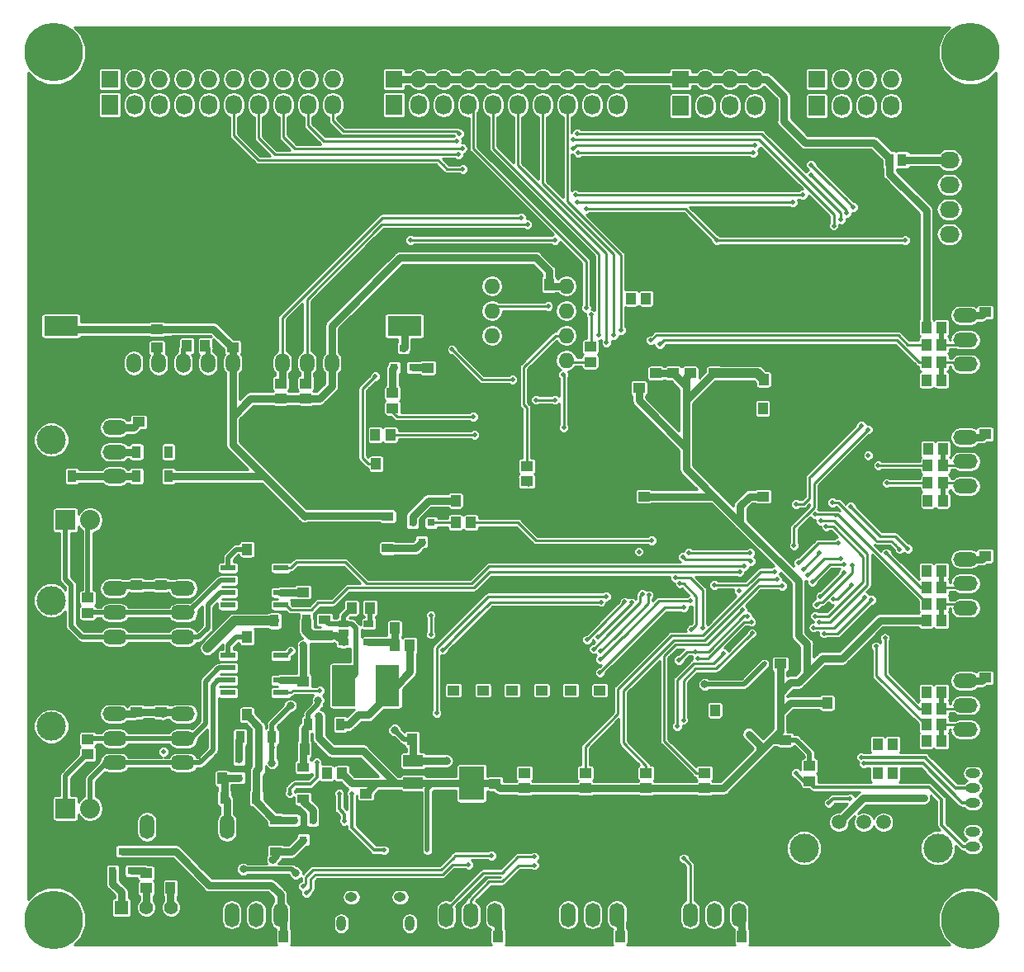
<source format=gbr>
G04 #@! TF.GenerationSoftware,KiCad,Pcbnew,(5.0.0)*
G04 #@! TF.CreationDate,2019-02-23T04:14:28+09:00*
G04 #@! TF.ProjectId,stm32f4_Centaurus,73746D333266345F43656E7461757275,rev?*
G04 #@! TF.SameCoordinates,Original*
G04 #@! TF.FileFunction,Copper,L2,Bot,Signal*
G04 #@! TF.FilePolarity,Positive*
%FSLAX46Y46*%
G04 Gerber Fmt 4.6, Leading zero omitted, Abs format (unit mm)*
G04 Created by KiCad (PCBNEW (5.0.0)) date 02/23/19 04:14:28*
%MOMM*%
%LPD*%
G01*
G04 APERTURE LIST*
G04 #@! TA.AperFunction,SMDPad,CuDef*
%ADD10R,1.200000X1.000000*%
G04 #@! TD*
G04 #@! TA.AperFunction,ComponentPad*
%ADD11O,1.600000X1.600000*%
G04 #@! TD*
G04 #@! TA.AperFunction,ComponentPad*
%ADD12O,1.727200X2.032000*%
G04 #@! TD*
G04 #@! TA.AperFunction,ComponentPad*
%ADD13R,1.727200X2.032000*%
G04 #@! TD*
G04 #@! TA.AperFunction,ComponentPad*
%ADD14R,1.727200X1.727200*%
G04 #@! TD*
G04 #@! TA.AperFunction,ComponentPad*
%ADD15O,1.727200X1.727200*%
G04 #@! TD*
G04 #@! TA.AperFunction,ComponentPad*
%ADD16C,3.000000*%
G04 #@! TD*
G04 #@! TA.AperFunction,ComponentPad*
%ADD17O,2.500000X1.500000*%
G04 #@! TD*
G04 #@! TA.AperFunction,SMDPad,CuDef*
%ADD18R,1.000000X1.200000*%
G04 #@! TD*
G04 #@! TA.AperFunction,SMDPad,CuDef*
%ADD19R,0.910000X1.220000*%
G04 #@! TD*
G04 #@! TA.AperFunction,SMDPad,CuDef*
%ADD20R,1.220000X0.910000*%
G04 #@! TD*
G04 #@! TA.AperFunction,SMDPad,CuDef*
%ADD21R,2.400000X4.200000*%
G04 #@! TD*
G04 #@! TA.AperFunction,ComponentPad*
%ADD22O,1.524000X1.000000*%
G04 #@! TD*
G04 #@! TA.AperFunction,ComponentPad*
%ADD23C,1.501140*%
G04 #@! TD*
G04 #@! TA.AperFunction,ComponentPad*
%ADD24C,2.999740*%
G04 #@! TD*
G04 #@! TA.AperFunction,SMDPad,CuDef*
%ADD25R,2.000000X1.200000*%
G04 #@! TD*
G04 #@! TA.AperFunction,SMDPad,CuDef*
%ADD26R,2.500000X3.500000*%
G04 #@! TD*
G04 #@! TA.AperFunction,ComponentPad*
%ADD27O,1.250000X0.950000*%
G04 #@! TD*
G04 #@! TA.AperFunction,ComponentPad*
%ADD28O,1.000000X1.550000*%
G04 #@! TD*
G04 #@! TA.AperFunction,ComponentPad*
%ADD29O,1.500000X2.500000*%
G04 #@! TD*
G04 #@! TA.AperFunction,ComponentPad*
%ADD30O,2.032000X1.727200*%
G04 #@! TD*
G04 #@! TA.AperFunction,ComponentPad*
%ADD31R,2.032000X1.727200*%
G04 #@! TD*
G04 #@! TA.AperFunction,SMDPad,CuDef*
%ADD32R,0.800100X0.800100*%
G04 #@! TD*
G04 #@! TA.AperFunction,SMDPad,CuDef*
%ADD33R,1.000760X0.690880*%
G04 #@! TD*
G04 #@! TA.AperFunction,SMDPad,CuDef*
%ADD34R,1.550000X0.600000*%
G04 #@! TD*
G04 #@! TA.AperFunction,ComponentPad*
%ADD35R,2.032000X2.032000*%
G04 #@! TD*
G04 #@! TA.AperFunction,ComponentPad*
%ADD36O,2.032000X2.032000*%
G04 #@! TD*
G04 #@! TA.AperFunction,SMDPad,CuDef*
%ADD37R,0.965200X1.270000*%
G04 #@! TD*
G04 #@! TA.AperFunction,ComponentPad*
%ADD38O,1.500000X2.000000*%
G04 #@! TD*
G04 #@! TA.AperFunction,ComponentPad*
%ADD39R,3.500000X2.000000*%
G04 #@! TD*
G04 #@! TA.AperFunction,ComponentPad*
%ADD40R,1.397000X1.397000*%
G04 #@! TD*
G04 #@! TA.AperFunction,ComponentPad*
%ADD41C,1.397000*%
G04 #@! TD*
G04 #@! TA.AperFunction,ViaPad*
%ADD42C,6.000000*%
G04 #@! TD*
G04 #@! TA.AperFunction,ViaPad*
%ADD43C,0.500000*%
G04 #@! TD*
G04 #@! TA.AperFunction,ViaPad*
%ADD44C,0.800000*%
G04 #@! TD*
G04 #@! TA.AperFunction,Conductor*
%ADD45C,0.250000*%
G04 #@! TD*
G04 #@! TA.AperFunction,Conductor*
%ADD46C,0.800000*%
G04 #@! TD*
G04 #@! TA.AperFunction,Conductor*
%ADD47C,1.000000*%
G04 #@! TD*
G04 #@! TA.AperFunction,Conductor*
%ADD48C,0.500000*%
G04 #@! TD*
G04 #@! TA.AperFunction,Conductor*
%ADD49C,0.350000*%
G04 #@! TD*
G04 APERTURE END LIST*
D10*
G04 #@! TO.P,R63,1*
G04 #@! TO.N,/SPI2_SCK*
X104500000Y-90030000D03*
G04 #@! TO.P,R63,2*
G04 #@! TO.N,Net-(R63-Pad2)*
X104500000Y-88470000D03*
G04 #@! TD*
G04 #@! TO.P,R41,2*
G04 #@! TO.N,/CAN1_H*
X59500000Y-116470000D03*
G04 #@! TO.P,R41,1*
G04 #@! TO.N,Net-(JP2-Pad1)*
X59500000Y-118030000D03*
G04 #@! TD*
D11*
G04 #@! TO.P,U12,1*
G04 #@! TO.N,/PE8*
X100950000Y-69990000D03*
G04 #@! TO.P,U12,2*
G04 #@! TO.N,Net-(R62-Pad1)*
X100950000Y-72530000D03*
G04 #@! TO.P,U12,3*
G04 #@! TO.N,/PE7*
X100950000Y-75070000D03*
G04 #@! TO.P,U12,4*
G04 #@! TO.N,GND*
X100950000Y-77610000D03*
G04 #@! TO.P,U12,5*
G04 #@! TO.N,Net-(R64-Pad2)*
X108570000Y-77610000D03*
G04 #@! TO.P,U12,6*
G04 #@! TO.N,Net-(R63-Pad2)*
X108570000Y-75070000D03*
G04 #@! TO.P,U12,7*
G04 #@! TO.N,/PB2*
X108570000Y-72530000D03*
G04 #@! TO.P,U12,8*
G04 #@! TO.N,+3.3V*
X108570000Y-69990000D03*
G04 #@! TD*
D10*
G04 #@! TO.P,R52,1*
G04 #@! TO.N,+3.3V*
X81850000Y-81530000D03*
G04 #@! TO.P,R52,2*
G04 #@! TO.N,/I2C1_SCL*
X81850000Y-79970000D03*
G04 #@! TD*
D12*
G04 #@! TO.P,P28,4*
G04 #@! TO.N,/PE4*
X127870000Y-51500000D03*
G04 #@! TO.P,P28,3*
G04 #@! TO.N,/PC13*
X125330000Y-51500000D03*
G04 #@! TO.P,P28,2*
G04 #@! TO.N,/PC14*
X122790000Y-51500000D03*
D13*
G04 #@! TO.P,P28,1*
G04 #@! TO.N,/PC15*
X120250000Y-51500000D03*
G04 #@! TD*
D14*
G04 #@! TO.P,P31,1*
G04 #@! TO.N,+5V*
X134250000Y-48750000D03*
D15*
G04 #@! TO.P,P31,2*
G04 #@! TO.N,GND*
X134250000Y-46210000D03*
G04 #@! TO.P,P31,3*
G04 #@! TO.N,+5V*
X136790000Y-48750000D03*
G04 #@! TO.P,P31,4*
G04 #@! TO.N,GND*
X136790000Y-46210000D03*
G04 #@! TO.P,P31,5*
G04 #@! TO.N,+5V*
X139330000Y-48750000D03*
G04 #@! TO.P,P31,6*
G04 #@! TO.N,GND*
X139330000Y-46210000D03*
G04 #@! TO.P,P31,7*
G04 #@! TO.N,+5V*
X141870000Y-48750000D03*
G04 #@! TO.P,P31,8*
G04 #@! TO.N,GND*
X141870000Y-46210000D03*
G04 #@! TD*
D13*
G04 #@! TO.P,P29,1*
G04 #@! TO.N,/PE3*
X134250000Y-51500000D03*
D12*
G04 #@! TO.P,P29,2*
G04 #@! TO.N,/PE2*
X136790000Y-51500000D03*
G04 #@! TO.P,P29,3*
G04 #@! TO.N,/PE1*
X139330000Y-51500000D03*
G04 #@! TO.P,P29,4*
G04 #@! TO.N,/PE0*
X141870000Y-51500000D03*
G04 #@! TD*
D15*
G04 #@! TO.P,P30,8*
G04 #@! TO.N,GND*
X127870000Y-46210000D03*
G04 #@! TO.P,P30,7*
G04 #@! TO.N,+3.3V*
X127870000Y-48750000D03*
G04 #@! TO.P,P30,6*
G04 #@! TO.N,GND*
X125330000Y-46210000D03*
G04 #@! TO.P,P30,5*
G04 #@! TO.N,+3.3V*
X125330000Y-48750000D03*
G04 #@! TO.P,P30,4*
G04 #@! TO.N,GND*
X122790000Y-46210000D03*
G04 #@! TO.P,P30,3*
G04 #@! TO.N,+3.3V*
X122790000Y-48750000D03*
G04 #@! TO.P,P30,2*
G04 #@! TO.N,GND*
X120250000Y-46210000D03*
D14*
G04 #@! TO.P,P30,1*
G04 #@! TO.N,+3.3V*
X120250000Y-48750000D03*
G04 #@! TD*
D10*
G04 #@! TO.P,C35,2*
G04 #@! TO.N,+3.3V*
X123750000Y-78930000D03*
G04 #@! TO.P,C35,1*
G04 #@! TO.N,GND*
X123750000Y-77050000D03*
G04 #@! TD*
D16*
G04 #@! TO.P,P14,*
G04 #@! TO.N,*
X55750000Y-115150000D03*
D17*
G04 #@! TO.P,P14,4*
G04 #@! TO.N,/CAN1_L*
X62250000Y-118900000D03*
G04 #@! TO.P,P14,3*
G04 #@! TO.N,/CAN1_H*
X62250000Y-116400000D03*
G04 #@! TO.P,P14,2*
G04 #@! TO.N,+12V*
X62250000Y-113900000D03*
G04 #@! TO.P,P14,1*
G04 #@! TO.N,GND*
X62250000Y-111400000D03*
G04 #@! TD*
G04 #@! TO.P,P11,1*
G04 #@! TO.N,GND*
X69250000Y-98500000D03*
G04 #@! TO.P,P11,2*
G04 #@! TO.N,+12V*
X69250000Y-101000000D03*
G04 #@! TO.P,P11,3*
G04 #@! TO.N,/CAN0_H*
X69250000Y-103500000D03*
G04 #@! TO.P,P11,4*
G04 #@! TO.N,/CAN0_L*
X69250000Y-106000000D03*
G04 #@! TD*
D18*
G04 #@! TO.P,C1,1*
G04 #@! TO.N,Net-(C1-Pad1)*
X123800000Y-113500000D03*
G04 #@! TO.P,C1,2*
G04 #@! TO.N,GND*
X125680000Y-113500000D03*
G04 #@! TD*
G04 #@! TO.P,C2,2*
G04 #@! TO.N,+3.3V*
X135320000Y-112750000D03*
G04 #@! TO.P,C2,1*
G04 #@! TO.N,GND*
X137200000Y-112750000D03*
G04 #@! TD*
D10*
G04 #@! TO.P,C3,1*
G04 #@! TO.N,GND*
X130500000Y-106870000D03*
G04 #@! TO.P,C3,2*
G04 #@! TO.N,+3.3V*
X130500000Y-108750000D03*
G04 #@! TD*
G04 #@! TO.P,C4,2*
G04 #@! TO.N,+3.3V*
X131000000Y-116570000D03*
G04 #@! TO.P,C4,1*
G04 #@! TO.N,GND*
X131000000Y-118450000D03*
G04 #@! TD*
D18*
G04 #@! TO.P,C5,1*
G04 #@! TO.N,/CAN_BUS_5V*
X81700000Y-117500000D03*
G04 #@! TO.P,C5,2*
G04 #@! TO.N,GND*
X79820000Y-117500000D03*
G04 #@! TD*
G04 #@! TO.P,C6,1*
G04 #@! TO.N,+5V*
X92750000Y-116500000D03*
G04 #@! TO.P,C6,2*
G04 #@! TO.N,GND*
X94630000Y-116500000D03*
G04 #@! TD*
D10*
G04 #@! TO.P,C7,2*
G04 #@! TO.N,GND*
X101250000Y-122930000D03*
G04 #@! TO.P,C7,1*
G04 #@! TO.N,+3.3V*
X101250000Y-121050000D03*
G04 #@! TD*
G04 #@! TO.P,C8,2*
G04 #@! TO.N,+5V*
X151500000Y-97680000D03*
G04 #@! TO.P,C8,1*
G04 #@! TO.N,GND*
X151500000Y-95800000D03*
G04 #@! TD*
G04 #@! TO.P,C9,2*
G04 #@! TO.N,+5V*
X151500000Y-85180000D03*
G04 #@! TO.P,C9,1*
G04 #@! TO.N,GND*
X151500000Y-83300000D03*
G04 #@! TD*
G04 #@! TO.P,C10,1*
G04 #@! TO.N,+3.3V*
X88000000Y-122050000D03*
G04 #@! TO.P,C10,2*
G04 #@! TO.N,GND*
X88000000Y-123930000D03*
G04 #@! TD*
D18*
G04 #@! TO.P,C12,2*
G04 #@! TO.N,GND*
X90930000Y-88250000D03*
G04 #@! TO.P,C12,1*
G04 #@! TO.N,/NRST*
X89050000Y-88250000D03*
G04 #@! TD*
D10*
G04 #@! TO.P,C14,1*
G04 #@! TO.N,GND*
X151500000Y-70800000D03*
G04 #@! TO.P,C14,2*
G04 #@! TO.N,+5V*
X151500000Y-72680000D03*
G04 #@! TD*
G04 #@! TO.P,C15,1*
G04 #@! TO.N,GND*
X151500000Y-108300000D03*
G04 #@! TO.P,C15,2*
G04 #@! TO.N,+5V*
X151500000Y-110180000D03*
G04 #@! TD*
D18*
G04 #@! TO.P,C16,2*
G04 #@! TO.N,+5V*
X126570000Y-136750000D03*
G04 #@! TO.P,C16,1*
G04 #@! TO.N,GND*
X128450000Y-136750000D03*
G04 #@! TD*
G04 #@! TO.P,C17,1*
G04 #@! TO.N,GND*
X115950000Y-136750000D03*
G04 #@! TO.P,C17,2*
G04 #@! TO.N,+5V*
X114070000Y-136750000D03*
G04 #@! TD*
G04 #@! TO.P,C18,1*
G04 #@! TO.N,Net-(C18-Pad1)*
X86550000Y-103000000D03*
G04 #@! TO.P,C18,2*
G04 #@! TO.N,Net-(C18-Pad2)*
X88430000Y-103000000D03*
G04 #@! TD*
D10*
G04 #@! TO.P,C19,2*
G04 #@! TO.N,GND*
X84000000Y-107730000D03*
G04 #@! TO.P,C19,1*
G04 #@! TO.N,Net-(C19-Pad1)*
X84000000Y-105850000D03*
G04 #@! TD*
G04 #@! TO.P,C20,1*
G04 #@! TO.N,GND*
X81600000Y-99520000D03*
G04 #@! TO.P,C20,2*
G04 #@! TO.N,+3.3V*
X81600000Y-101400000D03*
G04 #@! TD*
G04 #@! TO.P,C21,2*
G04 #@! TO.N,+3.3V*
X81600000Y-110570000D03*
G04 #@! TO.P,C21,1*
G04 #@! TO.N,GND*
X81600000Y-112450000D03*
G04 #@! TD*
G04 #@! TO.P,C22,1*
G04 #@! TO.N,GND*
X67000000Y-98800000D03*
G04 #@! TO.P,C22,2*
G04 #@! TO.N,+12V*
X67000000Y-100680000D03*
G04 #@! TD*
G04 #@! TO.P,C23,2*
G04 #@! TO.N,+12V*
X67000000Y-113680000D03*
G04 #@! TO.P,C23,1*
G04 #@! TO.N,GND*
X67000000Y-111800000D03*
G04 #@! TD*
D18*
G04 #@! TO.P,C24,2*
G04 #@! TO.N,+5V*
X101570000Y-136750000D03*
G04 #@! TO.P,C24,1*
G04 #@! TO.N,GND*
X103450000Y-136750000D03*
G04 #@! TD*
G04 #@! TO.P,C25,1*
G04 #@! TO.N,GND*
X81450000Y-136750000D03*
G04 #@! TO.P,C25,2*
G04 #@! TO.N,+5V*
X79570000Y-136750000D03*
G04 #@! TD*
D19*
G04 #@! TO.P,D12,1*
G04 #@! TO.N,/XA_5V*
X73500000Y-122500000D03*
G04 #@! TO.P,D12,2*
G04 #@! TO.N,/5V*
X76770000Y-122500000D03*
G04 #@! TD*
G04 #@! TO.P,D13,2*
G04 #@! TO.N,Net-(D13-Pad2)*
X75115000Y-116250000D03*
G04 #@! TO.P,D13,1*
G04 #@! TO.N,/BUS_5V*
X78385000Y-116250000D03*
G04 #@! TD*
D20*
G04 #@! TO.P,D14,2*
G04 #@! TO.N,Net-(C18-Pad1)*
X83750000Y-104235000D03*
G04 #@! TO.P,D14,1*
G04 #@! TO.N,GND*
X83750000Y-100965000D03*
G04 #@! TD*
D19*
G04 #@! TO.P,D15,1*
G04 #@! TO.N,Net-(D15-Pad1)*
X85385000Y-115000000D03*
G04 #@! TO.P,D15,2*
G04 #@! TO.N,/CAN_BUS_5V*
X82115000Y-115000000D03*
G04 #@! TD*
D20*
G04 #@! TO.P,D16,2*
G04 #@! TO.N,+5C*
X78800000Y-128035000D03*
G04 #@! TO.P,D16,1*
G04 #@! TO.N,/5V*
X78800000Y-124765000D03*
G04 #@! TD*
G04 #@! TO.P,D17,1*
G04 #@! TO.N,/CAN_BUS_5V*
X81600000Y-119365000D03*
G04 #@! TO.P,D17,2*
G04 #@! TO.N,Net-(D17-Pad2)*
X81600000Y-122635000D03*
G04 #@! TD*
D21*
G04 #@! TO.P,L1,2*
G04 #@! TO.N,Net-(D15-Pad1)*
X90250000Y-111000000D03*
G04 #@! TO.P,L1,1*
G04 #@! TO.N,Net-(C18-Pad1)*
X85750000Y-111000000D03*
G04 #@! TD*
D22*
G04 #@! TO.P,P1,1*
G04 #@! TO.N,/MCLR*
X150250000Y-127500000D03*
G04 #@! TO.P,P1,2*
G04 #@! TO.N,+5V*
X150250000Y-126000000D03*
G04 #@! TO.P,P1,3*
G04 #@! TO.N,GND*
X150250000Y-124500000D03*
G04 #@! TO.P,P1,4*
G04 #@! TO.N,/PGED1*
X150250000Y-123000000D03*
G04 #@! TO.P,P1,5*
G04 #@! TO.N,/PGEC1*
X150250000Y-121500000D03*
G04 #@! TO.P,P1,6*
G04 #@! TO.N,Net-(P1-Pad6)*
X150250000Y-120000000D03*
G04 #@! TD*
D23*
G04 #@! TO.P,P2,4*
G04 #@! TO.N,GND*
X143612860Y-124997880D03*
G04 #@! TO.P,P2,3*
G04 #@! TO.N,/D+*
X141072860Y-124997880D03*
G04 #@! TO.P,P2,2*
G04 #@! TO.N,/D-*
X139040860Y-124997880D03*
G04 #@! TO.P,P2,1*
G04 #@! TO.N,+5V*
X136500860Y-124997880D03*
D24*
G04 #@! TO.P,P2,5*
G04 #@! TO.N,Net-(P2-Pad5)*
X146660860Y-127664880D03*
X132944860Y-127664880D03*
G04 #@! TD*
D10*
G04 #@! TO.P,R1,1*
G04 #@! TO.N,/MCLR*
X133500000Y-120780000D03*
G04 #@! TO.P,R1,2*
G04 #@! TO.N,+3.3V*
X133500000Y-119220000D03*
G04 #@! TD*
D18*
G04 #@! TO.P,R2,1*
G04 #@! TO.N,Net-(D1-Pad2)*
X142030000Y-120000000D03*
G04 #@! TO.P,R2,2*
G04 #@! TO.N,Net-(IC1-Pad14)*
X140470000Y-120000000D03*
G04 #@! TD*
G04 #@! TO.P,R3,2*
G04 #@! TO.N,Net-(IC1-Pad15)*
X140470000Y-117000000D03*
G04 #@! TO.P,R3,1*
G04 #@! TO.N,Net-(D2-Pad2)*
X142030000Y-117000000D03*
G04 #@! TD*
D25*
G04 #@! TO.P,U2,2*
G04 #@! TO.N,+3.3V*
X92850000Y-121000000D03*
G04 #@! TO.P,U2,1*
G04 #@! TO.N,GND*
X92850000Y-123300000D03*
G04 #@! TO.P,U2,3*
G04 #@! TO.N,+5V*
X92850000Y-118700000D03*
D26*
G04 #@! TO.P,U2,2*
G04 #@! TO.N,+3.3V*
X98850000Y-121000000D03*
G04 #@! TD*
D10*
G04 #@! TO.P,C28,1*
G04 #@! TO.N,GND*
X74350000Y-74400000D03*
G04 #@! TO.P,C28,2*
G04 #@! TO.N,+3.3V*
X74350000Y-76280000D03*
G04 #@! TD*
G04 #@! TO.P,C29,1*
G04 #@! TO.N,Net-(C29-Pad1)*
X66600000Y-76300000D03*
G04 #@! TO.P,C29,2*
G04 #@! TO.N,+3.3V*
X66600000Y-74420000D03*
G04 #@! TD*
D18*
G04 #@! TO.P,C30,2*
G04 #@! TO.N,Net-(C30-Pad2)*
X71530000Y-76100000D03*
G04 #@! TO.P,C30,1*
G04 #@! TO.N,Net-(C30-Pad1)*
X69650000Y-76100000D03*
G04 #@! TD*
D10*
G04 #@! TO.P,C31,1*
G04 #@! TO.N,GND*
X64500000Y-98800000D03*
G04 #@! TO.P,C31,2*
G04 #@! TO.N,+12V*
X64500000Y-100680000D03*
G04 #@! TD*
G04 #@! TO.P,C32,2*
G04 #@! TO.N,+12V*
X64500000Y-113680000D03*
G04 #@! TO.P,C32,1*
G04 #@! TO.N,GND*
X64500000Y-111800000D03*
G04 #@! TD*
D20*
G04 #@! TO.P,D20,1*
G04 #@! TO.N,Net-(D20-Pad1)*
X90250000Y-96885000D03*
G04 #@! TO.P,D20,2*
G04 #@! TO.N,+3.3V*
X90250000Y-93615000D03*
G04 #@! TD*
D17*
G04 #@! TO.P,P3,4*
G04 #@! TO.N,Net-(P3-Pad4)*
X149500000Y-103000000D03*
G04 #@! TO.P,P3,3*
G04 #@! TO.N,Net-(P3-Pad3)*
X149500000Y-100500000D03*
G04 #@! TO.P,P3,2*
G04 #@! TO.N,+5V*
X149500000Y-98000000D03*
G04 #@! TO.P,P3,1*
G04 #@! TO.N,GND*
X149500000Y-95500000D03*
G04 #@! TD*
G04 #@! TO.P,P4,1*
G04 #@! TO.N,GND*
X149500000Y-83000000D03*
G04 #@! TO.P,P4,2*
G04 #@! TO.N,+5V*
X149500000Y-85500000D03*
G04 #@! TO.P,P4,3*
G04 #@! TO.N,Net-(P4-Pad3)*
X149500000Y-88000000D03*
G04 #@! TO.P,P4,4*
G04 #@! TO.N,Net-(P4-Pad4)*
X149500000Y-90500000D03*
G04 #@! TD*
D27*
G04 #@! TO.P,P5,6*
G04 #@! TO.N,Net-(P5-Pad6)*
X86499100Y-132687460D03*
X91499100Y-132687460D03*
D28*
X85499100Y-135387460D03*
X92499100Y-135387460D03*
G04 #@! TD*
D17*
G04 #@! TO.P,P6,1*
G04 #@! TO.N,GND*
X149500000Y-70500000D03*
G04 #@! TO.P,P6,2*
G04 #@! TO.N,+5V*
X149500000Y-73000000D03*
G04 #@! TO.P,P6,3*
G04 #@! TO.N,Net-(P6-Pad3)*
X149500000Y-75500000D03*
G04 #@! TO.P,P6,4*
G04 #@! TO.N,Net-(P6-Pad4)*
X149500000Y-78000000D03*
G04 #@! TD*
G04 #@! TO.P,P7,4*
G04 #@! TO.N,Net-(P7-Pad4)*
X149500000Y-115500000D03*
G04 #@! TO.P,P7,3*
G04 #@! TO.N,Net-(P7-Pad3)*
X149500000Y-113000000D03*
G04 #@! TO.P,P7,2*
G04 #@! TO.N,+5V*
X149500000Y-110500000D03*
G04 #@! TO.P,P7,1*
G04 #@! TO.N,GND*
X149500000Y-108000000D03*
G04 #@! TD*
D29*
G04 #@! TO.P,P8,4*
G04 #@! TO.N,/UART5_RX*
X121250000Y-134500000D03*
G04 #@! TO.P,P8,3*
G04 #@! TO.N,/UART5_TX*
X123750000Y-134500000D03*
G04 #@! TO.P,P8,2*
G04 #@! TO.N,+5V*
X126250000Y-134500000D03*
G04 #@! TO.P,P8,1*
G04 #@! TO.N,GND*
X128750000Y-134500000D03*
G04 #@! TD*
G04 #@! TO.P,P9,1*
G04 #@! TO.N,GND*
X116250000Y-134500000D03*
G04 #@! TO.P,P9,2*
G04 #@! TO.N,+5V*
X113750000Y-134500000D03*
G04 #@! TO.P,P9,3*
G04 #@! TO.N,/USART4_TX*
X111250000Y-134500000D03*
G04 #@! TO.P,P9,4*
G04 #@! TO.N,/USART4_RX*
X108750000Y-134500000D03*
G04 #@! TD*
G04 #@! TO.P,P10,1*
G04 #@! TO.N,GND*
X76250000Y-125500000D03*
G04 #@! TO.P,P10,2*
G04 #@! TO.N,/XA_5V*
X73750000Y-125500000D03*
G04 #@! TD*
D17*
G04 #@! TO.P,P12,4*
G04 #@! TO.N,/CAN1_L*
X69250000Y-118900000D03*
G04 #@! TO.P,P12,3*
G04 #@! TO.N,/CAN1_H*
X69250000Y-116400000D03*
G04 #@! TO.P,P12,2*
G04 #@! TO.N,+12V*
X69250000Y-113900000D03*
G04 #@! TO.P,P12,1*
G04 #@! TO.N,GND*
X69250000Y-111400000D03*
G04 #@! TD*
G04 #@! TO.P,P13,1*
G04 #@! TO.N,GND*
X62250000Y-98500000D03*
G04 #@! TO.P,P13,2*
G04 #@! TO.N,+12V*
X62250000Y-101000000D03*
G04 #@! TO.P,P13,3*
G04 #@! TO.N,/CAN0_H*
X62250000Y-103500000D03*
G04 #@! TO.P,P13,4*
G04 #@! TO.N,/CAN0_L*
X62250000Y-106000000D03*
D16*
G04 #@! TO.P,P13,*
G04 #@! TO.N,*
X55750000Y-102250000D03*
G04 #@! TD*
D29*
G04 #@! TO.P,P15,1*
G04 #@! TO.N,GND*
X103750000Y-134500000D03*
G04 #@! TO.P,P15,2*
G04 #@! TO.N,+5V*
X101250000Y-134500000D03*
G04 #@! TO.P,P15,3*
G04 #@! TO.N,/USART6_TX*
X98750000Y-134500000D03*
G04 #@! TO.P,P15,4*
G04 #@! TO.N,/USART6_RX*
X96250000Y-134500000D03*
G04 #@! TD*
G04 #@! TO.P,P16,4*
G04 #@! TO.N,/USART1_RX*
X74250000Y-134500000D03*
G04 #@! TO.P,P16,3*
G04 #@! TO.N,/USART1_TX*
X76750000Y-134500000D03*
G04 #@! TO.P,P16,2*
G04 #@! TO.N,+5V*
X79250000Y-134500000D03*
G04 #@! TO.P,P16,1*
G04 #@! TO.N,GND*
X81750000Y-134500000D03*
G04 #@! TD*
G04 #@! TO.P,P17,2*
G04 #@! TO.N,+12V*
X65550000Y-125500000D03*
G04 #@! TO.P,P17,1*
G04 #@! TO.N,GND*
X68050000Y-125500000D03*
G04 #@! TD*
D30*
G04 #@! TO.P,P18,5*
G04 #@! TO.N,/NRST*
X147830000Y-64660000D03*
G04 #@! TO.P,P18,4*
G04 #@! TO.N,/SWDIO*
X147830000Y-62120000D03*
G04 #@! TO.P,P18,3*
G04 #@! TO.N,/SWCLK*
X147830000Y-59580000D03*
G04 #@! TO.P,P18,2*
G04 #@! TO.N,Net-(JP3-Pad2)*
X147830000Y-57040000D03*
D31*
G04 #@! TO.P,P18,1*
G04 #@! TO.N,GND*
X147830000Y-54500000D03*
G04 #@! TD*
D13*
G04 #@! TO.P,P23,1*
G04 #@! TO.N,/ADC12_IN9*
X90890000Y-51400000D03*
D12*
G04 #@! TO.P,P23,2*
G04 #@! TO.N,/ADC12_IN15*
X93430000Y-51400000D03*
G04 #@! TO.P,P23,3*
G04 #@! TO.N,/ADC12_IN14*
X95970000Y-51400000D03*
G04 #@! TO.P,P23,4*
G04 #@! TO.N,/ADC12_IN6*
X98510000Y-51400000D03*
G04 #@! TO.P,P23,5*
G04 #@! TO.N,/ADC12_IN5*
X101050000Y-51400000D03*
G04 #@! TO.P,P23,6*
G04 #@! TO.N,/ADC12_IN4*
X103590000Y-51400000D03*
G04 #@! TO.P,P23,7*
G04 #@! TO.N,/ADC12_IN3*
X106130000Y-51400000D03*
G04 #@! TO.P,P23,8*
G04 #@! TO.N,/ADC12_IN2*
X108670000Y-51400000D03*
G04 #@! TO.P,P23,9*
G04 #@! TO.N,/ADC12_IN11*
X111210000Y-51400000D03*
G04 #@! TO.P,P23,10*
G04 #@! TO.N,/ADC12_IN10*
X113750000Y-51400000D03*
G04 #@! TD*
G04 #@! TO.P,P24,10*
G04 #@! TO.N,/TIM10_CH1*
X84610000Y-51400000D03*
G04 #@! TO.P,P24,9*
G04 #@! TO.N,/TIM11_CH1*
X82070000Y-51400000D03*
G04 #@! TO.P,P24,8*
G04 #@! TO.N,/TIM9_CH1*
X79530000Y-51400000D03*
G04 #@! TO.P,P24,7*
G04 #@! TO.N,/TIM9_CH2*
X76990000Y-51400000D03*
G04 #@! TO.P,P24,6*
G04 #@! TO.N,/TIM8_CH1*
X74450000Y-51400000D03*
G04 #@! TO.P,P24,5*
G04 #@! TO.N,/TIM8_CH2*
X71910000Y-51400000D03*
G04 #@! TO.P,P24,4*
G04 #@! TO.N,/TIM1_CH1*
X69370000Y-51400000D03*
G04 #@! TO.P,P24,3*
G04 #@! TO.N,/TIM1_CH2*
X66830000Y-51400000D03*
G04 #@! TO.P,P24,2*
G04 #@! TO.N,/TIM1_CH3*
X64290000Y-51400000D03*
D13*
G04 #@! TO.P,P24,1*
G04 #@! TO.N,/TIM1_CH4*
X61750000Y-51400000D03*
G04 #@! TD*
D15*
G04 #@! TO.P,P25,20*
G04 #@! TO.N,GND*
X113750000Y-46210000D03*
G04 #@! TO.P,P25,19*
G04 #@! TO.N,+3.3V*
X113750000Y-48750000D03*
G04 #@! TO.P,P25,18*
G04 #@! TO.N,GND*
X111210000Y-46210000D03*
G04 #@! TO.P,P25,17*
G04 #@! TO.N,+3.3V*
X111210000Y-48750000D03*
G04 #@! TO.P,P25,16*
G04 #@! TO.N,GND*
X108670000Y-46210000D03*
G04 #@! TO.P,P25,15*
G04 #@! TO.N,+3.3V*
X108670000Y-48750000D03*
G04 #@! TO.P,P25,14*
G04 #@! TO.N,GND*
X106130000Y-46210000D03*
G04 #@! TO.P,P25,13*
G04 #@! TO.N,+3.3V*
X106130000Y-48750000D03*
G04 #@! TO.P,P25,12*
G04 #@! TO.N,GND*
X103590000Y-46210000D03*
G04 #@! TO.P,P25,11*
G04 #@! TO.N,+3.3V*
X103590000Y-48750000D03*
G04 #@! TO.P,P25,10*
G04 #@! TO.N,GND*
X101050000Y-46210000D03*
G04 #@! TO.P,P25,9*
G04 #@! TO.N,+3.3V*
X101050000Y-48750000D03*
G04 #@! TO.P,P25,8*
G04 #@! TO.N,GND*
X98510000Y-46210000D03*
G04 #@! TO.P,P25,7*
G04 #@! TO.N,+3.3V*
X98510000Y-48750000D03*
G04 #@! TO.P,P25,6*
G04 #@! TO.N,GND*
X95970000Y-46210000D03*
G04 #@! TO.P,P25,5*
G04 #@! TO.N,+3.3V*
X95970000Y-48750000D03*
G04 #@! TO.P,P25,4*
G04 #@! TO.N,GND*
X93430000Y-46210000D03*
G04 #@! TO.P,P25,3*
G04 #@! TO.N,+3.3V*
X93430000Y-48750000D03*
G04 #@! TO.P,P25,2*
G04 #@! TO.N,GND*
X90890000Y-46210000D03*
D14*
G04 #@! TO.P,P25,1*
G04 #@! TO.N,+3.3V*
X90890000Y-48750000D03*
G04 #@! TD*
G04 #@! TO.P,P26,1*
G04 #@! TO.N,+5V*
X61750000Y-48750000D03*
D15*
G04 #@! TO.P,P26,2*
G04 #@! TO.N,GND*
X61750000Y-46210000D03*
G04 #@! TO.P,P26,3*
G04 #@! TO.N,+5V*
X64290000Y-48750000D03*
G04 #@! TO.P,P26,4*
G04 #@! TO.N,GND*
X64290000Y-46210000D03*
G04 #@! TO.P,P26,5*
G04 #@! TO.N,+5V*
X66830000Y-48750000D03*
G04 #@! TO.P,P26,6*
G04 #@! TO.N,GND*
X66830000Y-46210000D03*
G04 #@! TO.P,P26,7*
G04 #@! TO.N,+5V*
X69370000Y-48750000D03*
G04 #@! TO.P,P26,8*
G04 #@! TO.N,GND*
X69370000Y-46210000D03*
G04 #@! TO.P,P26,9*
G04 #@! TO.N,+5V*
X71910000Y-48750000D03*
G04 #@! TO.P,P26,10*
G04 #@! TO.N,GND*
X71910000Y-46210000D03*
G04 #@! TO.P,P26,11*
G04 #@! TO.N,+5V*
X74450000Y-48750000D03*
G04 #@! TO.P,P26,12*
G04 #@! TO.N,GND*
X74450000Y-46210000D03*
G04 #@! TO.P,P26,13*
G04 #@! TO.N,+5V*
X76990000Y-48750000D03*
G04 #@! TO.P,P26,14*
G04 #@! TO.N,GND*
X76990000Y-46210000D03*
G04 #@! TO.P,P26,15*
G04 #@! TO.N,+5V*
X79530000Y-48750000D03*
G04 #@! TO.P,P26,16*
G04 #@! TO.N,GND*
X79530000Y-46210000D03*
G04 #@! TO.P,P26,17*
G04 #@! TO.N,+5V*
X82070000Y-48750000D03*
G04 #@! TO.P,P26,18*
G04 #@! TO.N,GND*
X82070000Y-46210000D03*
G04 #@! TO.P,P26,19*
G04 #@! TO.N,+5V*
X84610000Y-48750000D03*
G04 #@! TO.P,P26,20*
G04 #@! TO.N,GND*
X84610000Y-46210000D03*
G04 #@! TD*
D32*
G04 #@! TO.P,Q1,1*
G04 #@! TO.N,/XA_5V*
X74999240Y-120450000D03*
G04 #@! TO.P,Q1,2*
G04 #@! TO.N,Net-(D13-Pad2)*
X74999240Y-118550000D03*
G04 #@! TO.P,Q1,3*
G04 #@! TO.N,/5V*
X76998220Y-119500000D03*
G04 #@! TD*
G04 #@! TO.P,Q2,1*
G04 #@! TO.N,Net-(Q2-Pad1)*
X63950000Y-130000760D03*
G04 #@! TO.P,Q2,2*
G04 #@! TO.N,+5C*
X62050000Y-130000760D03*
G04 #@! TO.P,Q2,3*
G04 #@! TO.N,+5V*
X63000000Y-128001780D03*
G04 #@! TD*
G04 #@! TO.P,Q3,3*
G04 #@! TO.N,+5C*
X81600000Y-126798220D03*
G04 #@! TO.P,Q3,2*
G04 #@! TO.N,Net-(D17-Pad2)*
X82550000Y-124799240D03*
G04 #@! TO.P,Q3,1*
G04 #@! TO.N,/5V*
X80650000Y-124799240D03*
G04 #@! TD*
G04 #@! TO.P,Q4,1*
G04 #@! TO.N,Net-(Q4-Pad1)*
X90900000Y-78350760D03*
G04 #@! TO.P,Q4,2*
G04 #@! TO.N,Net-(Q4-Pad2)*
X92800000Y-78350760D03*
G04 #@! TO.P,Q4,3*
G04 #@! TO.N,Net-(Q4-Pad3)*
X91850000Y-76351780D03*
G04 #@! TD*
G04 #@! TO.P,Q5,1*
G04 #@! TO.N,Net-(Q5-Pad1)*
X94700000Y-94249240D03*
G04 #@! TO.P,Q5,2*
G04 #@! TO.N,Net-(Q5-Pad2)*
X92800000Y-94249240D03*
G04 #@! TO.P,Q5,3*
G04 #@! TO.N,Net-(D20-Pad1)*
X93750000Y-96248220D03*
G04 #@! TD*
D18*
G04 #@! TO.P,R4,2*
G04 #@! TO.N,/TIM2_CH2*
X145470000Y-100900000D03*
G04 #@! TO.P,R4,1*
G04 #@! TO.N,Net-(P3-Pad3)*
X147030000Y-100900000D03*
G04 #@! TD*
G04 #@! TO.P,R5,1*
G04 #@! TO.N,Net-(P3-Pad4)*
X147030000Y-102600000D03*
G04 #@! TO.P,R5,2*
G04 #@! TO.N,/TIM2_CH1*
X145470000Y-102600000D03*
G04 #@! TD*
G04 #@! TO.P,R6,2*
G04 #@! TO.N,/TIM3_CH2*
X145620000Y-88400000D03*
G04 #@! TO.P,R6,1*
G04 #@! TO.N,Net-(P4-Pad3)*
X147180000Y-88400000D03*
G04 #@! TD*
G04 #@! TO.P,R7,1*
G04 #@! TO.N,Net-(P4-Pad4)*
X147170000Y-90200000D03*
G04 #@! TO.P,R7,2*
G04 #@! TO.N,/TIM3_CH1*
X145610000Y-90200000D03*
G04 #@! TD*
G04 #@! TO.P,R8,1*
G04 #@! TO.N,Net-(P3-Pad4)*
X147030000Y-104300000D03*
G04 #@! TO.P,R8,2*
G04 #@! TO.N,+3.3V*
X145470000Y-104300000D03*
G04 #@! TD*
G04 #@! TO.P,R9,1*
G04 #@! TO.N,Net-(P4-Pad4)*
X147170000Y-92000000D03*
G04 #@! TO.P,R9,2*
G04 #@! TO.N,+3.3V*
X145610000Y-92000000D03*
G04 #@! TD*
G04 #@! TO.P,R10,2*
G04 #@! TO.N,+3.3V*
X145470000Y-99200000D03*
G04 #@! TO.P,R10,1*
G04 #@! TO.N,Net-(P3-Pad3)*
X147030000Y-99200000D03*
G04 #@! TD*
G04 #@! TO.P,R11,2*
G04 #@! TO.N,+3.3V*
X145640000Y-86700000D03*
G04 #@! TO.P,R11,1*
G04 #@! TO.N,Net-(P4-Pad3)*
X147200000Y-86700000D03*
G04 #@! TD*
G04 #@! TO.P,R12,2*
G04 #@! TO.N,+3.3V*
X85560000Y-120000000D03*
G04 #@! TO.P,R12,1*
G04 #@! TO.N,Net-(R12-Pad1)*
X84000000Y-120000000D03*
G04 #@! TD*
G04 #@! TO.P,R13,1*
G04 #@! TO.N,Net-(P6-Pad3)*
X147030000Y-76000000D03*
G04 #@! TO.P,R13,2*
G04 #@! TO.N,/TIM5_CH2*
X145470000Y-76000000D03*
G04 #@! TD*
G04 #@! TO.P,R14,2*
G04 #@! TO.N,/TIM5_CH1*
X145470000Y-77800000D03*
G04 #@! TO.P,R14,1*
G04 #@! TO.N,Net-(P6-Pad4)*
X147030000Y-77800000D03*
G04 #@! TD*
G04 #@! TO.P,R15,1*
G04 #@! TO.N,Net-(P7-Pad3)*
X147030000Y-113350000D03*
G04 #@! TO.P,R15,2*
G04 #@! TO.N,/TIM4_CH2*
X145470000Y-113350000D03*
G04 #@! TD*
G04 #@! TO.P,R16,2*
G04 #@! TO.N,/TIM4_CH1*
X145470000Y-115000000D03*
G04 #@! TO.P,R16,1*
G04 #@! TO.N,Net-(P7-Pad4)*
X147030000Y-115000000D03*
G04 #@! TD*
G04 #@! TO.P,R17,1*
G04 #@! TO.N,/PE12*
X90530000Y-85250000D03*
G04 #@! TO.P,R17,2*
G04 #@! TO.N,Net-(LED1-Pad3)*
X88970000Y-85250000D03*
G04 #@! TD*
G04 #@! TO.P,R18,2*
G04 #@! TO.N,+3.3V*
X145470000Y-79650000D03*
G04 #@! TO.P,R18,1*
G04 #@! TO.N,Net-(P6-Pad4)*
X147030000Y-79650000D03*
G04 #@! TD*
G04 #@! TO.P,R19,1*
G04 #@! TO.N,Net-(P7-Pad4)*
X147030000Y-116700000D03*
G04 #@! TO.P,R19,2*
G04 #@! TO.N,+3.3V*
X145470000Y-116700000D03*
G04 #@! TD*
G04 #@! TO.P,R20,1*
G04 #@! TO.N,Net-(P6-Pad3)*
X147030000Y-74250000D03*
G04 #@! TO.P,R20,2*
G04 #@! TO.N,+3.3V*
X145470000Y-74250000D03*
G04 #@! TD*
G04 #@! TO.P,R21,1*
G04 #@! TO.N,Net-(P7-Pad3)*
X147030000Y-111650000D03*
G04 #@! TO.P,R21,2*
G04 #@! TO.N,+3.3V*
X145470000Y-111650000D03*
G04 #@! TD*
G04 #@! TO.P,R25,2*
G04 #@! TO.N,GND*
X130250000Y-82560000D03*
G04 #@! TO.P,R25,1*
G04 #@! TO.N,Net-(R25-Pad1)*
X128690000Y-82560000D03*
G04 #@! TD*
G04 #@! TO.P,R32,2*
G04 #@! TO.N,GND*
X69530000Y-131750000D03*
G04 #@! TO.P,R32,1*
G04 #@! TO.N,Net-(R32-Pad1)*
X67970000Y-131750000D03*
G04 #@! TD*
G04 #@! TO.P,R33,2*
G04 #@! TO.N,GND*
X71720000Y-120500000D03*
G04 #@! TO.P,R33,1*
G04 #@! TO.N,/XA_5V*
X73280000Y-120500000D03*
G04 #@! TD*
D10*
G04 #@! TO.P,R34,2*
G04 #@! TO.N,Net-(R34-Pad2)*
X65500000Y-131780000D03*
G04 #@! TO.P,R34,1*
G04 #@! TO.N,Net-(Q2-Pad1)*
X65500000Y-130220000D03*
G04 #@! TD*
D18*
G04 #@! TO.P,R35,2*
G04 #@! TO.N,/FB*
X90970000Y-106850000D03*
G04 #@! TO.P,R35,1*
G04 #@! TO.N,Net-(D15-Pad1)*
X92530000Y-106850000D03*
G04 #@! TD*
G04 #@! TO.P,R36,1*
G04 #@! TO.N,/FB*
X90970000Y-105100000D03*
G04 #@! TO.P,R36,2*
G04 #@! TO.N,GND*
X92530000Y-105100000D03*
G04 #@! TD*
G04 #@! TO.P,R37,1*
G04 #@! TO.N,/5V*
X75810000Y-114000000D03*
G04 #@! TO.P,R37,2*
G04 #@! TO.N,GND*
X74250000Y-114000000D03*
G04 #@! TD*
G04 #@! TO.P,R38,2*
G04 #@! TO.N,Net-(R38-Pad2)*
X75820000Y-97000000D03*
G04 #@! TO.P,R38,1*
G04 #@! TO.N,GND*
X77380000Y-97000000D03*
G04 #@! TD*
G04 #@! TO.P,R39,1*
G04 #@! TO.N,GND*
X77380000Y-106000000D03*
G04 #@! TO.P,R39,2*
G04 #@! TO.N,Net-(R39-Pad2)*
X75820000Y-106000000D03*
G04 #@! TD*
D10*
G04 #@! TO.P,R40,2*
G04 #@! TO.N,Net-(JP1-Pad2)*
X59500000Y-101970000D03*
G04 #@! TO.P,R40,1*
G04 #@! TO.N,/CAN0_H*
X59500000Y-103530000D03*
G04 #@! TD*
G04 #@! TO.P,R42,2*
G04 #@! TO.N,/PE10*
X90750000Y-82530000D03*
G04 #@! TO.P,R42,1*
G04 #@! TO.N,Net-(Q4-Pad1)*
X90750000Y-80970000D03*
G04 #@! TD*
G04 #@! TO.P,R43,1*
G04 #@! TO.N,Net-(Q4-Pad2)*
X94350000Y-78380000D03*
G04 #@! TO.P,R43,2*
G04 #@! TO.N,GND*
X94350000Y-76820000D03*
G04 #@! TD*
G04 #@! TO.P,R45,1*
G04 #@! TO.N,+3.3V*
X110500000Y-121530000D03*
G04 #@! TO.P,R45,2*
G04 #@! TO.N,/PD3*
X110500000Y-119970000D03*
G04 #@! TD*
G04 #@! TO.P,R49,2*
G04 #@! TO.N,GND*
X97000000Y-113030000D03*
G04 #@! TO.P,R49,1*
G04 #@! TO.N,Net-(D19-Pad2)*
X97000000Y-111470000D03*
G04 #@! TD*
G04 #@! TO.P,R50,1*
G04 #@! TO.N,+3.3V*
X79250000Y-81530000D03*
G04 #@! TO.P,R50,2*
G04 #@! TO.N,/I2C1_SDA*
X79250000Y-79970000D03*
G04 #@! TD*
D18*
G04 #@! TO.P,R51,1*
G04 #@! TO.N,Net-(Q5-Pad1)*
X97220000Y-94250000D03*
G04 #@! TO.P,R51,2*
G04 #@! TO.N,/TIM12_CH1*
X98780000Y-94250000D03*
G04 #@! TD*
G04 #@! TO.P,R53,1*
G04 #@! TO.N,Net-(Q5-Pad2)*
X97220000Y-92000000D03*
G04 #@! TO.P,R53,2*
G04 #@! TO.N,GND*
X98780000Y-92000000D03*
G04 #@! TD*
D33*
G04 #@! TO.P,U4,1*
G04 #@! TO.N,Net-(C18-Pad2)*
X88300480Y-104650040D03*
G04 #@! TO.P,U4,2*
G04 #@! TO.N,GND*
X88300480Y-105600000D03*
G04 #@! TO.P,U4,3*
G04 #@! TO.N,/FB*
X88300480Y-106549960D03*
G04 #@! TO.P,U4,4*
G04 #@! TO.N,Net-(C19-Pad1)*
X85699520Y-106549960D03*
G04 #@! TO.P,U4,5*
X85699520Y-105600000D03*
G04 #@! TO.P,U4,6*
G04 #@! TO.N,Net-(C18-Pad1)*
X85699520Y-104650040D03*
G04 #@! TD*
D34*
G04 #@! TO.P,U5,8*
G04 #@! TO.N,Net-(R38-Pad2)*
X73900000Y-98895000D03*
G04 #@! TO.P,U5,7*
G04 #@! TO.N,/CAN0_H*
X73900000Y-100165000D03*
G04 #@! TO.P,U5,6*
G04 #@! TO.N,/CAN0_L*
X73900000Y-101435000D03*
G04 #@! TO.P,U5,5*
G04 #@! TO.N,Net-(U5-Pad5)*
X73900000Y-102705000D03*
G04 #@! TO.P,U5,4*
G04 #@! TO.N,/CAN1_RX*
X79300000Y-102705000D03*
G04 #@! TO.P,U5,3*
G04 #@! TO.N,+3.3V*
X79300000Y-101435000D03*
G04 #@! TO.P,U5,2*
G04 #@! TO.N,GND*
X79300000Y-100165000D03*
G04 #@! TO.P,U5,1*
G04 #@! TO.N,/CAN1_TX*
X79300000Y-98895000D03*
G04 #@! TD*
G04 #@! TO.P,U6,1*
G04 #@! TO.N,/CAN2_TX*
X79300000Y-107895000D03*
G04 #@! TO.P,U6,2*
G04 #@! TO.N,GND*
X79300000Y-109165000D03*
G04 #@! TO.P,U6,3*
G04 #@! TO.N,+3.3V*
X79300000Y-110435000D03*
G04 #@! TO.P,U6,4*
G04 #@! TO.N,/CAN2_RX*
X79300000Y-111705000D03*
G04 #@! TO.P,U6,5*
G04 #@! TO.N,Net-(U6-Pad5)*
X73900000Y-111705000D03*
G04 #@! TO.P,U6,6*
G04 #@! TO.N,/CAN1_L*
X73900000Y-110435000D03*
G04 #@! TO.P,U6,7*
G04 #@! TO.N,/CAN1_H*
X73900000Y-109165000D03*
G04 #@! TO.P,U6,8*
G04 #@! TO.N,Net-(R39-Pad2)*
X73900000Y-107895000D03*
G04 #@! TD*
D10*
G04 #@! TO.P,C33,1*
G04 #@! TO.N,GND*
X119500000Y-77050000D03*
G04 #@! TO.P,C33,2*
G04 #@! TO.N,+3.3V*
X119500000Y-78930000D03*
G04 #@! TD*
G04 #@! TO.P,C34,2*
G04 #@! TO.N,+3.3V*
X117750000Y-78930000D03*
G04 #@! TO.P,C34,1*
G04 #@! TO.N,GND*
X117750000Y-77050000D03*
G04 #@! TD*
G04 #@! TO.P,C36,1*
G04 #@! TO.N,GND*
X121250000Y-77050000D03*
G04 #@! TO.P,C36,2*
G04 #@! TO.N,+3.3V*
X121250000Y-78930000D03*
G04 #@! TD*
G04 #@! TO.P,C37,2*
G04 #@! TO.N,+3.3V*
X116000000Y-80430000D03*
G04 #@! TO.P,C37,1*
G04 #@! TO.N,GND*
X116000000Y-78550000D03*
G04 #@! TD*
G04 #@! TO.P,C38,1*
G04 #@! TO.N,GND*
X116500000Y-93450000D03*
G04 #@! TO.P,C38,2*
G04 #@! TO.N,+3.3V*
X116500000Y-91570000D03*
G04 #@! TD*
G04 #@! TO.P,C39,2*
G04 #@! TO.N,+3.3V*
X128750000Y-91570000D03*
G04 #@! TO.P,C39,1*
G04 #@! TO.N,GND*
X128750000Y-93450000D03*
G04 #@! TD*
D18*
G04 #@! TO.P,C40,1*
G04 #@! TO.N,GND*
X130670000Y-79560000D03*
G04 #@! TO.P,C40,2*
G04 #@! TO.N,+3.3V*
X128790000Y-79560000D03*
G04 #@! TD*
D35*
G04 #@! TO.P,JP1,1*
G04 #@! TO.N,/CAN0_L*
X57200000Y-94000000D03*
D36*
G04 #@! TO.P,JP1,2*
G04 #@! TO.N,Net-(JP1-Pad2)*
X59740000Y-94000000D03*
G04 #@! TD*
G04 #@! TO.P,JP2,2*
G04 #@! TO.N,/CAN1_L*
X59740000Y-123600000D03*
D35*
G04 #@! TO.P,JP2,1*
G04 #@! TO.N,Net-(JP2-Pad1)*
X57200000Y-123600000D03*
G04 #@! TD*
D10*
G04 #@! TO.P,R54,2*
G04 #@! TO.N,/PD1*
X104250000Y-119970000D03*
G04 #@! TO.P,R54,1*
G04 #@! TO.N,+3.3V*
X104250000Y-121530000D03*
G04 #@! TD*
G04 #@! TO.P,R55,1*
G04 #@! TO.N,+3.3V*
X116750000Y-121530000D03*
G04 #@! TO.P,R55,2*
G04 #@! TO.N,/PD4*
X116750000Y-119970000D03*
G04 #@! TD*
G04 #@! TO.P,R56,2*
G04 #@! TO.N,/PD7*
X122750000Y-119970000D03*
G04 #@! TO.P,R56,1*
G04 #@! TO.N,+3.3V*
X122750000Y-121530000D03*
G04 #@! TD*
G04 #@! TO.P,R57,1*
G04 #@! TO.N,Net-(D21-Pad2)*
X100000000Y-111470000D03*
G04 #@! TO.P,R57,2*
G04 #@! TO.N,GND*
X100000000Y-113030000D03*
G04 #@! TD*
G04 #@! TO.P,R58,2*
G04 #@! TO.N,GND*
X103000000Y-113030000D03*
G04 #@! TO.P,R58,1*
G04 #@! TO.N,Net-(D22-Pad2)*
X103000000Y-111470000D03*
G04 #@! TD*
G04 #@! TO.P,R59,1*
G04 #@! TO.N,Net-(D23-Pad2)*
X109000000Y-111470000D03*
G04 #@! TO.P,R59,2*
G04 #@! TO.N,GND*
X109000000Y-113030000D03*
G04 #@! TD*
G04 #@! TO.P,R60,2*
G04 #@! TO.N,GND*
X106000000Y-113030000D03*
G04 #@! TO.P,R60,1*
G04 #@! TO.N,Net-(D24-Pad2)*
X106000000Y-111470000D03*
G04 #@! TD*
G04 #@! TO.P,R61,1*
G04 #@! TO.N,Net-(D25-Pad2)*
X112000000Y-111470000D03*
G04 #@! TO.P,R61,2*
G04 #@! TO.N,GND*
X112000000Y-113030000D03*
G04 #@! TD*
D18*
G04 #@! TO.P,C41,1*
G04 #@! TO.N,GND*
X104900000Y-69840000D03*
G04 #@! TO.P,C41,2*
G04 #@! TO.N,+3.3V*
X106780000Y-69840000D03*
G04 #@! TD*
G04 #@! TO.P,R62,2*
G04 #@! TO.N,/SPI2_MISO*
X116750000Y-71250000D03*
G04 #@! TO.P,R62,1*
G04 #@! TO.N,Net-(R62-Pad1)*
X115190000Y-71250000D03*
G04 #@! TD*
D10*
G04 #@! TO.P,R64,1*
G04 #@! TO.N,/SPI2_MOSI*
X111000000Y-76220000D03*
G04 #@! TO.P,R64,2*
G04 #@! TO.N,Net-(R64-Pad2)*
X111000000Y-77780000D03*
G04 #@! TD*
G04 #@! TO.P,C42,1*
G04 #@! TO.N,GND*
X64750000Y-82050000D03*
G04 #@! TO.P,C42,2*
G04 #@! TO.N,+12V*
X64750000Y-83930000D03*
G04 #@! TD*
D19*
G04 #@! TO.P,D26,1*
G04 #@! TO.N,/PE15*
X67770000Y-87000000D03*
G04 #@! TO.P,D26,2*
G04 #@! TO.N,Net-(D26-Pad2)*
X64500000Y-87000000D03*
G04 #@! TD*
G04 #@! TO.P,D27,2*
G04 #@! TO.N,+3.3V*
X67770000Y-89500000D03*
G04 #@! TO.P,D27,1*
G04 #@! TO.N,/PB11*
X64500000Y-89500000D03*
G04 #@! TD*
G04 #@! TO.P,D28,1*
G04 #@! TO.N,GND*
X54615000Y-89500000D03*
G04 #@! TO.P,D28,2*
G04 #@! TO.N,/PB11*
X57885000Y-89500000D03*
G04 #@! TD*
D17*
G04 #@! TO.P,P27,1*
G04 #@! TO.N,GND*
X62250000Y-82000000D03*
G04 #@! TO.P,P27,2*
G04 #@! TO.N,+12V*
X62250000Y-84500000D03*
G04 #@! TO.P,P27,3*
G04 #@! TO.N,Net-(D26-Pad2)*
X62250000Y-87000000D03*
G04 #@! TO.P,P27,4*
G04 #@! TO.N,/PB11*
X62250000Y-89500000D03*
D16*
G04 #@! TO.P,P27,*
G04 #@! TO.N,*
X55750000Y-85750000D03*
G04 #@! TD*
D37*
G04 #@! TO.P,JP3,1*
G04 #@! TO.N,+3.3V*
X141715000Y-57040000D03*
G04 #@! TO.P,JP3,2*
G04 #@! TO.N,Net-(JP3-Pad2)*
X142985000Y-57040000D03*
G04 #@! TD*
D38*
G04 #@! TO.P,U7,1*
G04 #@! TO.N,Net-(U7-Pad1)*
X64190000Y-77885000D03*
G04 #@! TO.P,U7,2*
G04 #@! TO.N,Net-(C29-Pad1)*
X66730000Y-77885000D03*
G04 #@! TO.P,U7,3*
G04 #@! TO.N,Net-(C30-Pad1)*
X69270000Y-77885000D03*
G04 #@! TO.P,U7,4*
G04 #@! TO.N,Net-(C30-Pad2)*
X71810000Y-77885000D03*
G04 #@! TO.P,U7,5*
G04 #@! TO.N,+3.3V*
X74350000Y-77885000D03*
G04 #@! TO.P,U7,6*
G04 #@! TO.N,GND*
X76890000Y-77885000D03*
G04 #@! TO.P,U7,7*
G04 #@! TO.N,/I2C1_SDA*
X79430000Y-77885000D03*
G04 #@! TO.P,U7,8*
G04 #@! TO.N,/I2C1_SCL*
X81970000Y-77885000D03*
G04 #@! TO.P,U7,9*
G04 #@! TO.N,+3.3V*
X84510000Y-77885000D03*
D39*
G04 #@! TO.P,U7,10*
X56750000Y-74085000D03*
G04 #@! TO.P,U7,11*
G04 #@! TO.N,Net-(Q4-Pad3)*
X91950000Y-74085000D03*
G04 #@! TD*
D19*
G04 #@! TO.P,D29,1*
G04 #@! TO.N,+12V*
X78645000Y-104340000D03*
G04 #@! TO.P,D29,2*
G04 #@! TO.N,Net-(C19-Pad1)*
X81915000Y-104340000D03*
G04 #@! TD*
D40*
G04 #@! TO.P,SW1,1*
G04 #@! TO.N,+5C*
X62960000Y-133750000D03*
D41*
G04 #@! TO.P,SW1,2*
G04 #@! TO.N,Net-(R34-Pad2)*
X65500000Y-133750000D03*
G04 #@! TO.P,SW1,3*
G04 #@! TO.N,Net-(R32-Pad1)*
X68040000Y-133750000D03*
G04 #@! TD*
D42*
G04 #@! TO.N,*
X56000000Y-135000000D03*
X150000000Y-135000000D03*
X150000000Y-46000000D03*
X56000000Y-46000000D03*
D43*
X116000000Y-97250000D03*
G04 #@! TO.N,Net-(C1-Pad1)*
X123800000Y-113500000D03*
D44*
G04 #@! TO.N,GND*
X106500000Y-119250000D03*
D43*
X118790000Y-118110000D03*
X119142347Y-76274999D03*
X118770000Y-81440000D03*
X113457653Y-80112347D03*
X80750000Y-76000000D03*
X106870000Y-73240000D03*
X107730000Y-76450000D03*
X109700000Y-73650000D03*
X109660000Y-79250000D03*
X106680000Y-83200000D03*
X105280000Y-79600000D03*
X117500000Y-58250000D03*
X107600000Y-63410000D03*
X105670000Y-64320000D03*
X99660000Y-73910000D03*
X58500000Y-96250000D03*
X58500000Y-98000000D03*
X58500000Y-99750000D03*
X60250000Y-104750000D03*
X64250000Y-104750000D03*
X67250000Y-104750000D03*
X58500000Y-121500000D03*
X59250000Y-119750000D03*
X61000000Y-117750000D03*
X64000000Y-117750000D03*
X71000000Y-117750000D03*
X71500000Y-116250000D03*
X83250000Y-99250000D03*
X85250000Y-100750000D03*
X85250000Y-99250000D03*
X87340000Y-119780000D03*
X85470000Y-125870000D03*
X117820000Y-105780000D03*
X115050000Y-97890000D03*
X96250000Y-86000000D03*
X92000000Y-82250000D03*
X100500000Y-87750000D03*
X98750000Y-88000000D03*
X97750000Y-82500000D03*
X106000000Y-90750000D03*
X109250000Y-90750000D03*
X110500000Y-57000000D03*
X110500000Y-60000000D03*
X109500000Y-103250000D03*
X113000000Y-103000000D03*
X112650000Y-119145000D03*
X130910000Y-120130000D03*
X128080000Y-120170000D03*
X126130000Y-117840000D03*
X129810000Y-101490000D03*
X133750000Y-101190000D03*
X136040000Y-99300000D03*
X89700000Y-105040000D03*
D44*
X83170000Y-109560000D03*
X132250000Y-78000000D03*
D43*
X121500000Y-58250000D03*
X124000000Y-58250000D03*
X127250000Y-58250000D03*
X112500000Y-58250000D03*
X107500000Y-58250000D03*
X100000000Y-58250000D03*
X126680000Y-66750000D03*
X121320000Y-66750000D03*
G04 #@! TO.N,+3.3V*
X131000000Y-116570000D03*
X130500000Y-108750000D03*
X135320000Y-112750000D03*
X127280000Y-115950000D03*
X145470000Y-111650000D03*
X145470000Y-116700000D03*
X116085768Y-80492182D03*
X117750000Y-78950002D03*
X119501800Y-78939494D03*
X121250000Y-78950002D03*
X123750000Y-78930000D03*
X128790000Y-79560000D03*
X128750000Y-91570000D03*
X116500000Y-91570000D03*
X126260000Y-78930000D03*
D44*
X81600000Y-110530000D03*
X81600000Y-101400000D03*
X81620000Y-93520000D03*
D43*
X94300000Y-121870000D03*
X94300000Y-124870000D03*
X94300000Y-127870000D03*
D44*
X90250000Y-93615000D03*
X81600000Y-106860000D03*
X83210000Y-114140000D03*
D43*
X87810000Y-122050000D03*
D44*
X145470000Y-104300000D03*
X145470000Y-99200000D03*
X145470000Y-74250000D03*
X145470000Y-79650000D03*
X145640000Y-86700000D03*
X145610000Y-92000000D03*
G04 #@! TO.N,/CAN_BUS_5V*
X83110000Y-112490000D03*
D43*
G04 #@! TO.N,+5V*
X79570000Y-136750000D03*
X101570000Y-136750000D03*
X151500000Y-110180000D03*
X145210000Y-122522000D03*
D44*
X96290000Y-118700000D03*
D43*
X128870000Y-108740000D03*
D44*
X90960000Y-115560000D03*
X122760000Y-110860000D03*
X151500000Y-72680000D03*
X151500000Y-85180000D03*
X151500000Y-97680000D03*
X114070000Y-136750000D03*
X126570000Y-136750000D03*
D43*
G04 #@! TO.N,/NRST*
X88970000Y-79230000D03*
X92560000Y-65260000D03*
X107370000Y-65260000D03*
X110580000Y-62050000D03*
X89050000Y-88250000D03*
X143320000Y-65300000D03*
X124000000Y-65300000D03*
G04 #@! TO.N,+12V*
X67250000Y-117750000D03*
D44*
X71760000Y-107130000D03*
D43*
G04 #@! TO.N,Net-(D1-Pad2)*
X142120000Y-120000000D03*
G04 #@! TO.N,Net-(D2-Pad2)*
X142120000Y-117000000D03*
G04 #@! TO.N,/XA_5V*
X74999240Y-120450000D03*
D44*
G04 #@! TO.N,/BUS_5V*
X80810000Y-130220000D03*
X75440000Y-129820000D03*
X80280000Y-113040000D03*
X78390000Y-118920000D03*
G04 #@! TO.N,+5C*
X78450000Y-128820000D03*
D43*
G04 #@! TO.N,/USART1_TX*
X81890000Y-132260000D03*
X98540000Y-129370000D03*
G04 #@! TO.N,/USART1_RX*
X81570000Y-131590000D03*
X100860000Y-128420000D03*
G04 #@! TO.N,/D+*
X137640000Y-122570000D03*
X135450000Y-123040000D03*
G04 #@! TO.N,Net-(IC1-Pad14)*
X140566942Y-120096942D03*
G04 #@! TO.N,Net-(IC1-Pad15)*
X140470000Y-117000000D03*
G04 #@! TO.N,/MCLR*
X132100000Y-119960000D03*
G04 #@! TO.N,/PGED1*
X139070000Y-118990000D03*
G04 #@! TO.N,/PGEC1*
X138770000Y-118320000D03*
G04 #@! TO.N,/USART3_TX*
X112640000Y-101830000D03*
X95260000Y-113810000D03*
G04 #@! TO.N,/USART3_RX*
X112110000Y-102410000D03*
X95900000Y-107320000D03*
G04 #@! TO.N,/USART4_TX*
X134630000Y-94080000D03*
X134480000Y-104450000D03*
X127520000Y-104450000D03*
X122030000Y-108160000D03*
G04 #@! TO.N,/USART4_RX*
X135200000Y-94670000D03*
X134050000Y-103850000D03*
X127100000Y-103850000D03*
X121826995Y-107490081D03*
X120090000Y-108370000D03*
G04 #@! TO.N,/UART5_TX*
X135826410Y-92190000D03*
X142740000Y-97000000D03*
X139150000Y-101910000D03*
X133920000Y-105040000D03*
X124660000Y-107700000D03*
X119930000Y-115140000D03*
G04 #@! TO.N,/UART5_RX*
X137720000Y-92640000D03*
X143590000Y-96960000D03*
X139830000Y-102190000D03*
X134970000Y-105635000D03*
X127590000Y-105615000D03*
X120570000Y-114520000D03*
X120590000Y-128720000D03*
G04 #@! TO.N,Net-(R25-Pad1)*
X128690000Y-82560000D03*
D44*
G04 #@! TO.N,Net-(D20-Pad1)*
X90250000Y-96885000D03*
D43*
G04 #@! TO.N,Net-(LED1-Pad3)*
X88970000Y-85250000D03*
G04 #@! TO.N,/SWCLK*
X138800000Y-84290000D03*
X132110000Y-92350000D03*
G04 #@! TO.N,/SWDIO*
X139480000Y-84720000D03*
X131900000Y-96600000D03*
G04 #@! TO.N,/TIM2_CH2*
X141360000Y-97390000D03*
G04 #@! TO.N,/TIM2_CH1*
X134051086Y-93401086D03*
G04 #@! TO.N,/TIM3_CH2*
X139510000Y-87350000D03*
X140530000Y-88400000D03*
G04 #@! TO.N,/TIM3_CH1*
X141400000Y-90200000D03*
G04 #@! TO.N,Net-(R12-Pad1)*
X84000000Y-120000000D03*
G04 #@! TO.N,/TIM4_CH2*
X121130000Y-97350000D03*
X127410000Y-97350000D03*
X141230000Y-106110000D03*
G04 #@! TO.N,/TIM4_CH1*
X140320000Y-106960000D03*
X127463413Y-98216587D03*
X120520000Y-97770000D03*
G04 #@! TO.N,/TIM5_CH2*
X117234076Y-75548640D03*
G04 #@! TO.N,/TIM5_CH1*
X118150000Y-75949998D03*
G04 #@! TO.N,/GP0*
X86540000Y-122050000D03*
X89860000Y-127870000D03*
G04 #@! TO.N,/GP1*
X85270000Y-122050000D03*
X85830000Y-124870000D03*
G04 #@! TO.N,/GP2*
X82970000Y-118830000D03*
X80190000Y-122050000D03*
G04 #@! TO.N,/I2C1_SDA*
X109470000Y-60640000D03*
X103950000Y-62960000D03*
X132820000Y-60640000D03*
X137310000Y-62470000D03*
X133640000Y-58550000D03*
G04 #@! TO.N,/TIM10_CH1*
X136700000Y-63140000D03*
X109690000Y-54360000D03*
X97610000Y-54360000D03*
G04 #@! TO.N,/I2C1_SCL*
X133650000Y-57540000D03*
X109710000Y-61420000D03*
X104570000Y-63660000D03*
X131800000Y-61420000D03*
X137980000Y-61870000D03*
G04 #@! TO.N,/ADC12_IN2*
X114160000Y-74530000D03*
G04 #@! TO.N,/ADC12_IN3*
X113420000Y-75045000D03*
G04 #@! TO.N,/ADC12_IN4*
X112670000Y-75800000D03*
G04 #@! TO.N,/TIM8_CH1*
X97950000Y-58010000D03*
G04 #@! TO.N,/TIM8_CH2*
X107410000Y-81660000D03*
X105460000Y-81660000D03*
X103040000Y-79600000D03*
X96840000Y-76490000D03*
G04 #@! TO.N,/TIM12_CH1*
X117300000Y-96100000D03*
G04 #@! TO.N,/TIM11_CH1*
X135980000Y-63800000D03*
X109245000Y-54950000D03*
X97310000Y-55100000D03*
G04 #@! TO.N,/CAN1_RX*
X126325000Y-99330000D03*
G04 #@! TO.N,/CAN1_TX*
X126825000Y-98720000D03*
G04 #@! TO.N,/CAN2_TX*
X80290000Y-107390000D03*
G04 #@! TO.N,/CAN2_RX*
X94670000Y-103770000D03*
X94670000Y-105720000D03*
X83300000Y-111510000D03*
G04 #@! TO.N,/PD11*
X115240000Y-102470000D03*
X111800000Y-105980000D03*
G04 #@! TO.N,/TIM9_CH2*
X127740000Y-56310000D03*
X109790000Y-56310000D03*
X97510000Y-56470000D03*
G04 #@! TO.N,/TIM9_CH1*
X127920000Y-55530000D03*
X109245000Y-55870000D03*
X97890000Y-55870000D03*
G04 #@! TO.N,/PD3*
X110500000Y-119970000D03*
X130170000Y-100110000D03*
X136679199Y-97938562D03*
X133280000Y-99680000D03*
G04 #@! TO.N,/PD10*
X110683413Y-106283413D03*
X114545084Y-102385768D03*
G04 #@! TO.N,/PD14*
X111376656Y-107228714D03*
X116335000Y-101560000D03*
G04 #@! TO.N,/PD15*
X112030000Y-107480000D03*
X117018586Y-101710711D03*
G04 #@! TO.N,/PD4*
X137020000Y-98550000D03*
X130670000Y-100740000D03*
X133770000Y-100340000D03*
X116750000Y-119970000D03*
G04 #@! TO.N,/PD7*
X122750000Y-119970000D03*
X137770000Y-100680000D03*
X126620000Y-103240000D03*
X135950000Y-102130000D03*
G04 #@! TO.N,/SPI2_MISO*
X116750000Y-71250000D03*
G04 #@! TO.N,/SPI2_MOSI*
X111090000Y-72930000D03*
G04 #@! TO.N,/ADC12_IN5*
X111892045Y-75045000D03*
G04 #@! TO.N,/ADC12_IN6*
X110590000Y-72220000D03*
G04 #@! TO.N,/PB2*
X108290000Y-84510000D03*
X108260000Y-79050000D03*
G04 #@! TO.N,/PE10*
X99000000Y-83390000D03*
G04 #@! TO.N,/PE12*
X99150000Y-85250000D03*
G04 #@! TO.N,/PE15*
X67770000Y-87000000D03*
G04 #@! TO.N,/SPI2_SCK*
X104720000Y-90300000D03*
G04 #@! TO.N,/USART6_TX*
X119730000Y-99905000D03*
X122540000Y-105030000D03*
X105270000Y-129420000D03*
G04 #@! TO.N,/USART6_RX*
X120220000Y-100520000D03*
X121390000Y-105247042D03*
X105280000Y-128560000D03*
G04 #@! TO.N,/USART2_TX*
X137880000Y-98610000D03*
X134225001Y-102664999D03*
G04 #@! TO.N,/USART2_RX*
X134600000Y-101810000D03*
X137050000Y-99360000D03*
G04 #@! TO.N,Net-(R62-Pad1)*
X115190000Y-71250000D03*
X106690000Y-72070000D03*
G04 #@! TO.N,/PA8*
X121290000Y-102300000D03*
X112029990Y-108300010D03*
G04 #@! TO.N,Net-(D19-Pad2)*
X97000000Y-111470000D03*
G04 #@! TO.N,Net-(D21-Pad2)*
X100000000Y-111470000D03*
G04 #@! TO.N,Net-(D22-Pad2)*
X103000000Y-111470000D03*
G04 #@! TO.N,Net-(D23-Pad2)*
X109000000Y-111470000D03*
G04 #@! TO.N,Net-(D24-Pad2)*
X106000000Y-111470000D03*
G04 #@! TO.N,Net-(D25-Pad2)*
X112000000Y-111470000D03*
G04 #@! TO.N,/PD0*
X112000000Y-109620000D03*
X120580000Y-102980000D03*
X129928525Y-99295020D03*
X132850000Y-99050000D03*
X134530000Y-97370000D03*
X123750000Y-100683590D03*
G04 #@! TO.N,/PD1*
X136430000Y-96340000D03*
X132340000Y-98400000D03*
X126270000Y-101280000D03*
X104250000Y-119970000D03*
G04 #@! TD*
D45*
G04 #@! TO.N,GND*
X119500000Y-77050000D02*
X119500000Y-76632652D01*
X119500000Y-76632652D02*
X119142347Y-76274999D01*
D46*
G04 #@! TO.N,+3.3V*
X74250000Y-76280000D02*
X74350000Y-76280000D01*
X72380000Y-74410000D02*
X74250000Y-76280000D01*
X68010000Y-74410000D02*
X72380000Y-74410000D01*
X68000000Y-74420000D02*
X68010000Y-74410000D01*
X66600000Y-74420000D02*
X68000000Y-74420000D01*
X57085000Y-74420000D02*
X56750000Y-74085000D01*
X66600000Y-74420000D02*
X57085000Y-74420000D01*
X74350000Y-77885000D02*
X74350000Y-76280000D01*
X101200000Y-121000000D02*
X101250000Y-121050000D01*
X98850000Y-121000000D02*
X101200000Y-121000000D01*
X101730000Y-121530000D02*
X104250000Y-121530000D01*
X101250000Y-121050000D02*
X101730000Y-121530000D01*
X104250000Y-121530000D02*
X110500000Y-121530000D01*
X110500000Y-121530000D02*
X116750000Y-121530000D01*
X116750000Y-121530000D02*
X122750000Y-121530000D01*
X90890000Y-48750000D02*
X93430000Y-48750000D01*
X93430000Y-48750000D02*
X95970000Y-48750000D01*
X95970000Y-48750000D02*
X98510000Y-48750000D01*
X113750000Y-48750000D02*
X111210000Y-48750000D01*
X111210000Y-48750000D02*
X108670000Y-48750000D01*
X108670000Y-48750000D02*
X106130000Y-48750000D01*
X98510000Y-48750000D02*
X101050000Y-48750000D01*
X101050000Y-48750000D02*
X103590000Y-48750000D01*
X103590000Y-48750000D02*
X106130000Y-48750000D01*
X106930000Y-69990000D02*
X106780000Y-69840000D01*
X108570000Y-69990000D02*
X106930000Y-69990000D01*
X120250000Y-48750000D02*
X122790000Y-48750000D01*
X122790000Y-48750000D02*
X125330000Y-48750000D01*
X125330000Y-48750000D02*
X127870000Y-48750000D01*
D47*
X128660000Y-79430000D02*
X128790000Y-79560000D01*
X128160000Y-78930000D02*
X128790000Y-79560000D01*
D46*
X128420000Y-117750000D02*
X128420000Y-117090000D01*
X128420000Y-117090000D02*
X127280000Y-115950000D01*
X126395000Y-94285000D02*
X126395000Y-92555000D01*
X126395000Y-94285000D02*
X120840000Y-88730000D01*
X123680000Y-91570000D02*
X126395000Y-94285000D01*
X116500000Y-91570000D02*
X123680000Y-91570000D01*
X126395000Y-92525000D02*
X126395000Y-92555000D01*
X127350000Y-91570000D02*
X126395000Y-92525000D01*
X128750000Y-91570000D02*
X127350000Y-91570000D01*
X123650000Y-78930000D02*
X123750000Y-78930000D01*
X120840000Y-81740000D02*
X123650000Y-78930000D01*
X67770000Y-89500000D02*
X67770000Y-89410000D01*
X74350000Y-84175000D02*
X74350000Y-81640000D01*
X74350000Y-81640000D02*
X74350000Y-77885000D01*
X120840000Y-80510000D02*
X120840000Y-81740000D01*
X119500000Y-78930000D02*
X120840000Y-80270000D01*
X120840000Y-80270000D02*
X120840000Y-80510000D01*
X119500000Y-78930000D02*
X117750000Y-78930000D01*
X120840000Y-79340000D02*
X121250000Y-78930000D01*
X120840000Y-80270000D02*
X120840000Y-79340000D01*
X120840000Y-86570000D02*
X120840000Y-87230000D01*
X116000000Y-81730000D02*
X120840000Y-86570000D01*
X116000000Y-80430000D02*
X116000000Y-81730000D01*
X120840000Y-88730000D02*
X120840000Y-87230000D01*
X120840000Y-87230000D02*
X120840000Y-81740000D01*
D45*
X116000000Y-80430000D02*
X116023586Y-80430000D01*
X116023586Y-80430000D02*
X116085768Y-80492182D01*
X117750000Y-78930000D02*
X117750000Y-78950002D01*
X119500000Y-78930000D02*
X119500000Y-78937694D01*
X119500000Y-78937694D02*
X119501800Y-78939494D01*
X121250000Y-78930000D02*
X121250000Y-78950002D01*
D47*
X126260000Y-78930000D02*
X128160000Y-78930000D01*
X123750000Y-78930000D02*
X126260000Y-78930000D01*
D46*
X113750000Y-48750000D02*
X120250000Y-48750000D01*
X129091314Y-48750000D02*
X130860000Y-50518686D01*
X127870000Y-48750000D02*
X129091314Y-48750000D01*
X130860000Y-50518686D02*
X130860000Y-53080000D01*
X130860000Y-53080000D02*
X133030000Y-55250000D01*
X140077400Y-55250000D02*
X138410000Y-55250000D01*
X141715000Y-56887600D02*
X140077400Y-55250000D01*
X141715000Y-57040000D02*
X141715000Y-56887600D01*
X133030000Y-55250000D02*
X138410000Y-55250000D01*
X74350000Y-85120000D02*
X74350000Y-83360000D01*
X74350000Y-85120000D02*
X74350000Y-86250000D01*
X74350000Y-84175000D02*
X74350000Y-85120000D01*
X77850000Y-81530000D02*
X79250000Y-81530000D01*
X76180000Y-81530000D02*
X77850000Y-81530000D01*
X74350000Y-83360000D02*
X76180000Y-81530000D01*
X79250000Y-81530000D02*
X81850000Y-81530000D01*
X84510000Y-79685000D02*
X84510000Y-77885000D01*
X84510000Y-80270000D02*
X84510000Y-79685000D01*
X83250000Y-81530000D02*
X84510000Y-80270000D01*
X81850000Y-81530000D02*
X83250000Y-81530000D01*
X69035000Y-89510000D02*
X77610000Y-89510000D01*
X69025000Y-89500000D02*
X69035000Y-89510000D01*
X67770000Y-89500000D02*
X69025000Y-89500000D01*
X74350000Y-86250000D02*
X77610000Y-89510000D01*
X106780000Y-68440000D02*
X105410000Y-67070000D01*
X106780000Y-69840000D02*
X106780000Y-68440000D01*
X105410000Y-67070000D02*
X91510000Y-67070000D01*
X84510000Y-74070000D02*
X84510000Y-77885000D01*
X91510000Y-67070000D02*
X84510000Y-74070000D01*
X122750000Y-121530000D02*
X124150000Y-121530000D01*
X124640000Y-121530000D02*
X128420000Y-117750000D01*
X124150000Y-121530000D02*
X124640000Y-121530000D01*
X128420000Y-117750000D02*
X130500000Y-115670000D01*
X130500000Y-115670000D02*
X130500000Y-114840000D01*
X129600000Y-116570000D02*
X128420000Y-117750000D01*
X131000000Y-116570000D02*
X129600000Y-116570000D01*
X130500000Y-114840000D02*
X130500000Y-113780000D01*
X131530000Y-112750000D02*
X135320000Y-112750000D01*
X130500000Y-113780000D02*
X131530000Y-112750000D01*
X135320000Y-112750000D02*
X135320000Y-112650000D01*
X130500000Y-114840000D02*
X130500000Y-112510000D01*
D48*
X131000000Y-116570000D02*
X132100000Y-116570000D01*
X133500000Y-117970000D02*
X132100000Y-116570000D01*
X133500000Y-119220000D02*
X133500000Y-117970000D01*
D46*
X88000000Y-122050000D02*
X89050000Y-121000000D01*
D49*
X87810000Y-122050000D02*
X88000000Y-122050000D01*
D46*
X89050000Y-121000000D02*
X86560000Y-121000000D01*
X86560000Y-121000000D02*
X85560000Y-120000000D01*
X81505000Y-110435000D02*
X81600000Y-110530000D01*
X79300000Y-110435000D02*
X81505000Y-110435000D01*
X81565000Y-101435000D02*
X81600000Y-101400000D01*
X79300000Y-101435000D02*
X81565000Y-101435000D01*
X98850000Y-121000000D02*
X95370000Y-121000000D01*
X81615000Y-93515000D02*
X80420000Y-92320000D01*
X77610000Y-89510000D02*
X80420000Y-92320000D01*
X81620000Y-93520000D02*
X81615000Y-93515000D01*
X80420000Y-92320000D02*
X81620000Y-93520000D01*
D48*
X94300000Y-121610000D02*
X94910000Y-121000000D01*
X94300000Y-121870000D02*
X94300000Y-121610000D01*
D46*
X95370000Y-121000000D02*
X94910000Y-121000000D01*
X94910000Y-121000000D02*
X92850000Y-121000000D01*
D48*
X94300000Y-127870000D02*
X94300000Y-124870000D01*
X94300000Y-124870000D02*
X94300000Y-121870000D01*
D46*
X81715000Y-93615000D02*
X81620000Y-93520000D01*
X90155000Y-93520000D02*
X90250000Y-93615000D01*
X81620000Y-93520000D02*
X90155000Y-93520000D01*
X126395000Y-94285000D02*
X132340000Y-100230000D01*
X136820000Y-108200000D02*
X134810000Y-108200000D01*
X81600000Y-110530000D02*
X81600000Y-106860000D01*
X87730000Y-117690000D02*
X91040000Y-121000000D01*
X86920000Y-117690000D02*
X87730000Y-117690000D01*
X91040000Y-121000000D02*
X92850000Y-121000000D01*
X89050000Y-121000000D02*
X91040000Y-121000000D01*
X86920000Y-117690000D02*
X85400000Y-117690000D01*
X85400000Y-117690000D02*
X84590000Y-117690000D01*
X85400000Y-117690000D02*
X84530000Y-117690000D01*
X83210000Y-116370000D02*
X83210000Y-114140000D01*
X84530000Y-117690000D02*
X83210000Y-116370000D01*
X131560000Y-110660000D02*
X130500000Y-111720000D01*
X132350000Y-110660000D02*
X131560000Y-110660000D01*
X130500000Y-112510000D02*
X130500000Y-111720000D01*
X130500000Y-111720000D02*
X130500000Y-108750000D01*
X132340000Y-100230000D02*
X132340000Y-101990000D01*
X134810000Y-108200000D02*
X133560000Y-109450000D01*
X133200000Y-106700000D02*
X132340000Y-105840000D01*
X133200000Y-109810000D02*
X133200000Y-106700000D01*
X132340000Y-105840000D02*
X132340000Y-101990000D01*
X133200000Y-109810000D02*
X132350000Y-110660000D01*
X133560000Y-109450000D02*
X133200000Y-109810000D01*
X141715000Y-58475000D02*
X141715000Y-57040000D01*
X145470000Y-74250000D02*
X145470000Y-62230000D01*
X145470000Y-62230000D02*
X141715000Y-58475000D01*
X140720000Y-104300000D02*
X139880000Y-105140000D01*
X145470000Y-104300000D02*
X140720000Y-104300000D01*
X139880000Y-105140000D02*
X136820000Y-108200000D01*
G04 #@! TO.N,/CAN_BUS_5V*
X81600000Y-117600000D02*
X81700000Y-117500000D01*
X81600000Y-119365000D02*
X81600000Y-117600000D01*
X81700000Y-115415000D02*
X82115000Y-115000000D01*
X81700000Y-117500000D02*
X81700000Y-115415000D01*
D48*
X83110000Y-112895000D02*
X83110000Y-112490000D01*
X82115000Y-115000000D02*
X82115000Y-113890000D01*
X82115000Y-113890000D02*
X83110000Y-112895000D01*
D46*
G04 #@! TO.N,+5V*
X79570000Y-134820000D02*
X79250000Y-134500000D01*
X79570000Y-136750000D02*
X79570000Y-134820000D01*
X101570000Y-134820000D02*
X101250000Y-134500000D01*
X101570000Y-136750000D02*
X101570000Y-134820000D01*
X151500000Y-110180000D02*
X151180000Y-110500000D01*
X151180000Y-110500000D02*
X149500000Y-110500000D01*
X138976740Y-122522000D02*
X145210000Y-122522000D01*
X136500860Y-124997880D02*
X138976740Y-122522000D01*
X92850000Y-118700000D02*
X96290000Y-118700000D01*
X92850000Y-118700000D02*
X92850000Y-116600000D01*
X92850000Y-116600000D02*
X92750000Y-116500000D01*
X79250000Y-132440000D02*
X79250000Y-134500000D01*
X71950000Y-131460000D02*
X78270000Y-131460000D01*
X78270000Y-131460000D02*
X79250000Y-132440000D01*
X68491780Y-128001780D02*
X71950000Y-131460000D01*
X63000000Y-128001780D02*
X68491780Y-128001780D01*
D49*
X92750000Y-116500000D02*
X92750000Y-116410000D01*
D48*
X91900000Y-116500000D02*
X90960000Y-115560000D01*
X92750000Y-116500000D02*
X91900000Y-116500000D01*
X127680000Y-109930000D02*
X128870000Y-108740000D01*
X122760000Y-110860000D02*
X126750000Y-110860000D01*
X126750000Y-110860000D02*
X127680000Y-109930000D01*
D46*
X151180000Y-73000000D02*
X151500000Y-72680000D01*
X149500000Y-73000000D02*
X151180000Y-73000000D01*
X151180000Y-85500000D02*
X151500000Y-85180000D01*
X149500000Y-85500000D02*
X151180000Y-85500000D01*
X151180000Y-98000000D02*
X151500000Y-97680000D01*
X149500000Y-98000000D02*
X151180000Y-98000000D01*
X126570000Y-134820000D02*
X126250000Y-134500000D01*
X126570000Y-136750000D02*
X126570000Y-134820000D01*
X114070000Y-134820000D02*
X113750000Y-134500000D01*
X114070000Y-136750000D02*
X114070000Y-134820000D01*
D45*
G04 #@! TO.N,/NRST*
X92560000Y-65260000D02*
X107370000Y-65260000D01*
X87650000Y-80550000D02*
X88970000Y-79230000D01*
X87650000Y-87600000D02*
X87650000Y-80550000D01*
X88300000Y-88250000D02*
X87650000Y-87600000D01*
X89050000Y-88250000D02*
X88300000Y-88250000D01*
X143320000Y-65300000D02*
X124000000Y-65300000D01*
X120750000Y-62050000D02*
X124000000Y-65300000D01*
X110580000Y-62050000D02*
X120750000Y-62050000D01*
D48*
G04 #@! TO.N,Net-(C18-Pad1)*
X85699520Y-104650040D02*
X86560040Y-104650040D01*
X86970000Y-109780000D02*
X85750000Y-111000000D01*
X86970000Y-105060000D02*
X86970000Y-109780000D01*
X86560040Y-104650040D02*
X86970000Y-105060000D01*
X84165040Y-104650040D02*
X83750000Y-104235000D01*
X85699520Y-104650040D02*
X84165040Y-104650040D01*
X85699520Y-103850480D02*
X86550000Y-103000000D01*
X85699520Y-104650040D02*
X85699520Y-103850480D01*
G04 #@! TO.N,Net-(C18-Pad2)*
X88430000Y-104520520D02*
X88300480Y-104650040D01*
X88430000Y-103000000D02*
X88430000Y-104520520D01*
D46*
G04 #@! TO.N,+12V*
X67000000Y-100680000D02*
X64500000Y-100680000D01*
X62570000Y-100680000D02*
X62250000Y-101000000D01*
X64500000Y-100680000D02*
X62570000Y-100680000D01*
X67000000Y-100680000D02*
X68930000Y-100680000D01*
X67220000Y-113900000D02*
X67000000Y-113680000D01*
X64280000Y-113900000D02*
X64500000Y-113680000D01*
X62250000Y-113900000D02*
X64280000Y-113900000D01*
X67000000Y-113680000D02*
X64500000Y-113680000D01*
X69030000Y-113680000D02*
X69250000Y-113900000D01*
X67000000Y-113680000D02*
X69030000Y-113680000D01*
X64180000Y-84500000D02*
X64750000Y-83930000D01*
X62250000Y-84500000D02*
X64180000Y-84500000D01*
D47*
X74550000Y-104340000D02*
X71760000Y-107130000D01*
X78645000Y-104340000D02*
X74550000Y-104340000D01*
D46*
G04 #@! TO.N,/XA_5V*
X73750000Y-125500000D02*
X73750000Y-122750000D01*
X73750000Y-122750000D02*
X73500000Y-122500000D01*
X73500000Y-122500000D02*
X73500000Y-120720000D01*
X73500000Y-120720000D02*
X73280000Y-120500000D01*
X74999240Y-120450000D02*
X73330000Y-120450000D01*
X73330000Y-120450000D02*
X73280000Y-120500000D01*
G04 #@! TO.N,/5V*
X80650000Y-124799240D02*
X78834240Y-124799240D01*
X78834240Y-124799240D02*
X78800000Y-124765000D01*
X76770000Y-122500000D02*
X76770000Y-119728220D01*
X76770000Y-119728220D02*
X76998220Y-119500000D01*
X76998220Y-119500000D02*
X76998220Y-115188220D01*
X76998220Y-115188220D02*
X75810000Y-114000000D01*
X78645000Y-124765000D02*
X78800000Y-124765000D01*
X76770000Y-122890000D02*
X78645000Y-124765000D01*
X76770000Y-122500000D02*
X76770000Y-122890000D01*
G04 #@! TO.N,Net-(D13-Pad2)*
X74999240Y-118550000D02*
X74999240Y-116615760D01*
D48*
G04 #@! TO.N,/BUS_5V*
X80410001Y-129820001D02*
X78220001Y-129820001D01*
X80810000Y-130220000D02*
X80410001Y-129820001D01*
X78220001Y-129820001D02*
X78220000Y-129820000D01*
X78220000Y-129820000D02*
X75440000Y-129820000D01*
X78385000Y-116250000D02*
X78385000Y-114935000D01*
X78385000Y-114935000D02*
X80280000Y-113040000D01*
X78385000Y-117360000D02*
X78400000Y-117375000D01*
X78385000Y-116250000D02*
X78385000Y-117360000D01*
X78385000Y-117360000D02*
X78385000Y-118915000D01*
X78385000Y-118915000D02*
X78390000Y-118920000D01*
D46*
G04 #@! TO.N,Net-(D15-Pad1)*
X90250000Y-111000000D02*
X91100000Y-111000000D01*
X92530000Y-109570000D02*
X92530000Y-106850000D01*
X91100000Y-111000000D02*
X92530000Y-109570000D01*
X90250000Y-111000000D02*
X90250000Y-112000000D01*
X90250000Y-112000000D02*
X88250000Y-114000000D01*
X87250000Y-114000000D02*
X86250000Y-115000000D01*
X88250000Y-114000000D02*
X87250000Y-114000000D01*
X85385000Y-115000000D02*
X86250000Y-115000000D01*
G04 #@! TO.N,+5C*
X78800000Y-128035000D02*
X80363220Y-128035000D01*
X80363220Y-128035000D02*
X81600000Y-126798220D01*
X78800000Y-128470000D02*
X78800000Y-128035000D01*
X78450000Y-128820000D02*
X78800000Y-128470000D01*
X62050000Y-130000760D02*
X62050000Y-131290000D01*
X62960000Y-132200000D02*
X62960000Y-133750000D01*
X62050000Y-131290000D02*
X62960000Y-132200000D01*
G04 #@! TO.N,Net-(D17-Pad2)*
X81600000Y-122635000D02*
X81600000Y-122830000D01*
X81600000Y-122830000D02*
X82550000Y-123780000D01*
X82550000Y-123780000D02*
X82550000Y-124799240D01*
D45*
G04 #@! TO.N,/USART1_TX*
X81890000Y-132260000D02*
X82350000Y-131800000D01*
X82350000Y-131800000D02*
X82350000Y-130850000D01*
X82350000Y-130850000D02*
X82820000Y-130380000D01*
X86559990Y-130350010D02*
X95909990Y-130350010D01*
X82820000Y-130380000D02*
X86530000Y-130380000D01*
X86530000Y-130380000D02*
X86559990Y-130350010D01*
X96890000Y-129370000D02*
X97140000Y-129370000D01*
X95909990Y-130350010D02*
X96890000Y-129370000D01*
X97500000Y-129370000D02*
X98540000Y-129370000D01*
X97500000Y-129370000D02*
X98110000Y-129370000D01*
X97140000Y-129370000D02*
X97500000Y-129370000D01*
G04 #@! TO.N,/USART1_RX*
X81819999Y-131340001D02*
X81819999Y-130630001D01*
X81570000Y-131590000D02*
X81819999Y-131340001D01*
X81819999Y-130630001D02*
X82550000Y-129900000D01*
X82550000Y-129900000D02*
X95710000Y-129900000D01*
X95710000Y-129900000D02*
X96940000Y-128670000D01*
X96940000Y-128670000D02*
X97190000Y-128420000D01*
X97190000Y-128420000D02*
X98820000Y-128420000D01*
X100860000Y-128420000D02*
X98820000Y-128420000D01*
D49*
G04 #@! TO.N,/D+*
X135920000Y-122570000D02*
X137640000Y-122570000D01*
X135450000Y-123040000D02*
X135920000Y-122570000D01*
G04 #@! TO.N,/MCLR*
X150250000Y-127500000D02*
X149238000Y-127500000D01*
X133930000Y-121390000D02*
X135360000Y-121390000D01*
X133500000Y-120960000D02*
X133930000Y-121390000D01*
X133500000Y-120960000D02*
X133500000Y-120780000D01*
X147050000Y-125312000D02*
X149238000Y-127500000D01*
X147050000Y-122720000D02*
X147050000Y-125312000D01*
X145720000Y-121390000D02*
X147050000Y-122720000D01*
X135360000Y-121390000D02*
X145720000Y-121390000D01*
X132920000Y-120780000D02*
X132100000Y-119960000D01*
G04 #@! TO.N,/PGED1*
X150250000Y-123000000D02*
X149138000Y-123000000D01*
X145128000Y-118990000D02*
X139070000Y-118990000D01*
X149138000Y-123000000D02*
X145128000Y-118990000D01*
G04 #@! TO.N,/PGEC1*
X150250000Y-121500000D02*
X148490000Y-121500000D01*
X145450000Y-118460000D02*
X145380000Y-118390000D01*
X148490000Y-121500000D02*
X145450000Y-118460000D01*
X145380000Y-118390000D02*
X145310000Y-118320000D01*
X145310000Y-118320000D02*
X138770000Y-118320000D01*
D45*
G04 #@! TO.N,/USART3_TX*
X99640000Y-102750000D02*
X95260000Y-107130000D01*
X100150000Y-102240000D02*
X99640000Y-102750000D01*
X100560000Y-101830000D02*
X100150000Y-102240000D01*
X112640000Y-101830000D02*
X100560000Y-101830000D01*
X95260000Y-107130000D02*
X95260000Y-113810000D01*
G04 #@! TO.N,/USART3_RX*
X99730000Y-103490000D02*
X97270000Y-105950000D01*
X100330000Y-102890000D02*
X99730000Y-103490000D01*
X100330000Y-102890000D02*
X100610000Y-102610000D01*
X100610000Y-102610000D02*
X100810000Y-102410000D01*
X100810000Y-102410000D02*
X112110000Y-102410000D01*
X97270000Y-105950000D02*
X96570000Y-106650000D01*
X96570000Y-106650000D02*
X95900000Y-107320000D01*
G04 #@! TO.N,/USART4_TX*
X134630000Y-94080000D02*
X136050000Y-94080000D01*
X139420010Y-97563600D02*
X139420010Y-100639990D01*
X139420000Y-97563590D02*
X139420010Y-97563600D01*
X139420000Y-97450000D02*
X139420000Y-97563590D01*
X136050000Y-94080000D02*
X139420000Y-97450000D01*
X139420010Y-100639990D02*
X135610000Y-104450000D01*
X134900000Y-104450000D02*
X134480000Y-104450000D01*
X135610000Y-104450000D02*
X134900000Y-104450000D01*
X126806410Y-104450000D02*
X127520000Y-104450000D01*
X123110000Y-108146410D02*
X126806410Y-104450000D01*
X122030000Y-108160000D02*
X123110000Y-108160000D01*
X123110000Y-108160000D02*
X123110000Y-108146410D01*
G04 #@! TO.N,/USART4_RX*
X135200000Y-94670000D02*
X135553553Y-94670000D01*
X135553553Y-94670000D02*
X135890000Y-94670000D01*
X138970000Y-100331002D02*
X135451002Y-103850000D01*
X138970000Y-97750000D02*
X138970000Y-100331002D01*
X135890000Y-94670000D02*
X138970000Y-97750000D01*
X135140000Y-103850000D02*
X134050000Y-103850000D01*
X135451002Y-103850000D02*
X135140000Y-103850000D01*
X127090000Y-103840000D02*
X127100000Y-103850000D01*
X126780000Y-103840000D02*
X127090000Y-103840000D01*
X123120000Y-107500000D02*
X126780000Y-103840000D01*
X121826995Y-107490081D02*
X121836914Y-107500000D01*
X121836914Y-107500000D02*
X123120000Y-107500000D01*
X121826995Y-107490081D02*
X120969919Y-107490081D01*
X120969919Y-107490081D02*
X120090000Y-108370000D01*
G04 #@! TO.N,/UART5_TX*
X135826410Y-92190000D02*
X136410000Y-92190000D01*
X136410000Y-92190000D02*
X137435001Y-93215001D01*
X137435001Y-93215001D02*
X140070000Y-95850000D01*
X140070000Y-95850000D02*
X140270000Y-96050000D01*
X140270000Y-96050000D02*
X140360000Y-96140000D01*
X140360000Y-96140000D02*
X140690000Y-96140000D01*
X140690000Y-96140000D02*
X141510000Y-96140000D01*
X141510000Y-96140000D02*
X141710000Y-96140000D01*
X141710000Y-96140000D02*
X141880000Y-96140000D01*
X141880000Y-96140000D02*
X142250000Y-96510000D01*
X142250000Y-96510000D02*
X142740000Y-97000000D01*
X133940000Y-105060000D02*
X133920000Y-105040000D01*
X139150000Y-101910000D02*
X136000000Y-105060000D01*
X136000000Y-105060000D02*
X133940000Y-105060000D01*
X123624999Y-108735001D02*
X121624999Y-108735001D01*
X124660000Y-107700000D02*
X123624999Y-108735001D01*
X119930000Y-110430000D02*
X119930000Y-115140000D01*
X121624999Y-108735001D02*
X119930000Y-110430000D01*
G04 #@! TO.N,/UART5_RX*
X137720000Y-92640000D02*
X140720000Y-95640000D01*
X141670000Y-95640000D02*
X142060000Y-95640000D01*
X140720000Y-95640000D02*
X141670000Y-95640000D01*
X142060000Y-95640000D02*
X142270000Y-95640000D01*
X142270000Y-95640000D02*
X143590000Y-96960000D01*
X139830000Y-102190000D02*
X136385000Y-105635000D01*
X136385000Y-105635000D02*
X134970000Y-105635000D01*
X127340001Y-105864999D02*
X127335001Y-105864999D01*
X127590000Y-105615000D02*
X127340001Y-105864999D01*
X127335001Y-105864999D02*
X123940000Y-109260000D01*
X123940000Y-109260000D02*
X121760000Y-109260000D01*
X121760000Y-109260000D02*
X120570000Y-110450000D01*
X120570000Y-110450000D02*
X120570000Y-114520000D01*
X121250000Y-129380000D02*
X120590000Y-128720000D01*
X121250000Y-134500000D02*
X121250000Y-129380000D01*
D46*
G04 #@! TO.N,Net-(Q4-Pad3)*
X91950000Y-76251780D02*
X91850000Y-76351780D01*
X91950000Y-74085000D02*
X91950000Y-76251780D01*
G04 #@! TO.N,Net-(C29-Pad1)*
X66600000Y-77755000D02*
X66730000Y-77885000D01*
X66600000Y-76300000D02*
X66600000Y-77755000D01*
D48*
G04 #@! TO.N,Net-(C30-Pad2)*
X71810000Y-76380000D02*
X71530000Y-76100000D01*
X71810000Y-77885000D02*
X71810000Y-76380000D01*
G04 #@! TO.N,Net-(C30-Pad1)*
X69270000Y-76480000D02*
X69650000Y-76100000D01*
X69270000Y-77885000D02*
X69270000Y-76480000D01*
D46*
G04 #@! TO.N,Net-(D20-Pad1)*
X93113220Y-96885000D02*
X93750000Y-96248220D01*
X90250000Y-96885000D02*
X93113220Y-96885000D01*
G04 #@! TO.N,/CAN0_H*
X68850000Y-103800000D02*
X69250000Y-103400000D01*
D48*
X62250000Y-103500000D02*
X69250000Y-103500000D01*
X59780000Y-103500000D02*
X59750000Y-103530000D01*
X69250000Y-103500000D02*
X69750000Y-103500000D01*
X73085000Y-100165000D02*
X73900000Y-100165000D01*
X69750000Y-103500000D02*
X73085000Y-100165000D01*
X59530000Y-103500000D02*
X59500000Y-103530000D01*
X62250000Y-103500000D02*
X59530000Y-103500000D01*
G04 #@! TO.N,/CAN1_H*
X62250000Y-116400000D02*
X69250000Y-116400000D01*
X73900000Y-109165000D02*
X72915000Y-109165000D01*
X71540000Y-110540000D02*
X71540000Y-114910000D01*
X72915000Y-109165000D02*
X71540000Y-110540000D01*
X69250000Y-116400000D02*
X70050000Y-116400000D01*
X70050000Y-116400000D02*
X71540000Y-114910000D01*
X59570000Y-116400000D02*
X59500000Y-116470000D01*
X62250000Y-116400000D02*
X59570000Y-116400000D01*
D46*
G04 #@! TO.N,Net-(JP3-Pad2)*
X142985000Y-57040000D02*
X147830000Y-57040000D01*
D48*
G04 #@! TO.N,Net-(P3-Pad3)*
X147030000Y-100900000D02*
X147030000Y-99200000D01*
D45*
X149100000Y-100400000D02*
X149500000Y-100000000D01*
X149100000Y-100900000D02*
X149500000Y-100500000D01*
X147030000Y-100900000D02*
X149100000Y-100900000D01*
D48*
G04 #@! TO.N,Net-(P3-Pad4)*
X147030000Y-104300000D02*
X147030000Y-102600000D01*
D45*
X149100000Y-102600000D02*
X149500000Y-103000000D01*
X147030000Y-102600000D02*
X149100000Y-102600000D01*
D48*
G04 #@! TO.N,Net-(P4-Pad4)*
X147170000Y-92000000D02*
X147170000Y-90200000D01*
D45*
X149200000Y-90200000D02*
X149500000Y-90500000D01*
X147170000Y-90200000D02*
X149200000Y-90200000D01*
D48*
G04 #@! TO.N,Net-(P4-Pad3)*
X147180000Y-88400000D02*
X147180000Y-86720000D01*
D45*
X149100000Y-88400000D02*
X149500000Y-88000000D01*
X147180000Y-88400000D02*
X149100000Y-88400000D01*
D48*
G04 #@! TO.N,Net-(P6-Pad4)*
X147030000Y-77800000D02*
X147030000Y-79650000D01*
D45*
X149300000Y-77800000D02*
X149500000Y-78000000D01*
X147030000Y-77800000D02*
X149300000Y-77800000D01*
D48*
G04 #@! TO.N,Net-(P6-Pad3)*
X147030000Y-74250000D02*
X147030000Y-76000000D01*
D45*
X149000000Y-76000000D02*
X149500000Y-75500000D01*
X147030000Y-76000000D02*
X149000000Y-76000000D01*
G04 #@! TO.N,Net-(P7-Pad3)*
X147030000Y-113350000D02*
X149150000Y-113350000D01*
X149150000Y-113350000D02*
X149500000Y-113000000D01*
D48*
X147030000Y-113350000D02*
X147030000Y-111650000D01*
D45*
G04 #@! TO.N,Net-(P7-Pad4)*
X147030000Y-115000000D02*
X149000000Y-115000000D01*
X149000000Y-115000000D02*
X149500000Y-115500000D01*
D48*
X147030000Y-116700000D02*
X147030000Y-115000000D01*
G04 #@! TO.N,/CAN0_L*
X69250000Y-106000000D02*
X62250000Y-106000000D01*
X73900000Y-101435000D02*
X73115000Y-101435000D01*
X70860000Y-106000000D02*
X69250000Y-106000000D01*
X71810000Y-105050000D02*
X70860000Y-106000000D01*
X71810000Y-102740000D02*
X71810000Y-105050000D01*
X73115000Y-101435000D02*
X71810000Y-102740000D01*
X57200000Y-100060000D02*
X57200000Y-94000000D01*
X57799999Y-100659999D02*
X57200000Y-100060000D01*
X57799999Y-104899999D02*
X57799999Y-100659999D01*
X58900000Y-106000000D02*
X57799999Y-104899999D01*
X62250000Y-106000000D02*
X58900000Y-106000000D01*
G04 #@! TO.N,/CAN1_L*
X64000000Y-118900000D02*
X69250000Y-118900000D01*
X62250000Y-118900000D02*
X64000000Y-118900000D01*
X69250000Y-118900000D02*
X71030000Y-118900000D01*
X71030000Y-118900000D02*
X72150000Y-117780000D01*
X73900000Y-110435000D02*
X72875000Y-110435000D01*
X72350000Y-117580000D02*
X72150000Y-117780000D01*
X72350000Y-110960000D02*
X72350000Y-117580000D01*
X72875000Y-110435000D02*
X72350000Y-110960000D01*
X59740000Y-120540000D02*
X59740000Y-123600000D01*
X62250000Y-118900000D02*
X61380000Y-118900000D01*
X61380000Y-118900000D02*
X59740000Y-120540000D01*
D45*
G04 #@! TO.N,/SWCLK*
X133480000Y-89610000D02*
X133620000Y-89470000D01*
X133480000Y-89610000D02*
X133480000Y-90140000D01*
X138800000Y-84290000D02*
X136350000Y-86740000D01*
X136350000Y-86740000D02*
X134280000Y-88810000D01*
X134280000Y-88810000D02*
X133620000Y-89470000D01*
X132910000Y-92350000D02*
X133480000Y-91780000D01*
X132110000Y-92350000D02*
X132910000Y-92350000D01*
X133480000Y-90140000D02*
X133480000Y-91780000D01*
G04 #@! TO.N,/SWDIO*
X133949499Y-90250501D02*
X136150000Y-88050000D01*
X133949499Y-92689499D02*
X133949499Y-90250501D01*
X133280000Y-93358998D02*
X133949499Y-92689499D01*
X138630000Y-85570000D02*
X136150000Y-88050000D01*
X139480000Y-84720000D02*
X138630000Y-85570000D01*
X131900000Y-94738998D02*
X133280000Y-93358998D01*
X131900000Y-96600000D02*
X131900000Y-94738998D01*
D46*
G04 #@! TO.N,Net-(Q2-Pad1)*
X65280760Y-130000760D02*
X65500000Y-130220000D01*
X63950000Y-130000760D02*
X65280760Y-130000760D01*
G04 #@! TO.N,Net-(Q4-Pad2)*
X94320760Y-78350760D02*
X94350000Y-78380000D01*
X92800000Y-78350760D02*
X94320760Y-78350760D01*
G04 #@! TO.N,Net-(Q4-Pad1)*
X90750000Y-80970000D02*
X90750000Y-78500760D01*
X90750000Y-78500760D02*
X90900000Y-78350760D01*
D45*
G04 #@! TO.N,Net-(Q5-Pad1)*
X94700000Y-94249240D02*
X97219240Y-94249240D01*
X97219240Y-94249240D02*
X97220000Y-94250000D01*
D46*
G04 #@! TO.N,Net-(Q5-Pad2)*
X92800000Y-94249240D02*
X92800000Y-93610000D01*
X94410000Y-92000000D02*
X97220000Y-92000000D01*
X92800000Y-93610000D02*
X94410000Y-92000000D01*
D45*
G04 #@! TO.N,/TIM2_CH2*
X144870000Y-100900000D02*
X145470000Y-100900000D01*
X141360000Y-97390000D02*
X144870000Y-100900000D01*
G04 #@! TO.N,/TIM2_CH1*
X136031086Y-93401086D02*
X136220000Y-93590000D01*
X136371086Y-93401086D02*
X135800000Y-93401086D01*
X145470000Y-102500000D02*
X136371086Y-93401086D01*
X145470000Y-102600000D02*
X145470000Y-102500000D01*
X134051086Y-93401086D02*
X135800000Y-93401086D01*
X135800000Y-93401086D02*
X136031086Y-93401086D01*
G04 #@! TO.N,/TIM3_CH2*
X145620000Y-88400000D02*
X141650000Y-88400000D01*
X140530000Y-88400000D02*
X141650000Y-88400000D01*
G04 #@! TO.N,/TIM3_CH1*
X142040000Y-90200000D02*
X145610000Y-90200000D01*
X141400000Y-90200000D02*
X142040000Y-90200000D01*
G04 #@! TO.N,/TIM4_CH2*
X121130000Y-97350000D02*
X127410000Y-97350000D01*
X145470000Y-113350000D02*
X144720000Y-113350000D01*
X144720000Y-113350000D02*
X141230000Y-109860000D01*
X141230000Y-109860000D02*
X141230000Y-106463553D01*
X141230000Y-106463553D02*
X141230000Y-106110000D01*
G04 #@! TO.N,/TIM4_CH1*
X145470000Y-115000000D02*
X145380000Y-115000000D01*
X140320000Y-109940000D02*
X140320000Y-106960000D01*
X145380000Y-115000000D02*
X140320000Y-109940000D01*
X127446826Y-98200000D02*
X127463413Y-98216587D01*
X127306826Y-98060000D02*
X127463413Y-98216587D01*
X120810000Y-98060000D02*
X121670000Y-98060000D01*
X120520000Y-97770000D02*
X120810000Y-98060000D01*
X121670000Y-98060000D02*
X127306826Y-98060000D01*
G04 #@! TO.N,/TIM5_CH2*
X117234076Y-75548640D02*
X117241360Y-75548640D01*
X117241360Y-75548640D02*
X117780000Y-75010000D01*
X117780000Y-75010000D02*
X142580000Y-75010000D01*
X143570000Y-76000000D02*
X145470000Y-76000000D01*
X142580000Y-75010000D02*
X143570000Y-76000000D01*
G04 #@! TO.N,/TIM5_CH1*
X118549999Y-75549999D02*
X118150000Y-75949998D01*
X142469999Y-75549999D02*
X118549999Y-75549999D01*
X144720000Y-77800000D02*
X142469999Y-75549999D01*
X145470000Y-77800000D02*
X144720000Y-77800000D01*
D49*
G04 #@! TO.N,/GP0*
X86540000Y-122050000D02*
X86540000Y-125520000D01*
X86540000Y-125520000D02*
X88890000Y-127870000D01*
X88890000Y-127870000D02*
X89860000Y-127870000D01*
G04 #@! TO.N,/GP1*
X85830000Y-124200000D02*
X85270000Y-123640000D01*
X85270000Y-123640000D02*
X85270000Y-122050000D01*
X85830000Y-124870000D02*
X85830000Y-124200000D01*
G04 #@! TO.N,/GP2*
X80190000Y-121600000D02*
X80190000Y-122050000D01*
X80710000Y-121080000D02*
X80190000Y-121600000D01*
X82300000Y-121080000D02*
X80710000Y-121080000D01*
X82970000Y-120410000D02*
X82300000Y-121080000D01*
X82970000Y-118830000D02*
X82970000Y-120410000D01*
D46*
G04 #@! TO.N,Net-(R32-Pad1)*
X67970000Y-133440000D02*
X68030000Y-133500000D01*
X67970000Y-133690000D02*
X68030000Y-133750000D01*
X67970000Y-131750000D02*
X67970000Y-133690000D01*
G04 #@! TO.N,Net-(R34-Pad2)*
X65500000Y-133750000D02*
X65500000Y-131780000D01*
G04 #@! TO.N,/FB*
X90970000Y-106850000D02*
X90970000Y-105100000D01*
X88300480Y-106549960D02*
X90669960Y-106549960D01*
X90669960Y-106549960D02*
X90970000Y-106850000D01*
D48*
G04 #@! TO.N,Net-(R38-Pad2)*
X75820000Y-97000000D02*
X74740000Y-97000000D01*
X73900000Y-97840000D02*
X73900000Y-98895000D01*
X74740000Y-97000000D02*
X73900000Y-97840000D01*
G04 #@! TO.N,Net-(R39-Pad2)*
X75820000Y-106000000D02*
X74710000Y-106000000D01*
X73900000Y-106810000D02*
X73900000Y-107895000D01*
X74710000Y-106000000D02*
X73900000Y-106810000D01*
D46*
G04 #@! TO.N,/I2C1_SDA*
X79350000Y-77805000D02*
X79430000Y-77885000D01*
X79430000Y-79790000D02*
X79250000Y-79970000D01*
X79430000Y-77885000D02*
X79430000Y-79790000D01*
D45*
X79430000Y-73220000D02*
X89690000Y-62960000D01*
X89690000Y-62960000D02*
X103950000Y-62960000D01*
X109470000Y-60640000D02*
X132820000Y-60640000D01*
X79430000Y-73220000D02*
X79430000Y-77885000D01*
X137310000Y-62220000D02*
X133640000Y-58550000D01*
X137310000Y-62470000D02*
X137310000Y-62220000D01*
G04 #@! TO.N,/TIM10_CH1*
X136700000Y-63140000D02*
X136700000Y-62490000D01*
X136700000Y-62490000D02*
X128570000Y-54360000D01*
X128570000Y-54360000D02*
X110620000Y-54360000D01*
X96550001Y-54110001D02*
X85710001Y-54110001D01*
X84610000Y-53010000D02*
X84610000Y-51400000D01*
X85710001Y-54110001D02*
X84610000Y-53010000D01*
X109690000Y-54360000D02*
X110620000Y-54360000D01*
X97360001Y-54110001D02*
X96550001Y-54110001D01*
X97610000Y-54360000D02*
X97360001Y-54110001D01*
D46*
G04 #@! TO.N,/I2C1_SCL*
X81850000Y-77765000D02*
X81970000Y-77885000D01*
X81970000Y-79850000D02*
X81850000Y-79970000D01*
X81970000Y-77885000D02*
X81970000Y-79850000D01*
D45*
X81970000Y-71340000D02*
X89650000Y-63660000D01*
X89650000Y-63660000D02*
X104570000Y-63660000D01*
X109710000Y-61420000D02*
X131800000Y-61420000D01*
X81970000Y-71340000D02*
X81970000Y-77885000D01*
X137980000Y-61870000D02*
X137260000Y-61150000D01*
X137260000Y-61150000D02*
X135430000Y-59320000D01*
X135430000Y-59320000D02*
X134100000Y-57990000D01*
X134100000Y-57990000D02*
X133650000Y-57540000D01*
G04 #@! TO.N,/ADC12_IN2*
X108670000Y-61290000D02*
X108670000Y-51400000D01*
X114160000Y-66780000D02*
X108670000Y-61290000D01*
X114160000Y-66780000D02*
X114160000Y-74530000D01*
G04 #@! TO.N,/ADC12_IN3*
X113420000Y-75045000D02*
X113420000Y-66700000D01*
X106130000Y-59410000D02*
X106130000Y-59130000D01*
X113420000Y-66700000D02*
X106130000Y-59410000D01*
X106130000Y-51400000D02*
X106130000Y-59130000D01*
G04 #@! TO.N,/ADC12_IN4*
X103590000Y-51400000D02*
X103590000Y-57580000D01*
X103590000Y-57580000D02*
X112670000Y-66660000D01*
X112670000Y-66660000D02*
X112670000Y-75800000D01*
G04 #@! TO.N,/TIM8_CH1*
X74450000Y-51400000D02*
X74450000Y-54530000D01*
X74450000Y-54530000D02*
X76980000Y-57060000D01*
X76980000Y-57060000D02*
X95390000Y-57060000D01*
X95390000Y-57060000D02*
X95940000Y-57610000D01*
X96340000Y-58010000D02*
X95940000Y-57610000D01*
X97950000Y-58010000D02*
X96340000Y-58010000D01*
G04 #@! TO.N,/TIM8_CH2*
X106160000Y-81660000D02*
X105460000Y-81660000D01*
X107410000Y-81660000D02*
X106160000Y-81660000D01*
X105910000Y-81660000D02*
X105460000Y-81660000D01*
X103040000Y-79600000D02*
X99950000Y-79600000D01*
X99950000Y-79600000D02*
X97500000Y-77150000D01*
X97500000Y-77150000D02*
X96840000Y-76490000D01*
G04 #@! TO.N,/TIM12_CH1*
X117300000Y-96100000D02*
X105425000Y-96100000D01*
X103575000Y-94250000D02*
X104185000Y-94860000D01*
X98780000Y-94250000D02*
X103575000Y-94250000D01*
X105425000Y-96100000D02*
X104185000Y-94860000D01*
G04 #@! TO.N,/TIM11_CH1*
X82070000Y-53500000D02*
X82070000Y-51400000D01*
X83660000Y-55090000D02*
X82070000Y-53500000D01*
X135980000Y-62650000D02*
X135980000Y-63800000D01*
X109245000Y-54950000D02*
X128280000Y-54950000D01*
X128280000Y-54950000D02*
X135980000Y-62650000D01*
X96580000Y-55090000D02*
X83660000Y-55090000D01*
X97300000Y-55090000D02*
X97310000Y-55100000D01*
X96580000Y-55090000D02*
X97300000Y-55090000D01*
G04 #@! TO.N,/CAN1_RX*
X79775000Y-102705000D02*
X79300000Y-102705000D01*
X80270000Y-103200000D02*
X79775000Y-102705000D01*
X82400000Y-103200000D02*
X80270000Y-103200000D01*
X84620000Y-102470000D02*
X83130000Y-102470000D01*
X83130000Y-102470000D02*
X82400000Y-103200000D01*
X89480000Y-100950000D02*
X86140000Y-100950000D01*
X86140000Y-100950000D02*
X84620000Y-102470000D01*
X125971447Y-99330000D02*
X126325000Y-99330000D01*
X100686410Y-99330000D02*
X125971447Y-99330000D01*
X89480000Y-100950000D02*
X99066410Y-100950000D01*
X99066410Y-100950000D02*
X100686410Y-99330000D01*
G04 #@! TO.N,/CAN1_TX*
X100660000Y-98720000D02*
X126825000Y-98720000D01*
X80325000Y-98895000D02*
X80890000Y-98330000D01*
X79300000Y-98895000D02*
X80325000Y-98895000D01*
X80890000Y-98330000D02*
X85900000Y-98330000D01*
X85900000Y-98330000D02*
X88070000Y-100500000D01*
X88070000Y-100500000D02*
X98880000Y-100500000D01*
X98880000Y-100500000D02*
X100660000Y-98720000D01*
G04 #@! TO.N,/CAN2_TX*
X79300000Y-107895000D02*
X79785000Y-107895000D01*
X79785000Y-107895000D02*
X80290000Y-107390000D01*
G04 #@! TO.N,/CAN2_RX*
X94670000Y-104840000D02*
X94670000Y-105720000D01*
X94670000Y-104840000D02*
X94670000Y-103770000D01*
X94670000Y-105210000D02*
X94670000Y-104840000D01*
X80325000Y-111705000D02*
X79300000Y-111705000D01*
X80520000Y-111510000D02*
X80325000Y-111705000D01*
X82910000Y-111510000D02*
X83300000Y-111510000D01*
X82910000Y-111510000D02*
X80520000Y-111510000D01*
G04 #@! TO.N,/PD11*
X115240000Y-102540000D02*
X115240000Y-102470000D01*
X111800000Y-105980000D02*
X115240000Y-102540000D01*
G04 #@! TO.N,/TIM9_CH2*
X127740000Y-56310000D02*
X109790000Y-56310000D01*
X76990000Y-54800000D02*
X76990000Y-51400000D01*
X97510000Y-56470000D02*
X78660000Y-56470000D01*
X78660000Y-56470000D02*
X76990000Y-54800000D01*
G04 #@! TO.N,/TIM9_CH1*
X127920000Y-55530000D02*
X127566447Y-55530000D01*
X79530000Y-54660000D02*
X79530000Y-51400000D01*
X80740000Y-55870000D02*
X79530000Y-54660000D01*
X109585000Y-55530000D02*
X109810000Y-55530000D01*
X109245000Y-55870000D02*
X109585000Y-55530000D01*
X127566447Y-55530000D02*
X109810000Y-55530000D01*
X96650000Y-55870000D02*
X97890000Y-55870000D01*
X96650000Y-55870000D02*
X80740000Y-55870000D01*
X97010000Y-55870000D02*
X96650000Y-55870000D01*
G04 #@! TO.N,/PD3*
X136679199Y-97938562D02*
X136640000Y-97977761D01*
X135021438Y-97938562D02*
X136270000Y-97938562D01*
X133280000Y-99680000D02*
X135021438Y-97938562D01*
X136270000Y-97938562D02*
X136679199Y-97938562D01*
X110500000Y-119220000D02*
X110500000Y-119970000D01*
X110490000Y-119210000D02*
X110500000Y-119220000D01*
X110490000Y-117240000D02*
X110490000Y-119210000D01*
X128283602Y-100110000D02*
X122550000Y-105843602D01*
X130170000Y-100110000D02*
X128283602Y-100110000D01*
X122550000Y-105843602D02*
X119356398Y-105843602D01*
X119356398Y-105843602D02*
X113840000Y-111360000D01*
X113840000Y-111360000D02*
X113840000Y-113890000D01*
X113840000Y-113890000D02*
X110490000Y-117240000D01*
G04 #@! TO.N,/PD10*
X110683413Y-106283413D02*
X112286826Y-104680000D01*
X112286826Y-104680000D02*
X112290000Y-104680000D01*
X114549316Y-102390000D02*
X114545084Y-102385768D01*
X114580000Y-102390000D02*
X114549316Y-102390000D01*
X112290000Y-104680000D02*
X114545084Y-102385768D01*
G04 #@! TO.N,/PD14*
X112909999Y-105700001D02*
X112660000Y-105950000D01*
X116150001Y-102459999D02*
X112909999Y-105700001D01*
X112905369Y-105700001D02*
X112909999Y-105700001D01*
X111376656Y-107228714D02*
X112905369Y-105700001D01*
X116150001Y-101744999D02*
X116335000Y-101560000D01*
X116150001Y-102280000D02*
X116150001Y-101744999D01*
X116150001Y-102280000D02*
X116150001Y-102459999D01*
X116150001Y-102129999D02*
X116150001Y-102280000D01*
G04 #@! TO.N,/PD15*
X113540000Y-105970000D02*
X113789999Y-105720001D01*
X112030000Y-107480000D02*
X113540000Y-105970000D01*
X116950000Y-101779297D02*
X117018586Y-101710711D01*
X116950000Y-102560000D02*
X116950000Y-101779297D01*
X113789999Y-105720001D02*
X116950000Y-102560000D01*
G04 #@! TO.N,/PD4*
X135560000Y-98550000D02*
X133770000Y-100340000D01*
X136230000Y-98550000D02*
X135560000Y-98550000D01*
X137020000Y-98550000D02*
X136230000Y-98550000D01*
X116750000Y-119220000D02*
X116750000Y-119970000D01*
X128290000Y-100740000D02*
X122730000Y-106300000D01*
X130670000Y-100740000D02*
X128290000Y-100740000D01*
X114400000Y-116870000D02*
X116750000Y-119220000D01*
X122730000Y-106300000D02*
X119600000Y-106300000D01*
X119600000Y-106300000D02*
X118380000Y-107520000D01*
X118380000Y-107520000D02*
X118380000Y-107530000D01*
X114400000Y-111510000D02*
X114400000Y-116870000D01*
X118380000Y-107530000D02*
X114400000Y-111510000D01*
G04 #@! TO.N,/PD7*
X136320000Y-102130000D02*
X137770000Y-100680000D01*
X135950000Y-102130000D02*
X136320000Y-102130000D01*
X121900000Y-119970000D02*
X122750000Y-119970000D01*
X123070000Y-106790000D02*
X119746410Y-106790000D01*
X126620000Y-103240000D02*
X123070000Y-106790000D01*
X118580000Y-116650000D02*
X121900000Y-119970000D01*
X119746410Y-106790000D02*
X118830010Y-107706400D01*
X118830010Y-107706400D02*
X118830010Y-107716400D01*
X118830010Y-107716400D02*
X118580000Y-107966410D01*
X118580000Y-107966410D02*
X118580000Y-116650000D01*
G04 #@! TO.N,/SPI2_MOSI*
X111090000Y-76130000D02*
X111000000Y-76220000D01*
X111090000Y-72930000D02*
X111090000Y-76130000D01*
G04 #@! TO.N,/ADC12_IN5*
X101050000Y-51400000D02*
X101050000Y-55840000D01*
X101050000Y-55840000D02*
X111892045Y-66682045D01*
X111892045Y-66682045D02*
X111892045Y-75045000D01*
G04 #@! TO.N,/ADC12_IN6*
X110590000Y-67440000D02*
X110590000Y-72220000D01*
X99010000Y-55860000D02*
X110590000Y-67440000D01*
X99010000Y-52170000D02*
X99010000Y-55860000D01*
X98510000Y-51670000D02*
X99010000Y-52170000D01*
X98510000Y-51400000D02*
X98510000Y-51670000D01*
G04 #@! TO.N,/PB2*
X108290000Y-79080000D02*
X108260000Y-79050000D01*
X108290000Y-84510000D02*
X108290000Y-79080000D01*
G04 #@! TO.N,/PE10*
X91210000Y-83390000D02*
X91080000Y-83260000D01*
X99000000Y-83390000D02*
X91210000Y-83390000D01*
X90750000Y-82930000D02*
X91080000Y-83260000D01*
G04 #@! TO.N,/PE12*
X90530000Y-85250000D02*
X94220000Y-85250000D01*
X94220000Y-85250000D02*
X99150000Y-85250000D01*
G04 #@! TO.N,/SPI2_SCK*
X103970000Y-89550000D02*
X104720000Y-90300000D01*
D46*
G04 #@! TO.N,/PB11*
X64500000Y-89500000D02*
X62250000Y-89500000D01*
X62250000Y-89500000D02*
X57885000Y-89500000D01*
D45*
G04 #@! TO.N,/USART6_TX*
X119730000Y-99905000D02*
X121245000Y-99905000D01*
X121245000Y-99905000D02*
X122540000Y-101200000D01*
X122540000Y-105030000D02*
X122540000Y-103110000D01*
X122540000Y-101200000D02*
X122540000Y-103110000D01*
X122540000Y-103110000D02*
X122540000Y-103480000D01*
X105270000Y-129420000D02*
X104916447Y-129420000D01*
X104916447Y-129420000D02*
X103640000Y-129420000D01*
X98750000Y-133000000D02*
X100650000Y-131100000D01*
X98750000Y-134500000D02*
X98750000Y-133000000D01*
X101960000Y-131100000D02*
X103640000Y-129420000D01*
X100650000Y-131100000D02*
X101960000Y-131100000D01*
G04 #@! TO.N,/USART6_RX*
X120573553Y-100520000D02*
X121900000Y-101846447D01*
X120220000Y-100520000D02*
X120573553Y-100520000D01*
X121907996Y-101854443D02*
X121900000Y-101846447D01*
X121907996Y-104729046D02*
X121390000Y-105247042D01*
X121907996Y-104330000D02*
X121907996Y-104729046D01*
X121907996Y-104330000D02*
X121907996Y-101854443D01*
X96250000Y-134000000D02*
X96250000Y-134500000D01*
X101970000Y-130190000D02*
X103600000Y-128560000D01*
X100060000Y-130190000D02*
X101970000Y-130190000D01*
X105280000Y-128560000D02*
X103600000Y-128560000D01*
X100060000Y-130190000D02*
X96250000Y-134000000D01*
G04 #@! TO.N,/USART2_TX*
X137880000Y-98963553D02*
X137880000Y-98610000D01*
X137880000Y-99363553D02*
X137880000Y-98963553D01*
X135836966Y-101406587D02*
X137880000Y-99363553D01*
X134828553Y-102415000D02*
X135836966Y-101406587D01*
X134475000Y-102415000D02*
X134828553Y-102415000D01*
X134225001Y-102664999D02*
X134475000Y-102415000D01*
G04 #@! TO.N,/USART2_RX*
X134600000Y-101810000D02*
X134849999Y-101560001D01*
X134849999Y-101560001D02*
X137050000Y-99360000D01*
G04 #@! TO.N,Net-(R62-Pad1)*
X100990000Y-72490000D02*
X100950000Y-72530000D01*
X101410000Y-72070000D02*
X100950000Y-72530000D01*
X106690000Y-72070000D02*
X101410000Y-72070000D01*
G04 #@! TO.N,Net-(R63-Pad2)*
X104500000Y-82440000D02*
X104500000Y-88470000D01*
X104190000Y-82130000D02*
X104500000Y-82440000D01*
X104190000Y-78318630D02*
X104190000Y-82130000D01*
X107438630Y-75070000D02*
X104190000Y-78318630D01*
X108570000Y-75070000D02*
X107438630Y-75070000D01*
G04 #@! TO.N,Net-(R64-Pad2)*
X108740000Y-77780000D02*
X108570000Y-77610000D01*
X111000000Y-77780000D02*
X108740000Y-77780000D01*
G04 #@! TO.N,/PA8*
X114390000Y-105960000D02*
X114370000Y-105960000D01*
X118050000Y-102300000D02*
X114390000Y-105960000D01*
X121050000Y-102300000D02*
X121290000Y-102300000D01*
X112029990Y-108300010D02*
X114370000Y-105960000D01*
X121050000Y-102300000D02*
X118050000Y-102300000D01*
D48*
G04 #@! TO.N,Net-(JP2-Pad1)*
X59650000Y-117960000D02*
X59750000Y-117960000D01*
X59400000Y-118030000D02*
X59500000Y-118030000D01*
X57200000Y-120230000D02*
X59400000Y-118030000D01*
X57200000Y-123600000D02*
X57200000Y-120230000D01*
D46*
G04 #@! TO.N,Net-(D26-Pad2)*
X62250000Y-87000000D02*
X64500000Y-87000000D01*
D48*
G04 #@! TO.N,Net-(JP1-Pad2)*
X59750000Y-94010000D02*
X59740000Y-94000000D01*
X59500000Y-94240000D02*
X59740000Y-94000000D01*
X59500000Y-101970000D02*
X59500000Y-94240000D01*
D45*
G04 #@! TO.N,/PD0*
X112000000Y-109620000D02*
X112000000Y-109610000D01*
X112000000Y-109610000D02*
X118630000Y-102980000D01*
X118630000Y-102980000D02*
X120580000Y-102980000D01*
X132850000Y-99050000D02*
X134530000Y-97370000D01*
X128462172Y-99295020D02*
X127447192Y-100310000D01*
X129928525Y-99295020D02*
X128462172Y-99295020D01*
X127447192Y-100310000D02*
X127440000Y-100310000D01*
X127440000Y-100310000D02*
X127070000Y-100680000D01*
X123753590Y-100680000D02*
X123750000Y-100683590D01*
X127070000Y-100680000D02*
X123753590Y-100680000D01*
G04 #@! TO.N,/PD1*
X136430000Y-96340000D02*
X136076447Y-96340000D01*
X136076447Y-96340000D02*
X134400000Y-96340000D01*
X134400000Y-96340000D02*
X132340000Y-98400000D01*
D46*
G04 #@! TO.N,Net-(C19-Pad1)*
X85699520Y-106549960D02*
X85699520Y-105600000D01*
X83500000Y-105800000D02*
X84949560Y-105800000D01*
X84949560Y-105800000D02*
X85699520Y-106549960D01*
D47*
X81915000Y-105365000D02*
X81915000Y-104340000D01*
X82400000Y-105850000D02*
X81915000Y-105365000D01*
X84000000Y-105850000D02*
X82400000Y-105850000D01*
G04 #@! TD*
D45*
G04 #@! TO.N,GND*
G36*
X147181201Y-44116539D02*
X146675000Y-45338616D01*
X146675000Y-46661384D01*
X147181201Y-47883461D01*
X148116539Y-48818799D01*
X149338616Y-49325000D01*
X150661384Y-49325000D01*
X151883461Y-48818799D01*
X152600001Y-48102259D01*
X152600000Y-132897740D01*
X151883461Y-132181201D01*
X150661384Y-131675000D01*
X149338616Y-131675000D01*
X148116539Y-132181201D01*
X147181201Y-133116539D01*
X146675000Y-134338616D01*
X146675000Y-135661384D01*
X147181201Y-136883461D01*
X147897740Y-137600000D01*
X127280833Y-137600000D01*
X127304312Y-137584312D01*
X127376143Y-137476809D01*
X127401367Y-137350000D01*
X127401367Y-136150000D01*
X127376143Y-136023191D01*
X127304312Y-135915688D01*
X127295000Y-135909466D01*
X127295000Y-135256695D01*
X127325000Y-135105875D01*
X127325000Y-133894125D01*
X127262627Y-133580556D01*
X127025031Y-133224969D01*
X126669443Y-132987373D01*
X126250000Y-132903940D01*
X125830556Y-132987373D01*
X125474969Y-133224969D01*
X125237373Y-133580557D01*
X125175000Y-133894126D01*
X125175000Y-135105875D01*
X125237374Y-135419444D01*
X125474970Y-135775031D01*
X125789324Y-135985076D01*
X125763857Y-136023191D01*
X125738633Y-136150000D01*
X125738633Y-137350000D01*
X125763857Y-137476809D01*
X125835688Y-137584312D01*
X125859167Y-137600000D01*
X114780833Y-137600000D01*
X114804312Y-137584312D01*
X114876143Y-137476809D01*
X114901367Y-137350000D01*
X114901367Y-136150000D01*
X114876143Y-136023191D01*
X114804312Y-135915688D01*
X114795000Y-135909466D01*
X114795000Y-135256695D01*
X114825000Y-135105875D01*
X114825000Y-133894125D01*
X114762627Y-133580556D01*
X114525031Y-133224969D01*
X114169443Y-132987373D01*
X113750000Y-132903940D01*
X113330556Y-132987373D01*
X112974969Y-133224969D01*
X112737373Y-133580557D01*
X112675000Y-133894126D01*
X112675000Y-135105875D01*
X112737374Y-135419444D01*
X112974970Y-135775031D01*
X113289324Y-135985076D01*
X113263857Y-136023191D01*
X113238633Y-136150000D01*
X113238633Y-137350000D01*
X113263857Y-137476809D01*
X113335688Y-137584312D01*
X113359167Y-137600000D01*
X102280833Y-137600000D01*
X102304312Y-137584312D01*
X102376143Y-137476809D01*
X102401367Y-137350000D01*
X102401367Y-136150000D01*
X102376143Y-136023191D01*
X102304312Y-135915688D01*
X102295000Y-135909466D01*
X102295000Y-135256695D01*
X102325000Y-135105875D01*
X102325000Y-133894126D01*
X107675000Y-133894126D01*
X107675000Y-135105875D01*
X107737374Y-135419444D01*
X107974970Y-135775031D01*
X108330557Y-136012627D01*
X108750000Y-136096060D01*
X109169444Y-136012627D01*
X109525031Y-135775031D01*
X109762627Y-135419444D01*
X109825000Y-135105875D01*
X109825000Y-133894126D01*
X110175000Y-133894126D01*
X110175000Y-135105875D01*
X110237374Y-135419444D01*
X110474970Y-135775031D01*
X110830557Y-136012627D01*
X111250000Y-136096060D01*
X111669444Y-136012627D01*
X112025031Y-135775031D01*
X112262627Y-135419444D01*
X112325000Y-135105875D01*
X112325000Y-133894125D01*
X112262627Y-133580556D01*
X112025031Y-133224969D01*
X111669443Y-132987373D01*
X111250000Y-132903940D01*
X110830556Y-132987373D01*
X110474969Y-133224969D01*
X110237373Y-133580557D01*
X110175000Y-133894126D01*
X109825000Y-133894126D01*
X109825000Y-133894125D01*
X109762627Y-133580556D01*
X109525031Y-133224969D01*
X109169443Y-132987373D01*
X108750000Y-132903940D01*
X108330556Y-132987373D01*
X107974969Y-133224969D01*
X107737373Y-133580557D01*
X107675000Y-133894126D01*
X102325000Y-133894126D01*
X102325000Y-133894125D01*
X102262627Y-133580556D01*
X102025031Y-133224969D01*
X101669443Y-132987373D01*
X101250000Y-132903940D01*
X100830556Y-132987373D01*
X100474969Y-133224969D01*
X100237373Y-133580557D01*
X100175000Y-133894126D01*
X100175000Y-135105875D01*
X100237374Y-135419444D01*
X100474970Y-135775031D01*
X100789324Y-135985076D01*
X100763857Y-136023191D01*
X100738633Y-136150000D01*
X100738633Y-137350000D01*
X100763857Y-137476809D01*
X100835688Y-137584312D01*
X100859167Y-137600000D01*
X80280833Y-137600000D01*
X80304312Y-137584312D01*
X80376143Y-137476809D01*
X80401367Y-137350000D01*
X80401367Y-136150000D01*
X80376143Y-136023191D01*
X80304312Y-135915688D01*
X80295000Y-135909466D01*
X80295000Y-135256695D01*
X80325000Y-135105875D01*
X80325000Y-135031210D01*
X84674100Y-135031210D01*
X84674100Y-135743711D01*
X84721968Y-135984359D01*
X84904310Y-136257251D01*
X85177202Y-136439592D01*
X85499100Y-136503622D01*
X85820999Y-136439592D01*
X86093891Y-136257251D01*
X86276232Y-135984359D01*
X86324100Y-135743711D01*
X86324100Y-135031210D01*
X91674100Y-135031210D01*
X91674100Y-135743711D01*
X91721968Y-135984359D01*
X91904310Y-136257251D01*
X92177202Y-136439592D01*
X92499100Y-136503622D01*
X92820999Y-136439592D01*
X93093891Y-136257251D01*
X93276232Y-135984359D01*
X93324100Y-135743711D01*
X93324100Y-135031209D01*
X93276232Y-134790561D01*
X93093891Y-134517669D01*
X92820998Y-134335328D01*
X92499100Y-134271298D01*
X92177201Y-134335328D01*
X91904309Y-134517669D01*
X91721968Y-134790562D01*
X91674100Y-135031210D01*
X86324100Y-135031210D01*
X86324100Y-135031209D01*
X86276232Y-134790561D01*
X86093891Y-134517669D01*
X85820998Y-134335328D01*
X85499100Y-134271298D01*
X85177201Y-134335328D01*
X84904309Y-134517669D01*
X84721968Y-134790562D01*
X84674100Y-135031210D01*
X80325000Y-135031210D01*
X80325000Y-133894126D01*
X95175000Y-133894126D01*
X95175000Y-135105875D01*
X95237374Y-135419444D01*
X95474970Y-135775031D01*
X95830557Y-136012627D01*
X96250000Y-136096060D01*
X96669444Y-136012627D01*
X97025031Y-135775031D01*
X97262627Y-135419444D01*
X97325000Y-135105875D01*
X97325000Y-133894125D01*
X97269796Y-133616599D01*
X100246396Y-130640000D01*
X101783605Y-130640000D01*
X101773605Y-130650000D01*
X100694320Y-130650000D01*
X100650000Y-130641184D01*
X100605680Y-130650000D01*
X100605679Y-130650000D01*
X100474419Y-130676109D01*
X100325568Y-130775568D01*
X100300462Y-130813142D01*
X98463143Y-132650462D01*
X98425569Y-132675568D01*
X98367054Y-132763142D01*
X98326110Y-132824419D01*
X98291184Y-133000000D01*
X98293586Y-133012076D01*
X97974969Y-133224969D01*
X97737373Y-133580557D01*
X97675000Y-133894126D01*
X97675000Y-135105875D01*
X97737374Y-135419444D01*
X97974970Y-135775031D01*
X98330557Y-136012627D01*
X98750000Y-136096060D01*
X99169444Y-136012627D01*
X99525031Y-135775031D01*
X99762627Y-135419444D01*
X99825000Y-135105875D01*
X99825000Y-133894125D01*
X99762627Y-133580556D01*
X99525031Y-133224969D01*
X99307066Y-133079329D01*
X100836396Y-131550000D01*
X101915680Y-131550000D01*
X101960000Y-131558816D01*
X102004320Y-131550000D01*
X102004321Y-131550000D01*
X102135581Y-131523891D01*
X102284432Y-131424432D01*
X102309540Y-131386855D01*
X103826396Y-129870000D01*
X104906827Y-129870000D01*
X104944289Y-129907462D01*
X105155625Y-129995000D01*
X105384375Y-129995000D01*
X105595711Y-129907462D01*
X105757462Y-129745711D01*
X105845000Y-129534375D01*
X105845000Y-129305625D01*
X105757462Y-129094289D01*
X105658173Y-128995000D01*
X105767462Y-128885711D01*
X105855000Y-128674375D01*
X105855000Y-128605625D01*
X120015000Y-128605625D01*
X120015000Y-128834375D01*
X120102538Y-129045711D01*
X120264289Y-129207462D01*
X120475625Y-129295000D01*
X120528605Y-129295000D01*
X120800001Y-129566397D01*
X120800000Y-133007790D01*
X120474969Y-133224969D01*
X120237373Y-133580557D01*
X120175000Y-133894126D01*
X120175000Y-135105875D01*
X120237374Y-135419444D01*
X120474970Y-135775031D01*
X120830557Y-136012627D01*
X121250000Y-136096060D01*
X121669444Y-136012627D01*
X122025031Y-135775031D01*
X122262627Y-135419444D01*
X122325000Y-135105875D01*
X122325000Y-133894126D01*
X122675000Y-133894126D01*
X122675000Y-135105875D01*
X122737374Y-135419444D01*
X122974970Y-135775031D01*
X123330557Y-136012627D01*
X123750000Y-136096060D01*
X124169444Y-136012627D01*
X124525031Y-135775031D01*
X124762627Y-135419444D01*
X124825000Y-135105875D01*
X124825000Y-133894125D01*
X124762627Y-133580556D01*
X124525031Y-133224969D01*
X124169443Y-132987373D01*
X123750000Y-132903940D01*
X123330556Y-132987373D01*
X122974969Y-133224969D01*
X122737373Y-133580557D01*
X122675000Y-133894126D01*
X122325000Y-133894126D01*
X122325000Y-133894125D01*
X122262627Y-133580556D01*
X122025031Y-133224969D01*
X121700000Y-133007791D01*
X121700000Y-129424320D01*
X121708816Y-129380000D01*
X121700000Y-129335679D01*
X121673891Y-129204419D01*
X121574432Y-129055568D01*
X121536857Y-129030461D01*
X121165000Y-128658605D01*
X121165000Y-128605625D01*
X121077462Y-128394289D01*
X120915711Y-128232538D01*
X120704375Y-128145000D01*
X120475625Y-128145000D01*
X120264289Y-128232538D01*
X120102538Y-128394289D01*
X120015000Y-128605625D01*
X105855000Y-128605625D01*
X105855000Y-128445625D01*
X105767462Y-128234289D01*
X105605711Y-128072538D01*
X105394375Y-127985000D01*
X105165625Y-127985000D01*
X104954289Y-128072538D01*
X104916827Y-128110000D01*
X103644319Y-128110000D01*
X103599999Y-128101184D01*
X103555679Y-128110000D01*
X103424419Y-128136109D01*
X103275568Y-128235568D01*
X103250462Y-128273143D01*
X101783605Y-129740000D01*
X100104320Y-129740000D01*
X100060000Y-129731184D01*
X100015680Y-129740000D01*
X100015679Y-129740000D01*
X99884419Y-129766109D01*
X99735568Y-129865568D01*
X99710462Y-129903142D01*
X96633401Y-132980204D01*
X96250000Y-132903940D01*
X95830556Y-132987373D01*
X95474969Y-133224969D01*
X95237373Y-133580557D01*
X95175000Y-133894126D01*
X80325000Y-133894126D01*
X80325000Y-133894125D01*
X80262627Y-133580556D01*
X80025031Y-133224969D01*
X79975000Y-133191539D01*
X79975000Y-132511398D01*
X79989202Y-132439999D01*
X79975000Y-132368600D01*
X79975000Y-132368596D01*
X79932935Y-132157119D01*
X79879709Y-132077462D01*
X79813142Y-131977837D01*
X79813138Y-131977833D01*
X79772694Y-131917305D01*
X79712166Y-131876861D01*
X78833142Y-130997838D01*
X78792695Y-130937305D01*
X78552881Y-130777065D01*
X78341404Y-130735000D01*
X78341400Y-130735000D01*
X78270000Y-130720798D01*
X78198600Y-130735000D01*
X72250304Y-130735000D01*
X71191092Y-129675788D01*
X74715000Y-129675788D01*
X74715000Y-129964212D01*
X74825374Y-130230680D01*
X75029320Y-130434626D01*
X75295788Y-130545000D01*
X75584212Y-130545000D01*
X75850680Y-130434626D01*
X75890306Y-130395000D01*
X78163368Y-130395000D01*
X78163373Y-130395001D01*
X78163377Y-130395001D01*
X78220000Y-130406264D01*
X78276624Y-130395001D01*
X80097753Y-130395001D01*
X80195374Y-130630680D01*
X80399320Y-130834626D01*
X80665788Y-130945000D01*
X80954212Y-130945000D01*
X81220680Y-130834626D01*
X81370000Y-130685306D01*
X81369999Y-131050467D01*
X81244289Y-131102538D01*
X81082538Y-131264289D01*
X80995000Y-131475625D01*
X80995000Y-131704375D01*
X81082538Y-131915711D01*
X81244289Y-132077462D01*
X81328744Y-132112444D01*
X81315000Y-132145625D01*
X81315000Y-132374375D01*
X81402538Y-132585711D01*
X81564289Y-132747462D01*
X81775625Y-132835000D01*
X82004375Y-132835000D01*
X82215711Y-132747462D01*
X82275713Y-132687460D01*
X85533428Y-132687460D01*
X85595517Y-132999604D01*
X85772333Y-133264227D01*
X86036956Y-133441043D01*
X86270311Y-133487460D01*
X86727889Y-133487460D01*
X86961244Y-133441043D01*
X87225867Y-133264227D01*
X87402683Y-132999604D01*
X87464772Y-132687460D01*
X90533428Y-132687460D01*
X90595517Y-132999604D01*
X90772333Y-133264227D01*
X91036956Y-133441043D01*
X91270311Y-133487460D01*
X91727889Y-133487460D01*
X91961244Y-133441043D01*
X92225867Y-133264227D01*
X92402683Y-132999604D01*
X92464772Y-132687460D01*
X92402683Y-132375316D01*
X92225867Y-132110693D01*
X91961244Y-131933877D01*
X91727889Y-131887460D01*
X91270311Y-131887460D01*
X91036956Y-131933877D01*
X90772333Y-132110693D01*
X90595517Y-132375316D01*
X90533428Y-132687460D01*
X87464772Y-132687460D01*
X87402683Y-132375316D01*
X87225867Y-132110693D01*
X86961244Y-131933877D01*
X86727889Y-131887460D01*
X86270311Y-131887460D01*
X86036956Y-131933877D01*
X85772333Y-132110693D01*
X85595517Y-132375316D01*
X85533428Y-132687460D01*
X82275713Y-132687460D01*
X82377462Y-132585711D01*
X82465000Y-132374375D01*
X82465000Y-132321396D01*
X82636858Y-132149538D01*
X82674432Y-132124432D01*
X82773891Y-131975581D01*
X82800000Y-131844321D01*
X82800000Y-131844317D01*
X82808815Y-131800001D01*
X82800000Y-131755684D01*
X82800000Y-131036395D01*
X83006396Y-130830000D01*
X86485680Y-130830000D01*
X86530000Y-130838816D01*
X86574320Y-130830000D01*
X86574321Y-130830000D01*
X86705581Y-130803891D01*
X86711389Y-130800010D01*
X95865670Y-130800010D01*
X95909990Y-130808826D01*
X95954310Y-130800010D01*
X95954311Y-130800010D01*
X96085571Y-130773901D01*
X96234422Y-130674442D01*
X96259530Y-130636865D01*
X97076396Y-129820000D01*
X98176827Y-129820000D01*
X98214289Y-129857462D01*
X98425625Y-129945000D01*
X98654375Y-129945000D01*
X98865711Y-129857462D01*
X99027462Y-129695711D01*
X99115000Y-129484375D01*
X99115000Y-129255625D01*
X99027462Y-129044289D01*
X98865711Y-128882538D01*
X98835442Y-128870000D01*
X100496827Y-128870000D01*
X100534289Y-128907462D01*
X100745625Y-128995000D01*
X100974375Y-128995000D01*
X101185711Y-128907462D01*
X101347462Y-128745711D01*
X101435000Y-128534375D01*
X101435000Y-128305625D01*
X101347462Y-128094289D01*
X101185711Y-127932538D01*
X100974375Y-127845000D01*
X100745625Y-127845000D01*
X100534289Y-127932538D01*
X100496827Y-127970000D01*
X97234316Y-127970000D01*
X97189999Y-127961185D01*
X97145683Y-127970000D01*
X97145679Y-127970000D01*
X97014419Y-127996109D01*
X96865568Y-128095568D01*
X96840460Y-128133145D01*
X96653144Y-128320461D01*
X96653141Y-128320463D01*
X95523605Y-129450000D01*
X82594316Y-129450000D01*
X82549999Y-129441185D01*
X82505683Y-129450000D01*
X82505679Y-129450000D01*
X82374419Y-129476109D01*
X82225568Y-129575568D01*
X82200462Y-129613142D01*
X81535000Y-130278605D01*
X81535000Y-130075788D01*
X81424626Y-129809320D01*
X81220680Y-129605374D01*
X80954212Y-129495000D01*
X80898172Y-129495000D01*
X80856629Y-129453457D01*
X80824552Y-129405450D01*
X80634355Y-129278364D01*
X80466629Y-129245001D01*
X80466624Y-129245001D01*
X80410001Y-129233738D01*
X80353378Y-129245001D01*
X79050305Y-129245001D01*
X79064626Y-129230680D01*
X79064628Y-129230676D01*
X79262161Y-129033142D01*
X79322694Y-128992695D01*
X79441339Y-128815133D01*
X79536809Y-128796143D01*
X79590901Y-128760000D01*
X80291820Y-128760000D01*
X80363220Y-128774202D01*
X80434620Y-128760000D01*
X80434624Y-128760000D01*
X80646101Y-128717935D01*
X80885915Y-128557695D01*
X80926362Y-128497162D01*
X81893888Y-127529637D01*
X82000050Y-127529637D01*
X82126859Y-127504413D01*
X82234362Y-127432582D01*
X82306193Y-127325079D01*
X82331417Y-127198270D01*
X82331417Y-126837360D01*
X82339202Y-126798221D01*
X82331417Y-126759082D01*
X82331417Y-126398170D01*
X82306193Y-126271361D01*
X82234362Y-126163858D01*
X82126859Y-126092027D01*
X82000050Y-126066803D01*
X81639138Y-126066803D01*
X81599999Y-126059018D01*
X81560860Y-126066803D01*
X81199950Y-126066803D01*
X81073141Y-126092027D01*
X80965638Y-126163858D01*
X80893807Y-126271361D01*
X80868583Y-126398170D01*
X80868583Y-126504332D01*
X80062916Y-127310000D01*
X79590901Y-127310000D01*
X79536809Y-127273857D01*
X79410000Y-127248633D01*
X78190000Y-127248633D01*
X78063191Y-127273857D01*
X77955688Y-127345688D01*
X77883857Y-127453191D01*
X77858633Y-127580000D01*
X77858633Y-128386061D01*
X77835374Y-128409320D01*
X77807510Y-128476590D01*
X77767065Y-128537120D01*
X77752863Y-128608521D01*
X77725000Y-128675788D01*
X77725000Y-128748600D01*
X77710798Y-128820000D01*
X77725000Y-128891400D01*
X77725000Y-128964212D01*
X77752863Y-129031479D01*
X77767065Y-129102880D01*
X77807510Y-129163410D01*
X77835374Y-129230680D01*
X77849694Y-129245000D01*
X75890306Y-129245000D01*
X75850680Y-129205374D01*
X75584212Y-129095000D01*
X75295788Y-129095000D01*
X75029320Y-129205374D01*
X74825374Y-129409320D01*
X74715000Y-129675788D01*
X71191092Y-129675788D01*
X69054923Y-127539619D01*
X69014475Y-127479085D01*
X68774661Y-127318845D01*
X68563184Y-127276780D01*
X68563180Y-127276780D01*
X68491780Y-127262578D01*
X68420380Y-127276780D01*
X63432310Y-127276780D01*
X63400050Y-127270363D01*
X62599950Y-127270363D01*
X62473141Y-127295587D01*
X62365638Y-127367418D01*
X62293807Y-127474921D01*
X62268583Y-127601730D01*
X62268583Y-127962637D01*
X62260797Y-128001780D01*
X62268583Y-128040923D01*
X62268583Y-128401830D01*
X62293807Y-128528639D01*
X62365638Y-128636142D01*
X62473141Y-128707973D01*
X62599950Y-128733197D01*
X63400050Y-128733197D01*
X63432310Y-128726780D01*
X68191476Y-128726780D01*
X71386857Y-131922161D01*
X71427305Y-131982695D01*
X71667119Y-132142935D01*
X71878596Y-132185000D01*
X71878600Y-132185000D01*
X71950000Y-132199202D01*
X72021400Y-132185000D01*
X77969696Y-132185000D01*
X78525000Y-132740305D01*
X78525000Y-133191539D01*
X78474969Y-133224969D01*
X78237373Y-133580557D01*
X78175000Y-133894126D01*
X78175000Y-135105875D01*
X78237374Y-135419444D01*
X78474970Y-135775031D01*
X78789324Y-135985076D01*
X78763857Y-136023191D01*
X78738633Y-136150000D01*
X78738633Y-137350000D01*
X78763857Y-137476809D01*
X78835688Y-137584312D01*
X78859167Y-137600000D01*
X58102260Y-137600000D01*
X58818799Y-136883461D01*
X59325000Y-135661384D01*
X59325000Y-134338616D01*
X58818799Y-133116539D01*
X57883461Y-132181201D01*
X56661384Y-131675000D01*
X55338616Y-131675000D01*
X54116539Y-132181201D01*
X53400000Y-132897740D01*
X53400000Y-131290000D01*
X61310798Y-131290000D01*
X61367065Y-131572880D01*
X61486858Y-131752162D01*
X61486860Y-131752164D01*
X61527306Y-131812695D01*
X61587836Y-131853140D01*
X62235000Y-132500305D01*
X62235000Y-132725404D01*
X62134691Y-132745357D01*
X62027188Y-132817188D01*
X61955357Y-132924691D01*
X61930133Y-133051500D01*
X61930133Y-134448500D01*
X61955357Y-134575309D01*
X62027188Y-134682812D01*
X62134691Y-134754643D01*
X62261500Y-134779867D01*
X63658500Y-134779867D01*
X63785309Y-134754643D01*
X63892812Y-134682812D01*
X63964643Y-134575309D01*
X63989867Y-134448500D01*
X63989867Y-133051500D01*
X63964643Y-132924691D01*
X63892812Y-132817188D01*
X63785309Y-132745357D01*
X63685000Y-132725404D01*
X63685000Y-132271398D01*
X63699202Y-132199999D01*
X63685000Y-132128600D01*
X63685000Y-132128596D01*
X63642935Y-131917119D01*
X63594292Y-131844320D01*
X63523142Y-131737837D01*
X63523138Y-131737833D01*
X63482694Y-131677305D01*
X63422166Y-131636861D01*
X62775000Y-130989696D01*
X62775000Y-130433070D01*
X62781417Y-130400810D01*
X62781417Y-130000760D01*
X63210797Y-130000760D01*
X63218583Y-130039903D01*
X63218583Y-130400810D01*
X63243807Y-130527619D01*
X63315638Y-130635122D01*
X63423141Y-130706953D01*
X63549950Y-130732177D01*
X64350050Y-130732177D01*
X64382310Y-130725760D01*
X64569779Y-130725760D01*
X64593857Y-130846809D01*
X64665688Y-130954312D01*
X64734065Y-131000000D01*
X64665688Y-131045688D01*
X64593857Y-131153191D01*
X64568633Y-131280000D01*
X64568633Y-132280000D01*
X64593857Y-132406809D01*
X64665688Y-132514312D01*
X64773191Y-132586143D01*
X64775001Y-132586503D01*
X64775000Y-133027552D01*
X64632318Y-133170234D01*
X64476500Y-133546413D01*
X64476500Y-133953587D01*
X64632318Y-134329766D01*
X64920234Y-134617682D01*
X65296413Y-134773500D01*
X65703587Y-134773500D01*
X66079766Y-134617682D01*
X66367682Y-134329766D01*
X66523500Y-133953587D01*
X66523500Y-133546413D01*
X67016500Y-133546413D01*
X67016500Y-133953587D01*
X67172318Y-134329766D01*
X67460234Y-134617682D01*
X67836413Y-134773500D01*
X68243587Y-134773500D01*
X68619766Y-134617682D01*
X68907682Y-134329766D01*
X69063500Y-133953587D01*
X69063500Y-133894126D01*
X73175000Y-133894126D01*
X73175000Y-135105875D01*
X73237374Y-135419444D01*
X73474970Y-135775031D01*
X73830557Y-136012627D01*
X74250000Y-136096060D01*
X74669444Y-136012627D01*
X75025031Y-135775031D01*
X75262627Y-135419444D01*
X75325000Y-135105875D01*
X75325000Y-133894126D01*
X75675000Y-133894126D01*
X75675000Y-135105875D01*
X75737374Y-135419444D01*
X75974970Y-135775031D01*
X76330557Y-136012627D01*
X76750000Y-136096060D01*
X77169444Y-136012627D01*
X77525031Y-135775031D01*
X77762627Y-135419444D01*
X77825000Y-135105875D01*
X77825000Y-133894125D01*
X77762627Y-133580556D01*
X77525031Y-133224969D01*
X77169443Y-132987373D01*
X76750000Y-132903940D01*
X76330556Y-132987373D01*
X75974969Y-133224969D01*
X75737373Y-133580557D01*
X75675000Y-133894126D01*
X75325000Y-133894126D01*
X75325000Y-133894125D01*
X75262627Y-133580556D01*
X75025031Y-133224969D01*
X74669443Y-132987373D01*
X74250000Y-132903940D01*
X73830556Y-132987373D01*
X73474969Y-133224969D01*
X73237373Y-133580557D01*
X73175000Y-133894126D01*
X69063500Y-133894126D01*
X69063500Y-133546413D01*
X68907682Y-133170234D01*
X68695000Y-132957552D01*
X68695000Y-132590534D01*
X68704312Y-132584312D01*
X68776143Y-132476809D01*
X68801367Y-132350000D01*
X68801367Y-131150000D01*
X68776143Y-131023191D01*
X68704312Y-130915688D01*
X68596809Y-130843857D01*
X68470000Y-130818633D01*
X67470000Y-130818633D01*
X67343191Y-130843857D01*
X67235688Y-130915688D01*
X67163857Y-131023191D01*
X67138633Y-131150000D01*
X67138633Y-132350000D01*
X67163857Y-132476809D01*
X67235688Y-132584312D01*
X67245000Y-132590534D01*
X67245001Y-133097551D01*
X67172318Y-133170234D01*
X67016500Y-133546413D01*
X66523500Y-133546413D01*
X66367682Y-133170234D01*
X66225000Y-133027552D01*
X66225000Y-132586503D01*
X66226809Y-132586143D01*
X66334312Y-132514312D01*
X66406143Y-132406809D01*
X66431367Y-132280000D01*
X66431367Y-131280000D01*
X66406143Y-131153191D01*
X66334312Y-131045688D01*
X66265935Y-131000000D01*
X66334312Y-130954312D01*
X66406143Y-130846809D01*
X66431367Y-130720000D01*
X66431367Y-129720000D01*
X66406143Y-129593191D01*
X66334312Y-129485688D01*
X66226809Y-129413857D01*
X66100000Y-129388633D01*
X65669612Y-129388633D01*
X65563641Y-129317825D01*
X65352164Y-129275760D01*
X65352160Y-129275760D01*
X65280760Y-129261558D01*
X65209360Y-129275760D01*
X64382310Y-129275760D01*
X64350050Y-129269343D01*
X63549950Y-129269343D01*
X63423141Y-129294567D01*
X63315638Y-129366398D01*
X63243807Y-129473901D01*
X63218583Y-129600710D01*
X63218583Y-129961617D01*
X63210797Y-130000760D01*
X62781417Y-130000760D01*
X62781417Y-129600710D01*
X62756193Y-129473901D01*
X62684362Y-129366398D01*
X62576859Y-129294567D01*
X62450050Y-129269343D01*
X62089143Y-129269343D01*
X62050000Y-129261557D01*
X62010857Y-129269343D01*
X61649950Y-129269343D01*
X61523141Y-129294567D01*
X61415638Y-129366398D01*
X61343807Y-129473901D01*
X61318583Y-129600710D01*
X61318583Y-130400810D01*
X61325000Y-130433072D01*
X61325001Y-131218596D01*
X61310798Y-131290000D01*
X53400000Y-131290000D01*
X53400000Y-122584000D01*
X55852633Y-122584000D01*
X55852633Y-124616000D01*
X55877857Y-124742809D01*
X55949688Y-124850312D01*
X56057191Y-124922143D01*
X56184000Y-124947367D01*
X58216000Y-124947367D01*
X58342809Y-124922143D01*
X58450312Y-124850312D01*
X58522143Y-124742809D01*
X58547367Y-124616000D01*
X58547367Y-124228834D01*
X58773193Y-124566807D01*
X59216768Y-124863194D01*
X59607926Y-124941000D01*
X59872074Y-124941000D01*
X60107726Y-124894126D01*
X64475000Y-124894126D01*
X64475000Y-126105875D01*
X64537374Y-126419444D01*
X64774970Y-126775031D01*
X65130557Y-127012627D01*
X65550000Y-127096060D01*
X65969444Y-127012627D01*
X66325031Y-126775031D01*
X66562627Y-126419444D01*
X66625000Y-126105875D01*
X66625000Y-124894125D01*
X66562627Y-124580556D01*
X66325031Y-124224969D01*
X65969443Y-123987373D01*
X65550000Y-123903940D01*
X65130556Y-123987373D01*
X64774969Y-124224969D01*
X64537373Y-124580557D01*
X64475000Y-124894126D01*
X60107726Y-124894126D01*
X60263232Y-124863194D01*
X60706807Y-124566807D01*
X61003194Y-124123232D01*
X61107271Y-123600000D01*
X61003194Y-123076768D01*
X60706807Y-122633193D01*
X60315000Y-122371396D01*
X60315000Y-120778172D01*
X61240631Y-119852541D01*
X61330556Y-119912627D01*
X61644125Y-119975000D01*
X62855875Y-119975000D01*
X63169444Y-119912627D01*
X63525031Y-119675031D01*
X63658688Y-119475000D01*
X67841312Y-119475000D01*
X67974969Y-119675031D01*
X68330556Y-119912627D01*
X68644125Y-119975000D01*
X69855875Y-119975000D01*
X70169444Y-119912627D01*
X70188341Y-119900000D01*
X72448633Y-119900000D01*
X72448633Y-121100000D01*
X72473857Y-121226809D01*
X72545688Y-121334312D01*
X72653191Y-121406143D01*
X72775001Y-121430373D01*
X72775000Y-121709098D01*
X72738857Y-121763191D01*
X72713633Y-121890000D01*
X72713633Y-123110000D01*
X72738857Y-123236809D01*
X72810688Y-123344312D01*
X72918191Y-123416143D01*
X73025001Y-123437389D01*
X73025000Y-124191539D01*
X72974969Y-124224969D01*
X72737373Y-124580557D01*
X72675000Y-124894126D01*
X72675000Y-126105875D01*
X72737374Y-126419444D01*
X72974970Y-126775031D01*
X73330557Y-127012627D01*
X73750000Y-127096060D01*
X74169444Y-127012627D01*
X74525031Y-126775031D01*
X74762627Y-126419444D01*
X74825000Y-126105875D01*
X74825000Y-124894125D01*
X74762627Y-124580556D01*
X74525031Y-124224969D01*
X74475000Y-124191539D01*
X74475000Y-122821398D01*
X74489202Y-122749999D01*
X74475000Y-122678600D01*
X74475000Y-122678596D01*
X74432935Y-122467119D01*
X74286367Y-122247766D01*
X74286367Y-121890000D01*
X74261143Y-121763191D01*
X74225000Y-121709099D01*
X74225000Y-121175000D01*
X74566930Y-121175000D01*
X74599190Y-121181417D01*
X75399290Y-121181417D01*
X75526099Y-121156193D01*
X75633602Y-121084362D01*
X75705433Y-120976859D01*
X75730657Y-120850050D01*
X75730657Y-120489143D01*
X75738443Y-120450000D01*
X75730657Y-120410857D01*
X75730657Y-120049950D01*
X75705433Y-119923141D01*
X75633602Y-119815638D01*
X75526099Y-119743807D01*
X75399290Y-119718583D01*
X74599190Y-119718583D01*
X74566930Y-119725000D01*
X74053943Y-119725000D01*
X74014312Y-119665688D01*
X73906809Y-119593857D01*
X73780000Y-119568633D01*
X72780000Y-119568633D01*
X72653191Y-119593857D01*
X72545688Y-119665688D01*
X72473857Y-119773191D01*
X72448633Y-119900000D01*
X70188341Y-119900000D01*
X70525031Y-119675031D01*
X70658688Y-119475000D01*
X70973377Y-119475000D01*
X71030000Y-119486263D01*
X71086623Y-119475000D01*
X71086628Y-119475000D01*
X71254354Y-119441637D01*
X71444551Y-119314551D01*
X71476629Y-119266543D01*
X72593222Y-118149950D01*
X74267823Y-118149950D01*
X74267823Y-118950050D01*
X74293047Y-119076859D01*
X74364878Y-119184362D01*
X74472381Y-119256193D01*
X74599190Y-119281417D01*
X74960097Y-119281417D01*
X74999240Y-119289203D01*
X75038383Y-119281417D01*
X75399290Y-119281417D01*
X75526099Y-119256193D01*
X75633602Y-119184362D01*
X75705433Y-119076859D01*
X75730657Y-118950050D01*
X75730657Y-118149950D01*
X75724240Y-118117690D01*
X75724240Y-117147814D01*
X75804312Y-117094312D01*
X75876143Y-116986809D01*
X75901367Y-116860000D01*
X75901367Y-115640000D01*
X75876143Y-115513191D01*
X75804312Y-115405688D01*
X75696809Y-115333857D01*
X75570000Y-115308633D01*
X74660000Y-115308633D01*
X74533191Y-115333857D01*
X74425688Y-115405688D01*
X74353857Y-115513191D01*
X74328633Y-115640000D01*
X74328633Y-116314431D01*
X74316306Y-116332879D01*
X74274241Y-116544356D01*
X74274240Y-118117688D01*
X74267823Y-118149950D01*
X72593222Y-118149950D01*
X72596628Y-118146545D01*
X72596630Y-118146542D01*
X72716543Y-118026629D01*
X72764551Y-117994551D01*
X72891637Y-117804354D01*
X72925000Y-117636628D01*
X72925000Y-117636623D01*
X72936263Y-117580000D01*
X72925000Y-117523376D01*
X72925000Y-113400000D01*
X74978633Y-113400000D01*
X74978633Y-114600000D01*
X75003857Y-114726809D01*
X75075688Y-114834312D01*
X75183191Y-114906143D01*
X75310000Y-114931367D01*
X75716063Y-114931367D01*
X76273221Y-115488526D01*
X76273220Y-119067689D01*
X76266803Y-119099950D01*
X76266803Y-119192497D01*
X76247306Y-119205525D01*
X76206860Y-119266056D01*
X76206858Y-119266058D01*
X76087065Y-119445340D01*
X76030798Y-119728220D01*
X76045001Y-119799625D01*
X76045000Y-121709099D01*
X76008857Y-121763191D01*
X75983633Y-121890000D01*
X75983633Y-123110000D01*
X76008857Y-123236809D01*
X76080688Y-123344312D01*
X76188191Y-123416143D01*
X76279711Y-123434348D01*
X76307836Y-123453141D01*
X77858633Y-125003938D01*
X77858633Y-125220000D01*
X77883857Y-125346809D01*
X77955688Y-125454312D01*
X78063191Y-125526143D01*
X78190000Y-125551367D01*
X79410000Y-125551367D01*
X79536809Y-125526143D01*
X79539657Y-125524240D01*
X80217690Y-125524240D01*
X80249950Y-125530657D01*
X81050050Y-125530657D01*
X81176859Y-125505433D01*
X81284362Y-125433602D01*
X81356193Y-125326099D01*
X81381417Y-125199290D01*
X81381417Y-124838383D01*
X81389203Y-124799240D01*
X81381417Y-124760097D01*
X81381417Y-124399190D01*
X81356193Y-124272381D01*
X81284362Y-124164878D01*
X81176859Y-124093047D01*
X81050050Y-124067823D01*
X80249950Y-124067823D01*
X80217690Y-124074240D01*
X79642145Y-124074240D01*
X79536809Y-124003857D01*
X79410000Y-123978633D01*
X78883938Y-123978633D01*
X77556367Y-122651063D01*
X77556367Y-121890000D01*
X77531143Y-121763191D01*
X77495000Y-121709099D01*
X77495000Y-120212176D01*
X77525079Y-120206193D01*
X77632582Y-120134362D01*
X77704413Y-120026859D01*
X77729637Y-119900050D01*
X77729637Y-119539139D01*
X77737422Y-119500000D01*
X77729637Y-119460861D01*
X77729637Y-119220260D01*
X77775374Y-119330680D01*
X77979320Y-119534626D01*
X78245788Y-119645000D01*
X78534212Y-119645000D01*
X78800680Y-119534626D01*
X79004626Y-119330680D01*
X79115000Y-119064212D01*
X79115000Y-118775788D01*
X79004626Y-118509320D01*
X78960000Y-118464694D01*
X78960000Y-117507034D01*
X78986263Y-117374999D01*
X78960000Y-117242965D01*
X78960000Y-117167497D01*
X78966809Y-117166143D01*
X79074312Y-117094312D01*
X79146143Y-116986809D01*
X79171367Y-116860000D01*
X79171367Y-115640000D01*
X79146143Y-115513191D01*
X79074312Y-115405688D01*
X78966809Y-115333857D01*
X78960000Y-115332503D01*
X78960000Y-115173172D01*
X80368173Y-113765000D01*
X80424212Y-113765000D01*
X80690680Y-113654626D01*
X80894626Y-113450680D01*
X81005000Y-113184212D01*
X81005000Y-112895788D01*
X80894626Y-112629320D01*
X80690680Y-112425374D01*
X80424212Y-112315000D01*
X80182419Y-112315000D01*
X80201809Y-112311143D01*
X80309312Y-112239312D01*
X80365084Y-112155843D01*
X80369320Y-112155000D01*
X80369321Y-112155000D01*
X80500581Y-112128891D01*
X80649432Y-112029432D01*
X80674540Y-111991855D01*
X80706395Y-111960000D01*
X82614694Y-111960000D01*
X82495374Y-112079320D01*
X82385000Y-112345788D01*
X82385000Y-112634212D01*
X82435558Y-112756270D01*
X81748455Y-113443373D01*
X81700450Y-113475449D01*
X81668374Y-113523454D01*
X81668372Y-113523456D01*
X81627710Y-113584312D01*
X81580728Y-113654626D01*
X81573363Y-113665648D01*
X81528737Y-113890000D01*
X81540001Y-113946628D01*
X81540001Y-114082502D01*
X81533191Y-114083857D01*
X81425688Y-114155688D01*
X81353857Y-114263191D01*
X81328633Y-114390000D01*
X81328633Y-114761063D01*
X81237837Y-114851859D01*
X81177306Y-114892305D01*
X81136860Y-114952836D01*
X81136858Y-114952838D01*
X81017065Y-115132120D01*
X80960798Y-115415000D01*
X80975001Y-115486405D01*
X80975000Y-116659466D01*
X80965688Y-116665688D01*
X80893857Y-116773191D01*
X80868633Y-116900000D01*
X80868633Y-117560610D01*
X80860798Y-117600000D01*
X80868633Y-117639390D01*
X80868633Y-118100000D01*
X80875001Y-118132012D01*
X80875000Y-118601508D01*
X80863191Y-118603857D01*
X80755688Y-118675688D01*
X80683857Y-118783191D01*
X80658633Y-118910000D01*
X80658633Y-119820000D01*
X80683857Y-119946809D01*
X80755688Y-120054312D01*
X80863191Y-120126143D01*
X80990000Y-120151367D01*
X82210000Y-120151367D01*
X82336809Y-120126143D01*
X82444312Y-120054312D01*
X82470001Y-120015866D01*
X82470001Y-120202892D01*
X82092894Y-120580000D01*
X80759241Y-120580000D01*
X80709999Y-120570205D01*
X80660758Y-120580000D01*
X80660757Y-120580000D01*
X80514910Y-120609011D01*
X80349520Y-120719520D01*
X80321626Y-120761267D01*
X79871270Y-121211624D01*
X79829520Y-121239520D01*
X79719011Y-121404911D01*
X79697250Y-121514312D01*
X79680205Y-121600000D01*
X79690000Y-121649242D01*
X79690000Y-121754558D01*
X79615000Y-121935625D01*
X79615000Y-122164375D01*
X79702538Y-122375711D01*
X79864289Y-122537462D01*
X80075625Y-122625000D01*
X80304375Y-122625000D01*
X80515711Y-122537462D01*
X80658633Y-122394540D01*
X80658633Y-123090000D01*
X80683857Y-123216809D01*
X80755688Y-123324312D01*
X80863191Y-123396143D01*
X80990000Y-123421367D01*
X81166063Y-123421367D01*
X81825000Y-124080305D01*
X81825001Y-124366927D01*
X81818583Y-124399190D01*
X81818583Y-125199290D01*
X81843807Y-125326099D01*
X81915638Y-125433602D01*
X82023141Y-125505433D01*
X82149950Y-125530657D01*
X82510857Y-125530657D01*
X82550000Y-125538443D01*
X82589143Y-125530657D01*
X82950050Y-125530657D01*
X83076859Y-125505433D01*
X83184362Y-125433602D01*
X83256193Y-125326099D01*
X83281417Y-125199290D01*
X83281417Y-124399190D01*
X83275000Y-124366930D01*
X83275000Y-123851400D01*
X83289202Y-123780000D01*
X83275000Y-123708600D01*
X83275000Y-123708596D01*
X83232935Y-123497119D01*
X83198050Y-123444910D01*
X83113142Y-123317837D01*
X83113138Y-123317833D01*
X83072694Y-123257305D01*
X83012166Y-123216861D01*
X82541367Y-122746063D01*
X82541367Y-122180000D01*
X82516143Y-122053191D01*
X82444312Y-121945688D01*
X82336809Y-121873857D01*
X82210000Y-121848633D01*
X80990000Y-121848633D01*
X80863191Y-121873857D01*
X80765000Y-121939466D01*
X80765000Y-121935625D01*
X80705391Y-121791715D01*
X80917107Y-121580000D01*
X82250759Y-121580000D01*
X82300000Y-121589795D01*
X82349241Y-121580000D01*
X82349243Y-121580000D01*
X82495090Y-121550989D01*
X82660480Y-121440480D01*
X82688376Y-121398730D01*
X83260524Y-120826583D01*
X83265688Y-120834312D01*
X83373191Y-120906143D01*
X83500000Y-120931367D01*
X84500000Y-120931367D01*
X84626809Y-120906143D01*
X84734312Y-120834312D01*
X84780000Y-120765935D01*
X84825688Y-120834312D01*
X84933191Y-120906143D01*
X85060000Y-120931367D01*
X85466063Y-120931367D01*
X85996857Y-121462161D01*
X86037305Y-121522695D01*
X86167283Y-121609544D01*
X86052538Y-121724289D01*
X85965000Y-121935625D01*
X85965000Y-122164375D01*
X86040000Y-122345442D01*
X86040000Y-123702894D01*
X85770000Y-123432894D01*
X85770000Y-122345442D01*
X85845000Y-122164375D01*
X85845000Y-121935625D01*
X85757462Y-121724289D01*
X85595711Y-121562538D01*
X85384375Y-121475000D01*
X85155625Y-121475000D01*
X84944289Y-121562538D01*
X84782538Y-121724289D01*
X84695000Y-121935625D01*
X84695000Y-122164375D01*
X84770001Y-122345443D01*
X84770000Y-123590758D01*
X84760205Y-123640000D01*
X84770000Y-123689241D01*
X84770000Y-123689242D01*
X84799011Y-123835089D01*
X84909520Y-124000480D01*
X84951270Y-124028376D01*
X85330001Y-124407107D01*
X85330000Y-124574557D01*
X85255000Y-124755625D01*
X85255000Y-124984375D01*
X85342538Y-125195711D01*
X85504289Y-125357462D01*
X85715625Y-125445000D01*
X85944375Y-125445000D01*
X86040001Y-125405391D01*
X86040001Y-125470754D01*
X86030205Y-125520000D01*
X86052232Y-125630733D01*
X86069012Y-125715090D01*
X86179521Y-125880480D01*
X86221268Y-125908374D01*
X88501625Y-128188732D01*
X88529520Y-128230480D01*
X88670981Y-128325000D01*
X88694910Y-128340989D01*
X88890000Y-128379795D01*
X88939243Y-128370000D01*
X89564558Y-128370000D01*
X89745625Y-128445000D01*
X89974375Y-128445000D01*
X90185711Y-128357462D01*
X90347462Y-128195711D01*
X90435000Y-127984375D01*
X90435000Y-127755625D01*
X90347462Y-127544289D01*
X90185711Y-127382538D01*
X89974375Y-127295000D01*
X89745625Y-127295000D01*
X89564558Y-127370000D01*
X89097107Y-127370000D01*
X87040000Y-125312894D01*
X87040000Y-122345442D01*
X87068633Y-122276315D01*
X87068633Y-122550000D01*
X87093857Y-122676809D01*
X87165688Y-122784312D01*
X87273191Y-122856143D01*
X87400000Y-122881367D01*
X88600000Y-122881367D01*
X88726809Y-122856143D01*
X88834312Y-122784312D01*
X88906143Y-122676809D01*
X88931367Y-122550000D01*
X88931367Y-122143937D01*
X89350305Y-121725000D01*
X90968600Y-121725000D01*
X91040000Y-121739202D01*
X91111400Y-121725000D01*
X91543497Y-121725000D01*
X91543857Y-121726809D01*
X91615688Y-121834312D01*
X91723191Y-121906143D01*
X91850000Y-121931367D01*
X93725000Y-121931367D01*
X93725000Y-121984375D01*
X93725001Y-121984377D01*
X93725000Y-124755625D01*
X93725000Y-124984375D01*
X93725001Y-124984377D01*
X93725000Y-127755625D01*
X93725000Y-127984375D01*
X93747100Y-128037728D01*
X93758363Y-128094353D01*
X93790438Y-128142357D01*
X93812538Y-128195711D01*
X93853373Y-128236546D01*
X93885449Y-128284551D01*
X93933454Y-128316627D01*
X93974289Y-128357462D01*
X94027641Y-128379561D01*
X94075646Y-128411637D01*
X94132273Y-128422901D01*
X94185625Y-128445000D01*
X94243372Y-128445000D01*
X94300000Y-128456264D01*
X94356627Y-128445000D01*
X94414375Y-128445000D01*
X94467728Y-128422901D01*
X94524353Y-128411637D01*
X94572357Y-128379562D01*
X94625711Y-128357462D01*
X94666546Y-128316627D01*
X94714551Y-128284551D01*
X94746627Y-128236546D01*
X94787462Y-128195711D01*
X94809561Y-128142359D01*
X94841637Y-128094354D01*
X94852901Y-128037727D01*
X94875000Y-127984375D01*
X94875000Y-127301891D01*
X131119990Y-127301891D01*
X131119990Y-128027869D01*
X131397810Y-128698586D01*
X131911154Y-129211930D01*
X132581871Y-129489750D01*
X133307849Y-129489750D01*
X133978566Y-129211930D01*
X134491910Y-128698586D01*
X134769730Y-128027869D01*
X134769730Y-127301891D01*
X134491910Y-126631174D01*
X133978566Y-126117830D01*
X133307849Y-125840010D01*
X132581871Y-125840010D01*
X131911154Y-126117830D01*
X131397810Y-126631174D01*
X131119990Y-127301891D01*
X94875000Y-127301891D01*
X94875000Y-121848172D01*
X94998172Y-121725000D01*
X97268633Y-121725000D01*
X97268633Y-122750000D01*
X97293857Y-122876809D01*
X97365688Y-122984312D01*
X97473191Y-123056143D01*
X97600000Y-123081367D01*
X100100000Y-123081367D01*
X100226809Y-123056143D01*
X100334312Y-122984312D01*
X100406143Y-122876809D01*
X100431367Y-122750000D01*
X100431367Y-121794788D01*
X100523191Y-121856143D01*
X100650000Y-121881367D01*
X101056062Y-121881367D01*
X101166859Y-121992164D01*
X101207305Y-122052695D01*
X101267836Y-122093141D01*
X101267838Y-122093143D01*
X101421342Y-122195711D01*
X101447119Y-122212935D01*
X101658596Y-122255000D01*
X101658600Y-122255000D01*
X101730000Y-122269202D01*
X101801400Y-122255000D01*
X103409466Y-122255000D01*
X103415688Y-122264312D01*
X103523191Y-122336143D01*
X103650000Y-122361367D01*
X104850000Y-122361367D01*
X104976809Y-122336143D01*
X105084312Y-122264312D01*
X105090534Y-122255000D01*
X109659466Y-122255000D01*
X109665688Y-122264312D01*
X109773191Y-122336143D01*
X109900000Y-122361367D01*
X111100000Y-122361367D01*
X111226809Y-122336143D01*
X111334312Y-122264312D01*
X111340534Y-122255000D01*
X115909466Y-122255000D01*
X115915688Y-122264312D01*
X116023191Y-122336143D01*
X116150000Y-122361367D01*
X117350000Y-122361367D01*
X117476809Y-122336143D01*
X117584312Y-122264312D01*
X117590534Y-122255000D01*
X121909466Y-122255000D01*
X121915688Y-122264312D01*
X122023191Y-122336143D01*
X122150000Y-122361367D01*
X123350000Y-122361367D01*
X123476809Y-122336143D01*
X123584312Y-122264312D01*
X123590534Y-122255000D01*
X124568600Y-122255000D01*
X124640000Y-122269202D01*
X124711400Y-122255000D01*
X124711404Y-122255000D01*
X124922881Y-122212935D01*
X125162695Y-122052695D01*
X125203143Y-121992161D01*
X128882166Y-118313139D01*
X128942694Y-118272695D01*
X128983138Y-118212167D01*
X128983142Y-118212163D01*
X128983144Y-118212160D01*
X129900305Y-117295000D01*
X130159466Y-117295000D01*
X130165688Y-117304312D01*
X130273191Y-117376143D01*
X130400000Y-117401367D01*
X131600000Y-117401367D01*
X131726809Y-117376143D01*
X131834312Y-117304312D01*
X131906143Y-117196809D01*
X131907386Y-117190558D01*
X132925001Y-118208174D01*
X132925001Y-118388633D01*
X132900000Y-118388633D01*
X132773191Y-118413857D01*
X132665688Y-118485688D01*
X132593857Y-118593191D01*
X132568633Y-118720000D01*
X132568633Y-119615460D01*
X132425711Y-119472538D01*
X132214375Y-119385000D01*
X131985625Y-119385000D01*
X131774289Y-119472538D01*
X131612538Y-119634289D01*
X131525000Y-119845625D01*
X131525000Y-120074375D01*
X131612538Y-120285711D01*
X131774289Y-120447462D01*
X131955356Y-120522462D01*
X132568633Y-121135740D01*
X132568633Y-121280000D01*
X132593857Y-121406809D01*
X132665688Y-121514312D01*
X132773191Y-121586143D01*
X132900000Y-121611367D01*
X133444260Y-121611367D01*
X133541625Y-121708732D01*
X133569520Y-121750480D01*
X133734910Y-121860989D01*
X133837357Y-121881367D01*
X133930000Y-121899795D01*
X133979243Y-121890000D01*
X138617630Y-121890000D01*
X138602971Y-121899795D01*
X138514577Y-121958858D01*
X138514576Y-121958859D01*
X138454045Y-121999305D01*
X138413599Y-122059836D01*
X138157245Y-122316191D01*
X138127462Y-122244289D01*
X137965711Y-122082538D01*
X137754375Y-121995000D01*
X137525625Y-121995000D01*
X137344558Y-122070000D01*
X135969240Y-122070000D01*
X135919999Y-122060205D01*
X135870758Y-122070000D01*
X135870757Y-122070000D01*
X135724910Y-122099011D01*
X135559520Y-122209520D01*
X135531625Y-122251268D01*
X135305356Y-122477538D01*
X135124289Y-122552538D01*
X134962538Y-122714289D01*
X134875000Y-122925625D01*
X134875000Y-123154375D01*
X134962538Y-123365711D01*
X135124289Y-123527462D01*
X135335625Y-123615000D01*
X135564375Y-123615000D01*
X135775711Y-123527462D01*
X135937462Y-123365711D01*
X136012462Y-123184644D01*
X136127107Y-123070000D01*
X137344558Y-123070000D01*
X137386191Y-123087245D01*
X136551126Y-123922310D01*
X136286916Y-123922310D01*
X135891598Y-124086056D01*
X135589036Y-124388618D01*
X135425290Y-124783936D01*
X135425290Y-125211824D01*
X135589036Y-125607142D01*
X135891598Y-125909704D01*
X136286916Y-126073450D01*
X136714804Y-126073450D01*
X137110122Y-125909704D01*
X137412684Y-125607142D01*
X137576430Y-125211824D01*
X137576430Y-124947614D01*
X138124517Y-124399527D01*
X137965290Y-124783936D01*
X137965290Y-125211824D01*
X138129036Y-125607142D01*
X138431598Y-125909704D01*
X138826916Y-126073450D01*
X139254804Y-126073450D01*
X139650122Y-125909704D01*
X139952684Y-125607142D01*
X140056860Y-125355639D01*
X140161036Y-125607142D01*
X140463598Y-125909704D01*
X140858916Y-126073450D01*
X141286804Y-126073450D01*
X141682122Y-125909704D01*
X141984684Y-125607142D01*
X142148430Y-125211824D01*
X142148430Y-124783936D01*
X141984684Y-124388618D01*
X141682122Y-124086056D01*
X141286804Y-123922310D01*
X140858916Y-123922310D01*
X140463598Y-124086056D01*
X140161036Y-124388618D01*
X140056860Y-124640121D01*
X139952684Y-124388618D01*
X139650122Y-124086056D01*
X139254804Y-123922310D01*
X138826916Y-123922310D01*
X138442507Y-124081537D01*
X139277045Y-123247000D01*
X145281404Y-123247000D01*
X145492881Y-123204935D01*
X145732695Y-123044695D01*
X145892935Y-122804881D01*
X145949203Y-122522000D01*
X145900613Y-122277719D01*
X146550000Y-122927107D01*
X146550001Y-125262754D01*
X146540205Y-125312000D01*
X146578438Y-125504202D01*
X146579012Y-125507090D01*
X146689521Y-125672480D01*
X146731268Y-125700374D01*
X146870904Y-125840010D01*
X146297871Y-125840010D01*
X145627154Y-126117830D01*
X145113810Y-126631174D01*
X144835990Y-127301891D01*
X144835990Y-128027869D01*
X145113810Y-128698586D01*
X145627154Y-129211930D01*
X146297871Y-129489750D01*
X147023849Y-129489750D01*
X147694566Y-129211930D01*
X148207910Y-128698586D01*
X148485730Y-128027869D01*
X148485730Y-127454837D01*
X148849625Y-127818732D01*
X148877520Y-127860480D01*
X149042910Y-127970989D01*
X149188757Y-128000000D01*
X149188758Y-128000000D01*
X149237999Y-128009795D01*
X149287240Y-128000000D01*
X149329872Y-128000000D01*
X149393209Y-128094791D01*
X149666101Y-128277132D01*
X149906749Y-128325000D01*
X150593251Y-128325000D01*
X150833899Y-128277132D01*
X151106791Y-128094791D01*
X151289132Y-127821899D01*
X151353162Y-127500000D01*
X151289132Y-127178101D01*
X151106791Y-126905209D01*
X150874505Y-126750000D01*
X151106791Y-126594791D01*
X151289132Y-126321899D01*
X151353162Y-126000000D01*
X151289132Y-125678101D01*
X151106791Y-125405209D01*
X150833899Y-125222868D01*
X150593251Y-125175000D01*
X149906749Y-125175000D01*
X149666101Y-125222868D01*
X149393209Y-125405209D01*
X149210868Y-125678101D01*
X149146838Y-126000000D01*
X149210868Y-126321899D01*
X149393209Y-126594791D01*
X149625495Y-126750000D01*
X149393209Y-126905209D01*
X149376028Y-126930922D01*
X147550000Y-125104894D01*
X147550000Y-122769241D01*
X147559795Y-122719999D01*
X147550000Y-122670757D01*
X147520989Y-122524910D01*
X147410480Y-122359520D01*
X147368733Y-122331626D01*
X146108376Y-121071270D01*
X146080480Y-121029520D01*
X145915090Y-120919011D01*
X145769243Y-120890000D01*
X145769241Y-120890000D01*
X145720000Y-120880205D01*
X145670759Y-120890000D01*
X142680969Y-120890000D01*
X142764312Y-120834312D01*
X142836143Y-120726809D01*
X142861367Y-120600000D01*
X142861367Y-119490000D01*
X144920894Y-119490000D01*
X148749625Y-123318732D01*
X148777520Y-123360480D01*
X148942910Y-123470989D01*
X149088757Y-123500000D01*
X149088758Y-123500000D01*
X149137999Y-123509795D01*
X149187240Y-123500000D01*
X149329872Y-123500000D01*
X149393209Y-123594791D01*
X149666101Y-123777132D01*
X149906749Y-123825000D01*
X150593251Y-123825000D01*
X150833899Y-123777132D01*
X151106791Y-123594791D01*
X151289132Y-123321899D01*
X151353162Y-123000000D01*
X151289132Y-122678101D01*
X151106791Y-122405209D01*
X150874505Y-122250000D01*
X151106791Y-122094791D01*
X151289132Y-121821899D01*
X151353162Y-121500000D01*
X151289132Y-121178101D01*
X151106791Y-120905209D01*
X150874505Y-120750000D01*
X151106791Y-120594791D01*
X151289132Y-120321899D01*
X151353162Y-120000000D01*
X151289132Y-119678101D01*
X151106791Y-119405209D01*
X150833899Y-119222868D01*
X150593251Y-119175000D01*
X149906749Y-119175000D01*
X149666101Y-119222868D01*
X149393209Y-119405209D01*
X149210868Y-119678101D01*
X149146838Y-120000000D01*
X149210868Y-120321899D01*
X149393209Y-120594791D01*
X149625495Y-120750000D01*
X149393209Y-120905209D01*
X149329872Y-121000000D01*
X148697107Y-121000000D01*
X145768733Y-118071627D01*
X145698377Y-118001271D01*
X145670480Y-117959520D01*
X145505090Y-117849011D01*
X145359243Y-117820000D01*
X145359241Y-117820000D01*
X145310000Y-117810205D01*
X145260759Y-117820000D01*
X142773875Y-117820000D01*
X142836143Y-117726809D01*
X142861367Y-117600000D01*
X142861367Y-116400000D01*
X142836143Y-116273191D01*
X142764312Y-116165688D01*
X142656809Y-116093857D01*
X142530000Y-116068633D01*
X141530000Y-116068633D01*
X141403191Y-116093857D01*
X141295688Y-116165688D01*
X141250000Y-116234065D01*
X141204312Y-116165688D01*
X141096809Y-116093857D01*
X140970000Y-116068633D01*
X139970000Y-116068633D01*
X139843191Y-116093857D01*
X139735688Y-116165688D01*
X139663857Y-116273191D01*
X139638633Y-116400000D01*
X139638633Y-117600000D01*
X139663857Y-117726809D01*
X139726125Y-117820000D01*
X139065442Y-117820000D01*
X138884375Y-117745000D01*
X138655625Y-117745000D01*
X138444289Y-117832538D01*
X138282538Y-117994289D01*
X138195000Y-118205625D01*
X138195000Y-118434375D01*
X138282538Y-118645711D01*
X138444289Y-118807462D01*
X138511673Y-118835373D01*
X138495000Y-118875625D01*
X138495000Y-119104375D01*
X138582538Y-119315711D01*
X138744289Y-119477462D01*
X138955625Y-119565000D01*
X139184375Y-119565000D01*
X139365442Y-119490000D01*
X139638633Y-119490000D01*
X139638633Y-120600000D01*
X139663857Y-120726809D01*
X139735688Y-120834312D01*
X139819031Y-120890000D01*
X134431367Y-120890000D01*
X134431367Y-120280000D01*
X134406143Y-120153191D01*
X134334312Y-120045688D01*
X134265935Y-120000000D01*
X134334312Y-119954312D01*
X134406143Y-119846809D01*
X134431367Y-119720000D01*
X134431367Y-118720000D01*
X134406143Y-118593191D01*
X134334312Y-118485688D01*
X134226809Y-118413857D01*
X134100000Y-118388633D01*
X134075000Y-118388633D01*
X134075000Y-118026623D01*
X134086263Y-117970000D01*
X134075000Y-117913376D01*
X134075000Y-117913372D01*
X134041637Y-117745646D01*
X133914551Y-117555449D01*
X133866546Y-117523373D01*
X132546629Y-116203457D01*
X132514551Y-116155449D01*
X132324354Y-116028363D01*
X132156628Y-115995000D01*
X132156623Y-115995000D01*
X132100000Y-115983737D01*
X132043377Y-115995000D01*
X131916449Y-115995000D01*
X131906143Y-115943191D01*
X131834312Y-115835688D01*
X131726809Y-115763857D01*
X131600000Y-115738633D01*
X131225550Y-115738633D01*
X131239202Y-115670001D01*
X131225000Y-115598602D01*
X131225000Y-114080304D01*
X131830305Y-113475000D01*
X134513497Y-113475000D01*
X134513857Y-113476809D01*
X134585688Y-113584312D01*
X134693191Y-113656143D01*
X134820000Y-113681367D01*
X135820000Y-113681367D01*
X135946809Y-113656143D01*
X136054312Y-113584312D01*
X136126143Y-113476809D01*
X136151367Y-113350000D01*
X136151367Y-112150000D01*
X136126143Y-112023191D01*
X136054312Y-111915688D01*
X135946809Y-111843857D01*
X135820000Y-111818633D01*
X134820000Y-111818633D01*
X134693191Y-111843857D01*
X134585688Y-111915688D01*
X134513857Y-112023191D01*
X134513497Y-112025000D01*
X131601400Y-112025000D01*
X131530000Y-112010798D01*
X131458600Y-112025000D01*
X131458596Y-112025000D01*
X131247119Y-112067065D01*
X131225000Y-112081845D01*
X131225000Y-112020304D01*
X131860305Y-111385000D01*
X132278600Y-111385000D01*
X132350000Y-111399202D01*
X132421400Y-111385000D01*
X132421404Y-111385000D01*
X132632881Y-111342935D01*
X132872695Y-111182695D01*
X132913142Y-111122162D01*
X133662166Y-110373139D01*
X133722694Y-110332695D01*
X133763138Y-110272167D01*
X133763143Y-110272162D01*
X133763145Y-110272159D01*
X134123142Y-109912162D01*
X135110305Y-108925000D01*
X136748600Y-108925000D01*
X136820000Y-108939202D01*
X136891400Y-108925000D01*
X136891404Y-108925000D01*
X137102881Y-108882935D01*
X137342695Y-108722695D01*
X137383143Y-108662161D01*
X139199679Y-106845625D01*
X139745000Y-106845625D01*
X139745000Y-107074375D01*
X139832538Y-107285711D01*
X139870001Y-107323174D01*
X139870000Y-109895680D01*
X139861184Y-109940000D01*
X139870000Y-109984320D01*
X139896109Y-110115580D01*
X139995568Y-110264432D01*
X140033145Y-110289540D01*
X144638633Y-114895029D01*
X144638633Y-115600000D01*
X144663857Y-115726809D01*
X144735688Y-115834312D01*
X144759167Y-115850000D01*
X144735688Y-115865688D01*
X144663857Y-115973191D01*
X144638633Y-116100000D01*
X144638633Y-117300000D01*
X144663857Y-117426809D01*
X144735688Y-117534312D01*
X144843191Y-117606143D01*
X144970000Y-117631367D01*
X145970000Y-117631367D01*
X146096809Y-117606143D01*
X146204312Y-117534312D01*
X146250000Y-117465935D01*
X146295688Y-117534312D01*
X146403191Y-117606143D01*
X146530000Y-117631367D01*
X147530000Y-117631367D01*
X147656809Y-117606143D01*
X147764312Y-117534312D01*
X147836143Y-117426809D01*
X147861367Y-117300000D01*
X147861367Y-116100000D01*
X147836143Y-115973191D01*
X147764312Y-115865688D01*
X147740833Y-115850000D01*
X147764312Y-115834312D01*
X147836143Y-115726809D01*
X147861367Y-115600000D01*
X147861367Y-115450000D01*
X147913886Y-115450000D01*
X147903940Y-115500000D01*
X147987373Y-115919444D01*
X148224969Y-116275031D01*
X148580556Y-116512627D01*
X148894125Y-116575000D01*
X150105875Y-116575000D01*
X150419444Y-116512627D01*
X150775031Y-116275031D01*
X151012627Y-115919444D01*
X151096060Y-115500000D01*
X151012627Y-115080556D01*
X150775031Y-114724969D01*
X150419444Y-114487373D01*
X150105875Y-114425000D01*
X148894125Y-114425000D01*
X148580556Y-114487373D01*
X148486828Y-114550000D01*
X147861367Y-114550000D01*
X147861367Y-114400000D01*
X147836143Y-114273191D01*
X147770534Y-114175000D01*
X147836143Y-114076809D01*
X147861367Y-113950000D01*
X147861367Y-113800000D01*
X148262338Y-113800000D01*
X148580556Y-114012627D01*
X148894125Y-114075000D01*
X150105875Y-114075000D01*
X150419444Y-114012627D01*
X150775031Y-113775031D01*
X151012627Y-113419444D01*
X151096060Y-113000000D01*
X151012627Y-112580556D01*
X150775031Y-112224969D01*
X150419444Y-111987373D01*
X150105875Y-111925000D01*
X148894125Y-111925000D01*
X148580556Y-111987373D01*
X148224969Y-112224969D01*
X147987373Y-112580556D01*
X147923831Y-112900000D01*
X147861367Y-112900000D01*
X147861367Y-112750000D01*
X147836143Y-112623191D01*
X147764312Y-112515688D01*
X147740833Y-112500000D01*
X147764312Y-112484312D01*
X147836143Y-112376809D01*
X147861367Y-112250000D01*
X147861367Y-111050000D01*
X147836143Y-110923191D01*
X147764312Y-110815688D01*
X147656809Y-110743857D01*
X147530000Y-110718633D01*
X146530000Y-110718633D01*
X146403191Y-110743857D01*
X146295688Y-110815688D01*
X146250000Y-110884065D01*
X146204312Y-110815688D01*
X146096809Y-110743857D01*
X145970000Y-110718633D01*
X144970000Y-110718633D01*
X144843191Y-110743857D01*
X144735688Y-110815688D01*
X144663857Y-110923191D01*
X144638633Y-111050000D01*
X144638633Y-112250000D01*
X144663857Y-112376809D01*
X144735688Y-112484312D01*
X144759167Y-112500000D01*
X144735688Y-112515688D01*
X144663857Y-112623191D01*
X144658171Y-112651775D01*
X142506396Y-110500000D01*
X147903940Y-110500000D01*
X147987373Y-110919444D01*
X148224969Y-111275031D01*
X148580556Y-111512627D01*
X148894125Y-111575000D01*
X150105875Y-111575000D01*
X150419444Y-111512627D01*
X150775031Y-111275031D01*
X150808461Y-111225000D01*
X151108600Y-111225000D01*
X151180000Y-111239202D01*
X151251400Y-111225000D01*
X151251404Y-111225000D01*
X151462881Y-111182935D01*
X151702695Y-111022695D01*
X151710264Y-111011367D01*
X152100000Y-111011367D01*
X152226809Y-110986143D01*
X152334312Y-110914312D01*
X152406143Y-110806809D01*
X152431367Y-110680000D01*
X152431367Y-109680000D01*
X152406143Y-109553191D01*
X152334312Y-109445688D01*
X152226809Y-109373857D01*
X152100000Y-109348633D01*
X150900000Y-109348633D01*
X150773191Y-109373857D01*
X150665688Y-109445688D01*
X150593857Y-109553191D01*
X150584952Y-109597962D01*
X150419444Y-109487373D01*
X150105875Y-109425000D01*
X148894125Y-109425000D01*
X148580556Y-109487373D01*
X148224969Y-109724969D01*
X147987373Y-110080556D01*
X147903940Y-110500000D01*
X142506396Y-110500000D01*
X141680000Y-109673605D01*
X141680000Y-106473173D01*
X141717462Y-106435711D01*
X141805000Y-106224375D01*
X141805000Y-105995625D01*
X141717462Y-105784289D01*
X141555711Y-105622538D01*
X141344375Y-105535000D01*
X141115625Y-105535000D01*
X140904289Y-105622538D01*
X140742538Y-105784289D01*
X140655000Y-105995625D01*
X140655000Y-106224375D01*
X140742538Y-106435711D01*
X140780000Y-106473173D01*
X140780000Y-106507873D01*
X140780001Y-106507878D01*
X140780001Y-106606828D01*
X140645711Y-106472538D01*
X140434375Y-106385000D01*
X140205625Y-106385000D01*
X139994289Y-106472538D01*
X139832538Y-106634289D01*
X139745000Y-106845625D01*
X139199679Y-106845625D01*
X140443143Y-105602162D01*
X140443145Y-105602159D01*
X141020305Y-105025000D01*
X144663497Y-105025000D01*
X144663857Y-105026809D01*
X144735688Y-105134312D01*
X144843191Y-105206143D01*
X144970000Y-105231367D01*
X145970000Y-105231367D01*
X146096809Y-105206143D01*
X146204312Y-105134312D01*
X146250000Y-105065935D01*
X146295688Y-105134312D01*
X146403191Y-105206143D01*
X146530000Y-105231367D01*
X147530000Y-105231367D01*
X147656809Y-105206143D01*
X147764312Y-105134312D01*
X147836143Y-105026809D01*
X147861367Y-104900000D01*
X147861367Y-103700000D01*
X147836143Y-103573191D01*
X147764312Y-103465688D01*
X147740833Y-103450000D01*
X147764312Y-103434312D01*
X147836143Y-103326809D01*
X147861367Y-103200000D01*
X147861367Y-103050000D01*
X147913886Y-103050000D01*
X147987373Y-103419444D01*
X148224969Y-103775031D01*
X148580556Y-104012627D01*
X148894125Y-104075000D01*
X150105875Y-104075000D01*
X150419444Y-104012627D01*
X150775031Y-103775031D01*
X151012627Y-103419444D01*
X151096060Y-103000000D01*
X151012627Y-102580556D01*
X150775031Y-102224969D01*
X150419444Y-101987373D01*
X150105875Y-101925000D01*
X148894125Y-101925000D01*
X148580556Y-101987373D01*
X148337168Y-102150000D01*
X147861367Y-102150000D01*
X147861367Y-102000000D01*
X147836143Y-101873191D01*
X147764312Y-101765688D01*
X147740833Y-101750000D01*
X147764312Y-101734312D01*
X147836143Y-101626809D01*
X147861367Y-101500000D01*
X147861367Y-101350000D01*
X148337168Y-101350000D01*
X148580556Y-101512627D01*
X148894125Y-101575000D01*
X150105875Y-101575000D01*
X150419444Y-101512627D01*
X150775031Y-101275031D01*
X151012627Y-100919444D01*
X151096060Y-100500000D01*
X151012627Y-100080556D01*
X150775031Y-99724969D01*
X150419444Y-99487373D01*
X150105875Y-99425000D01*
X148894125Y-99425000D01*
X148580556Y-99487373D01*
X148224969Y-99724969D01*
X147987373Y-100080556D01*
X147913886Y-100450000D01*
X147861367Y-100450000D01*
X147861367Y-100300000D01*
X147836143Y-100173191D01*
X147764312Y-100065688D01*
X147740833Y-100050000D01*
X147764312Y-100034312D01*
X147836143Y-99926809D01*
X147861367Y-99800000D01*
X147861367Y-98600000D01*
X147836143Y-98473191D01*
X147764312Y-98365688D01*
X147656809Y-98293857D01*
X147530000Y-98268633D01*
X146530000Y-98268633D01*
X146403191Y-98293857D01*
X146295688Y-98365688D01*
X146250000Y-98434065D01*
X146204312Y-98365688D01*
X146096809Y-98293857D01*
X145970000Y-98268633D01*
X144970000Y-98268633D01*
X144843191Y-98293857D01*
X144735688Y-98365688D01*
X144663857Y-98473191D01*
X144638633Y-98600000D01*
X144638633Y-99800000D01*
X144663857Y-99926809D01*
X144735688Y-100034312D01*
X144759167Y-100050000D01*
X144735688Y-100065688D01*
X144710212Y-100103815D01*
X142606396Y-98000000D01*
X147903940Y-98000000D01*
X147987373Y-98419444D01*
X148224969Y-98775031D01*
X148580556Y-99012627D01*
X148894125Y-99075000D01*
X150105875Y-99075000D01*
X150419444Y-99012627D01*
X150775031Y-98775031D01*
X150808461Y-98725000D01*
X151108600Y-98725000D01*
X151180000Y-98739202D01*
X151251400Y-98725000D01*
X151251404Y-98725000D01*
X151462881Y-98682935D01*
X151702695Y-98522695D01*
X151710264Y-98511367D01*
X152100000Y-98511367D01*
X152226809Y-98486143D01*
X152334312Y-98414312D01*
X152406143Y-98306809D01*
X152431367Y-98180000D01*
X152431367Y-97180000D01*
X152406143Y-97053191D01*
X152334312Y-96945688D01*
X152226809Y-96873857D01*
X152100000Y-96848633D01*
X150900000Y-96848633D01*
X150773191Y-96873857D01*
X150665688Y-96945688D01*
X150593857Y-97053191D01*
X150584952Y-97097962D01*
X150419444Y-96987373D01*
X150105875Y-96925000D01*
X148894125Y-96925000D01*
X148580556Y-96987373D01*
X148224969Y-97224969D01*
X147987373Y-97580556D01*
X147903940Y-98000000D01*
X142606396Y-98000000D01*
X141935000Y-97328605D01*
X141935000Y-97275625D01*
X141847462Y-97064289D01*
X141685711Y-96902538D01*
X141474375Y-96815000D01*
X141245625Y-96815000D01*
X141034289Y-96902538D01*
X140872538Y-97064289D01*
X140813417Y-97207021D01*
X140141829Y-96535433D01*
X140184419Y-96563891D01*
X140315679Y-96590000D01*
X140315683Y-96590000D01*
X140359999Y-96598815D01*
X140404316Y-96590000D01*
X141693605Y-96590000D01*
X141963141Y-96859537D01*
X141963144Y-96859539D01*
X142165000Y-97061395D01*
X142165000Y-97114375D01*
X142252538Y-97325711D01*
X142414289Y-97487462D01*
X142625625Y-97575000D01*
X142854375Y-97575000D01*
X143065711Y-97487462D01*
X143185000Y-97368173D01*
X143264289Y-97447462D01*
X143475625Y-97535000D01*
X143704375Y-97535000D01*
X143915711Y-97447462D01*
X144077462Y-97285711D01*
X144165000Y-97074375D01*
X144165000Y-96845625D01*
X144077462Y-96634289D01*
X143915711Y-96472538D01*
X143704375Y-96385000D01*
X143651396Y-96385000D01*
X142619540Y-95353145D01*
X142594432Y-95315568D01*
X142445581Y-95216109D01*
X142314321Y-95190000D01*
X142314320Y-95190000D01*
X142270000Y-95181184D01*
X142225680Y-95190000D01*
X140906396Y-95190000D01*
X138295000Y-92578605D01*
X138295000Y-92525625D01*
X138207462Y-92314289D01*
X138045711Y-92152538D01*
X137834375Y-92065000D01*
X137605625Y-92065000D01*
X137394289Y-92152538D01*
X137232538Y-92314289D01*
X137214422Y-92358026D01*
X136759540Y-91903145D01*
X136734432Y-91865568D01*
X136585581Y-91766109D01*
X136454321Y-91740000D01*
X136454320Y-91740000D01*
X136410000Y-91731184D01*
X136365680Y-91740000D01*
X136189583Y-91740000D01*
X136152121Y-91702538D01*
X135940785Y-91615000D01*
X135712035Y-91615000D01*
X135500699Y-91702538D01*
X135338948Y-91864289D01*
X135251410Y-92075625D01*
X135251410Y-92304375D01*
X135338948Y-92515711D01*
X135500699Y-92677462D01*
X135712035Y-92765000D01*
X135940785Y-92765000D01*
X136152121Y-92677462D01*
X136189583Y-92640000D01*
X136223605Y-92640000D01*
X136589258Y-93005653D01*
X136546667Y-92977195D01*
X136415407Y-92951086D01*
X136415406Y-92951086D01*
X136371086Y-92942270D01*
X136326766Y-92951086D01*
X136075406Y-92951086D01*
X136031086Y-92942270D01*
X135986766Y-92951086D01*
X134414259Y-92951086D01*
X134376797Y-92913624D01*
X134348724Y-92901996D01*
X134373390Y-92865081D01*
X134408315Y-92689499D01*
X134399499Y-92645178D01*
X134399499Y-90436896D01*
X136499537Y-88336859D01*
X136499539Y-88336856D01*
X136550770Y-88285625D01*
X139955000Y-88285625D01*
X139955000Y-88514375D01*
X140042538Y-88725711D01*
X140204289Y-88887462D01*
X140415625Y-88975000D01*
X140644375Y-88975000D01*
X140855711Y-88887462D01*
X140893173Y-88850000D01*
X144788633Y-88850000D01*
X144788633Y-89000000D01*
X144813857Y-89126809D01*
X144885688Y-89234312D01*
X144978997Y-89296659D01*
X144875688Y-89365688D01*
X144803857Y-89473191D01*
X144778633Y-89600000D01*
X144778633Y-89750000D01*
X141763173Y-89750000D01*
X141725711Y-89712538D01*
X141514375Y-89625000D01*
X141285625Y-89625000D01*
X141074289Y-89712538D01*
X140912538Y-89874289D01*
X140825000Y-90085625D01*
X140825000Y-90314375D01*
X140912538Y-90525711D01*
X141074289Y-90687462D01*
X141285625Y-90775000D01*
X141514375Y-90775000D01*
X141725711Y-90687462D01*
X141763173Y-90650000D01*
X144778633Y-90650000D01*
X144778633Y-90800000D01*
X144803857Y-90926809D01*
X144875688Y-91034312D01*
X144973997Y-91100000D01*
X144875688Y-91165688D01*
X144803857Y-91273191D01*
X144778633Y-91400000D01*
X144778633Y-92600000D01*
X144803857Y-92726809D01*
X144875688Y-92834312D01*
X144983191Y-92906143D01*
X145110000Y-92931367D01*
X146110000Y-92931367D01*
X146236809Y-92906143D01*
X146344312Y-92834312D01*
X146390000Y-92765935D01*
X146435688Y-92834312D01*
X146543191Y-92906143D01*
X146670000Y-92931367D01*
X147670000Y-92931367D01*
X147796809Y-92906143D01*
X147904312Y-92834312D01*
X147976143Y-92726809D01*
X148001367Y-92600000D01*
X148001367Y-91400000D01*
X147976143Y-91273191D01*
X147904312Y-91165688D01*
X147806003Y-91100000D01*
X147904312Y-91034312D01*
X147976143Y-90926809D01*
X147982490Y-90894898D01*
X147987373Y-90919444D01*
X148224969Y-91275031D01*
X148580556Y-91512627D01*
X148894125Y-91575000D01*
X150105875Y-91575000D01*
X150419444Y-91512627D01*
X150775031Y-91275031D01*
X151012627Y-90919444D01*
X151096060Y-90500000D01*
X151012627Y-90080556D01*
X150775031Y-89724969D01*
X150419444Y-89487373D01*
X150105875Y-89425000D01*
X148894125Y-89425000D01*
X148580556Y-89487373D01*
X148224969Y-89724969D01*
X148208244Y-89750000D01*
X148001367Y-89750000D01*
X148001367Y-89600000D01*
X147976143Y-89473191D01*
X147904312Y-89365688D01*
X147811003Y-89303341D01*
X147914312Y-89234312D01*
X147986143Y-89126809D01*
X148011367Y-89000000D01*
X148011367Y-88850000D01*
X148337168Y-88850000D01*
X148580556Y-89012627D01*
X148894125Y-89075000D01*
X150105875Y-89075000D01*
X150419444Y-89012627D01*
X150775031Y-88775031D01*
X151012627Y-88419444D01*
X151096060Y-88000000D01*
X151012627Y-87580556D01*
X150775031Y-87224969D01*
X150419444Y-86987373D01*
X150105875Y-86925000D01*
X148894125Y-86925000D01*
X148580556Y-86987373D01*
X148224969Y-87224969D01*
X147987373Y-87580556D01*
X147972892Y-87653359D01*
X147914312Y-87565688D01*
X147900833Y-87556682D01*
X147934312Y-87534312D01*
X148006143Y-87426809D01*
X148031367Y-87300000D01*
X148031367Y-86100000D01*
X148006143Y-85973191D01*
X147934312Y-85865688D01*
X147826809Y-85793857D01*
X147700000Y-85768633D01*
X146700000Y-85768633D01*
X146573191Y-85793857D01*
X146465688Y-85865688D01*
X146420000Y-85934065D01*
X146374312Y-85865688D01*
X146266809Y-85793857D01*
X146140000Y-85768633D01*
X145140000Y-85768633D01*
X145013191Y-85793857D01*
X144905688Y-85865688D01*
X144833857Y-85973191D01*
X144808633Y-86100000D01*
X144808633Y-87300000D01*
X144833857Y-87426809D01*
X144905688Y-87534312D01*
X144919167Y-87543318D01*
X144885688Y-87565688D01*
X144813857Y-87673191D01*
X144788633Y-87800000D01*
X144788633Y-87950000D01*
X140893173Y-87950000D01*
X140855711Y-87912538D01*
X140644375Y-87825000D01*
X140415625Y-87825000D01*
X140204289Y-87912538D01*
X140042538Y-88074289D01*
X139955000Y-88285625D01*
X136550770Y-88285625D01*
X137600770Y-87235625D01*
X138935000Y-87235625D01*
X138935000Y-87464375D01*
X139022538Y-87675711D01*
X139184289Y-87837462D01*
X139395625Y-87925000D01*
X139624375Y-87925000D01*
X139835711Y-87837462D01*
X139997462Y-87675711D01*
X140085000Y-87464375D01*
X140085000Y-87235625D01*
X139997462Y-87024289D01*
X139835711Y-86862538D01*
X139624375Y-86775000D01*
X139395625Y-86775000D01*
X139184289Y-86862538D01*
X139022538Y-87024289D01*
X138935000Y-87235625D01*
X137600770Y-87235625D01*
X138979537Y-85856859D01*
X138979539Y-85856856D01*
X139336395Y-85500000D01*
X147903940Y-85500000D01*
X147987373Y-85919444D01*
X148224969Y-86275031D01*
X148580556Y-86512627D01*
X148894125Y-86575000D01*
X150105875Y-86575000D01*
X150419444Y-86512627D01*
X150775031Y-86275031D01*
X150808461Y-86225000D01*
X151108600Y-86225000D01*
X151180000Y-86239202D01*
X151251400Y-86225000D01*
X151251404Y-86225000D01*
X151462881Y-86182935D01*
X151702695Y-86022695D01*
X151710264Y-86011367D01*
X152100000Y-86011367D01*
X152226809Y-85986143D01*
X152334312Y-85914312D01*
X152406143Y-85806809D01*
X152431367Y-85680000D01*
X152431367Y-84680000D01*
X152406143Y-84553191D01*
X152334312Y-84445688D01*
X152226809Y-84373857D01*
X152100000Y-84348633D01*
X150900000Y-84348633D01*
X150773191Y-84373857D01*
X150665688Y-84445688D01*
X150593857Y-84553191D01*
X150584952Y-84597962D01*
X150419444Y-84487373D01*
X150105875Y-84425000D01*
X148894125Y-84425000D01*
X148580556Y-84487373D01*
X148224969Y-84724969D01*
X147987373Y-85080556D01*
X147903940Y-85500000D01*
X139336395Y-85500000D01*
X139541396Y-85295000D01*
X139594375Y-85295000D01*
X139805711Y-85207462D01*
X139967462Y-85045711D01*
X140055000Y-84834375D01*
X140055000Y-84605625D01*
X139967462Y-84394289D01*
X139805711Y-84232538D01*
X139594375Y-84145000D01*
X139365625Y-84145000D01*
X139362800Y-84146170D01*
X139287462Y-83964289D01*
X139125711Y-83802538D01*
X138914375Y-83715000D01*
X138685625Y-83715000D01*
X138474289Y-83802538D01*
X138312538Y-83964289D01*
X138225000Y-84175625D01*
X138225000Y-84228604D01*
X136063144Y-86390461D01*
X136063141Y-86390463D01*
X133993144Y-88460461D01*
X133993141Y-88460463D01*
X133333142Y-89120463D01*
X133193145Y-89260460D01*
X133155568Y-89285568D01*
X133056109Y-89434420D01*
X133037097Y-89530000D01*
X133021184Y-89610000D01*
X133030000Y-89654321D01*
X133030001Y-90095676D01*
X133030000Y-90095680D01*
X133030001Y-91593603D01*
X132723605Y-91900000D01*
X132473173Y-91900000D01*
X132435711Y-91862538D01*
X132224375Y-91775000D01*
X131995625Y-91775000D01*
X131784289Y-91862538D01*
X131622538Y-92024289D01*
X131535000Y-92235625D01*
X131535000Y-92464375D01*
X131622538Y-92675711D01*
X131784289Y-92837462D01*
X131995625Y-92925000D01*
X132224375Y-92925000D01*
X132435711Y-92837462D01*
X132473173Y-92800000D01*
X132865680Y-92800000D01*
X132910000Y-92808816D01*
X132954320Y-92800000D01*
X132954321Y-92800000D01*
X133085581Y-92773891D01*
X133234432Y-92674432D01*
X133259540Y-92636855D01*
X133499499Y-92396896D01*
X133499499Y-92503102D01*
X132993143Y-93009459D01*
X132993141Y-93009461D01*
X131613143Y-94389460D01*
X131575569Y-94414566D01*
X131550463Y-94452140D01*
X131476110Y-94563417D01*
X131441184Y-94738998D01*
X131450001Y-94783323D01*
X131450000Y-96236827D01*
X131412538Y-96274289D01*
X131325000Y-96485625D01*
X131325000Y-96714375D01*
X131412538Y-96925711D01*
X131574289Y-97087462D01*
X131785625Y-97175000D01*
X132014375Y-97175000D01*
X132225711Y-97087462D01*
X132387462Y-96925711D01*
X132475000Y-96714375D01*
X132475000Y-96485625D01*
X132387462Y-96274289D01*
X132350000Y-96236827D01*
X132350000Y-94925393D01*
X133559223Y-93716171D01*
X133563624Y-93726797D01*
X133725375Y-93888548D01*
X133936711Y-93976086D01*
X134055000Y-93976086D01*
X134055000Y-94194375D01*
X134142538Y-94405711D01*
X134304289Y-94567462D01*
X134515625Y-94655000D01*
X134625000Y-94655000D01*
X134625000Y-94784375D01*
X134712538Y-94995711D01*
X134874289Y-95157462D01*
X135085625Y-95245000D01*
X135314375Y-95245000D01*
X135525711Y-95157462D01*
X135563173Y-95120000D01*
X135703605Y-95120000D01*
X136348605Y-95765000D01*
X136315625Y-95765000D01*
X136104289Y-95852538D01*
X136066827Y-95890000D01*
X134444320Y-95890000D01*
X134400000Y-95881184D01*
X134355680Y-95890000D01*
X134355679Y-95890000D01*
X134224419Y-95916109D01*
X134075568Y-96015568D01*
X134050462Y-96053142D01*
X132278605Y-97825000D01*
X132225625Y-97825000D01*
X132014289Y-97912538D01*
X131852538Y-98074289D01*
X131765000Y-98285625D01*
X131765000Y-98514375D01*
X131846544Y-98711240D01*
X127120000Y-93984696D01*
X127120000Y-92825304D01*
X127650305Y-92295000D01*
X127909466Y-92295000D01*
X127915688Y-92304312D01*
X128023191Y-92376143D01*
X128150000Y-92401367D01*
X129350000Y-92401367D01*
X129476809Y-92376143D01*
X129584312Y-92304312D01*
X129656143Y-92196809D01*
X129681367Y-92070000D01*
X129681367Y-91070000D01*
X129656143Y-90943191D01*
X129584312Y-90835688D01*
X129476809Y-90763857D01*
X129350000Y-90738633D01*
X128150000Y-90738633D01*
X128023191Y-90763857D01*
X127915688Y-90835688D01*
X127909466Y-90845000D01*
X127421400Y-90845000D01*
X127350000Y-90830798D01*
X127278600Y-90845000D01*
X127278596Y-90845000D01*
X127067119Y-90887065D01*
X126887837Y-91006858D01*
X126887836Y-91006859D01*
X126827305Y-91047305D01*
X126786859Y-91107836D01*
X125932836Y-91961860D01*
X125872305Y-92002306D01*
X125831859Y-92062837D01*
X125831858Y-92062838D01*
X125776959Y-92145000D01*
X125712065Y-92242120D01*
X125670000Y-92453597D01*
X125670000Y-92453600D01*
X125656546Y-92521241D01*
X124243142Y-91107837D01*
X124202695Y-91047305D01*
X124142163Y-91006858D01*
X121565000Y-88429696D01*
X121565000Y-86641400D01*
X121579202Y-86570000D01*
X121565000Y-86498600D01*
X121565000Y-82040304D01*
X121645304Y-81960000D01*
X127858633Y-81960000D01*
X127858633Y-83160000D01*
X127883857Y-83286809D01*
X127955688Y-83394312D01*
X128063191Y-83466143D01*
X128190000Y-83491367D01*
X129190000Y-83491367D01*
X129316809Y-83466143D01*
X129424312Y-83394312D01*
X129496143Y-83286809D01*
X129521367Y-83160000D01*
X129521367Y-81960000D01*
X129496143Y-81833191D01*
X129424312Y-81725688D01*
X129316809Y-81653857D01*
X129190000Y-81628633D01*
X128190000Y-81628633D01*
X128063191Y-81653857D01*
X127955688Y-81725688D01*
X127883857Y-81833191D01*
X127858633Y-81960000D01*
X121645304Y-81960000D01*
X123843938Y-79761367D01*
X124350000Y-79761367D01*
X124382009Y-79755000D01*
X127818275Y-79755000D01*
X127958633Y-79895359D01*
X127958633Y-80160000D01*
X127983857Y-80286809D01*
X128055688Y-80394312D01*
X128163191Y-80466143D01*
X128290000Y-80491367D01*
X129290000Y-80491367D01*
X129416809Y-80466143D01*
X129524312Y-80394312D01*
X129596143Y-80286809D01*
X129621367Y-80160000D01*
X129621367Y-79609238D01*
X129631161Y-79560000D01*
X129621367Y-79510762D01*
X129621367Y-78960000D01*
X129596143Y-78833191D01*
X129524312Y-78725688D01*
X129416809Y-78653857D01*
X129290000Y-78628633D01*
X129025358Y-78628633D01*
X128800817Y-78404092D01*
X128754791Y-78335209D01*
X128481899Y-78152868D01*
X128241251Y-78105000D01*
X128241247Y-78105000D01*
X128160000Y-78088839D01*
X128078753Y-78105000D01*
X124382009Y-78105000D01*
X124350000Y-78098633D01*
X123150000Y-78098633D01*
X123023191Y-78123857D01*
X122915688Y-78195688D01*
X122843857Y-78303191D01*
X122818633Y-78430000D01*
X122818633Y-78736062D01*
X122181367Y-79373328D01*
X122181367Y-78430000D01*
X122156143Y-78303191D01*
X122084312Y-78195688D01*
X121976809Y-78123857D01*
X121850000Y-78098633D01*
X120650000Y-78098633D01*
X120523191Y-78123857D01*
X120415688Y-78195688D01*
X120375000Y-78256582D01*
X120334312Y-78195688D01*
X120226809Y-78123857D01*
X120100000Y-78098633D01*
X118900000Y-78098633D01*
X118773191Y-78123857D01*
X118665688Y-78195688D01*
X118659466Y-78205000D01*
X118590534Y-78205000D01*
X118584312Y-78195688D01*
X118476809Y-78123857D01*
X118350000Y-78098633D01*
X117150000Y-78098633D01*
X117023191Y-78123857D01*
X116915688Y-78195688D01*
X116843857Y-78303191D01*
X116818633Y-78430000D01*
X116818633Y-79430000D01*
X116843857Y-79556809D01*
X116915688Y-79664312D01*
X117023191Y-79736143D01*
X117150000Y-79761367D01*
X118350000Y-79761367D01*
X118476809Y-79736143D01*
X118584312Y-79664312D01*
X118590534Y-79655000D01*
X118659466Y-79655000D01*
X118665688Y-79664312D01*
X118773191Y-79736143D01*
X118900000Y-79761367D01*
X119306063Y-79761367D01*
X120115000Y-80570305D01*
X120115001Y-81668596D01*
X120100798Y-81740000D01*
X120115001Y-81811404D01*
X120115000Y-84819696D01*
X116725000Y-81429696D01*
X116725000Y-81236503D01*
X116726809Y-81236143D01*
X116834312Y-81164312D01*
X116906143Y-81056809D01*
X116931367Y-80930000D01*
X116931367Y-79930000D01*
X116906143Y-79803191D01*
X116834312Y-79695688D01*
X116726809Y-79623857D01*
X116600000Y-79598633D01*
X115400000Y-79598633D01*
X115273191Y-79623857D01*
X115165688Y-79695688D01*
X115093857Y-79803191D01*
X115068633Y-79930000D01*
X115068633Y-80930000D01*
X115093857Y-81056809D01*
X115165688Y-81164312D01*
X115273191Y-81236143D01*
X115275001Y-81236503D01*
X115275001Y-81658596D01*
X115260798Y-81730000D01*
X115317065Y-82012880D01*
X115436858Y-82192162D01*
X115436860Y-82192164D01*
X115477306Y-82252695D01*
X115537837Y-82293141D01*
X120115000Y-86870304D01*
X120115000Y-87301404D01*
X120115001Y-87301409D01*
X120115000Y-88658600D01*
X120100798Y-88730000D01*
X120115000Y-88801400D01*
X120115000Y-88801403D01*
X120142894Y-88941637D01*
X120157065Y-89012880D01*
X120272814Y-89186109D01*
X120317305Y-89252694D01*
X120377836Y-89293140D01*
X121929696Y-90845000D01*
X117340534Y-90845000D01*
X117334312Y-90835688D01*
X117226809Y-90763857D01*
X117100000Y-90738633D01*
X115900000Y-90738633D01*
X115773191Y-90763857D01*
X115665688Y-90835688D01*
X115593857Y-90943191D01*
X115568633Y-91070000D01*
X115568633Y-92070000D01*
X115593857Y-92196809D01*
X115665688Y-92304312D01*
X115773191Y-92376143D01*
X115900000Y-92401367D01*
X117100000Y-92401367D01*
X117226809Y-92376143D01*
X117334312Y-92304312D01*
X117340534Y-92295000D01*
X123379695Y-92295000D01*
X125831861Y-94747166D01*
X125872305Y-94807694D01*
X125932833Y-94848138D01*
X125932837Y-94848142D01*
X125932840Y-94848144D01*
X129807479Y-98722783D01*
X129602814Y-98807558D01*
X129565352Y-98845020D01*
X128506488Y-98845020D01*
X128462171Y-98836205D01*
X128417854Y-98845020D01*
X128417851Y-98845020D01*
X128286591Y-98871129D01*
X128286590Y-98871130D01*
X128286589Y-98871130D01*
X128249996Y-98895581D01*
X128137740Y-98970588D01*
X128112633Y-99008163D01*
X127174819Y-99945977D01*
X127115568Y-99985568D01*
X127090462Y-100023142D01*
X126883605Y-100230000D01*
X124109583Y-100230000D01*
X124075711Y-100196128D01*
X123864375Y-100108590D01*
X123635625Y-100108590D01*
X123424289Y-100196128D01*
X123262538Y-100357879D01*
X123175000Y-100569215D01*
X123175000Y-100797965D01*
X123262538Y-101009301D01*
X123424289Y-101171052D01*
X123635625Y-101258590D01*
X123864375Y-101258590D01*
X124075711Y-101171052D01*
X124116763Y-101130000D01*
X125709756Y-101130000D01*
X125695000Y-101165625D01*
X125695000Y-101394375D01*
X125782538Y-101605711D01*
X125944289Y-101767462D01*
X125976431Y-101780776D01*
X123034918Y-104722289D01*
X123027462Y-104704289D01*
X122990000Y-104666827D01*
X122990000Y-101244321D01*
X122998816Y-101200000D01*
X122963891Y-101024418D01*
X122889538Y-100913141D01*
X122889536Y-100913139D01*
X122864432Y-100875568D01*
X122826861Y-100850464D01*
X121756395Y-99780000D01*
X125961827Y-99780000D01*
X125999289Y-99817462D01*
X126210625Y-99905000D01*
X126439375Y-99905000D01*
X126650711Y-99817462D01*
X126812462Y-99655711D01*
X126900000Y-99444375D01*
X126900000Y-99295000D01*
X126939375Y-99295000D01*
X127150711Y-99207462D01*
X127312462Y-99045711D01*
X127400000Y-98834375D01*
X127400000Y-98791587D01*
X127577788Y-98791587D01*
X127789124Y-98704049D01*
X127950875Y-98542298D01*
X128038413Y-98330962D01*
X128038413Y-98102212D01*
X127950875Y-97890876D01*
X127816586Y-97756587D01*
X127897462Y-97675711D01*
X127985000Y-97464375D01*
X127985000Y-97235625D01*
X127897462Y-97024289D01*
X127735711Y-96862538D01*
X127524375Y-96775000D01*
X127295625Y-96775000D01*
X127084289Y-96862538D01*
X127046827Y-96900000D01*
X121493173Y-96900000D01*
X121455711Y-96862538D01*
X121244375Y-96775000D01*
X121015625Y-96775000D01*
X120804289Y-96862538D01*
X120642538Y-97024289D01*
X120571827Y-97195000D01*
X120405625Y-97195000D01*
X120194289Y-97282538D01*
X120032538Y-97444289D01*
X119945000Y-97655625D01*
X119945000Y-97884375D01*
X120032538Y-98095711D01*
X120194289Y-98257462D01*
X120224558Y-98270000D01*
X100704319Y-98270000D01*
X100659999Y-98261184D01*
X100615679Y-98270000D01*
X100484419Y-98296109D01*
X100335568Y-98395568D01*
X100310462Y-98433142D01*
X98693605Y-100050000D01*
X88256396Y-100050000D01*
X86249540Y-98043145D01*
X86224432Y-98005568D01*
X86075581Y-97906109D01*
X85944321Y-97880000D01*
X85944320Y-97880000D01*
X85900000Y-97871184D01*
X85855680Y-97880000D01*
X80934320Y-97880000D01*
X80890000Y-97871184D01*
X80845680Y-97880000D01*
X80845679Y-97880000D01*
X80714419Y-97906109D01*
X80565568Y-98005568D01*
X80540461Y-98043143D01*
X80257522Y-98326083D01*
X80201809Y-98288857D01*
X80075000Y-98263633D01*
X78525000Y-98263633D01*
X78398191Y-98288857D01*
X78290688Y-98360688D01*
X78218857Y-98468191D01*
X78193633Y-98595000D01*
X78193633Y-99195000D01*
X78218857Y-99321809D01*
X78290688Y-99429312D01*
X78398191Y-99501143D01*
X78525000Y-99526367D01*
X80075000Y-99526367D01*
X80201809Y-99501143D01*
X80309312Y-99429312D01*
X80365084Y-99345843D01*
X80369320Y-99345000D01*
X80369321Y-99345000D01*
X80500581Y-99318891D01*
X80649432Y-99219432D01*
X80674540Y-99181855D01*
X81076396Y-98780000D01*
X85713605Y-98780000D01*
X87433604Y-100500000D01*
X86184320Y-100500000D01*
X86140000Y-100491184D01*
X86095680Y-100500000D01*
X86095679Y-100500000D01*
X85964419Y-100526109D01*
X85922006Y-100554448D01*
X85853141Y-100600462D01*
X85853139Y-100600464D01*
X85815568Y-100625568D01*
X85790463Y-100663140D01*
X84433605Y-102020000D01*
X83174320Y-102020000D01*
X83130000Y-102011184D01*
X83085680Y-102020000D01*
X83085679Y-102020000D01*
X82954419Y-102046109D01*
X82805568Y-102145568D01*
X82780462Y-102183142D01*
X82213605Y-102750000D01*
X80456396Y-102750000D01*
X80406367Y-102699971D01*
X80406367Y-102405000D01*
X80381143Y-102278191D01*
X80309312Y-102170688D01*
X80293316Y-102160000D01*
X80804133Y-102160000D01*
X80873191Y-102206143D01*
X81000000Y-102231367D01*
X82200000Y-102231367D01*
X82326809Y-102206143D01*
X82434312Y-102134312D01*
X82506143Y-102026809D01*
X82531367Y-101900000D01*
X82531367Y-100900000D01*
X82506143Y-100773191D01*
X82434312Y-100665688D01*
X82326809Y-100593857D01*
X82200000Y-100568633D01*
X81000000Y-100568633D01*
X80873191Y-100593857D01*
X80765688Y-100665688D01*
X80736080Y-100710000D01*
X79228596Y-100710000D01*
X79017119Y-100752065D01*
X78939943Y-100803633D01*
X78525000Y-100803633D01*
X78398191Y-100828857D01*
X78290688Y-100900688D01*
X78218857Y-101008191D01*
X78193633Y-101135000D01*
X78193633Y-101735000D01*
X78218857Y-101861809D01*
X78290688Y-101969312D01*
X78398191Y-102041143D01*
X78525000Y-102066367D01*
X78939943Y-102066367D01*
X78950817Y-102073633D01*
X78525000Y-102073633D01*
X78398191Y-102098857D01*
X78290688Y-102170688D01*
X78218857Y-102278191D01*
X78193633Y-102405000D01*
X78193633Y-103005000D01*
X78218857Y-103131809D01*
X78290688Y-103239312D01*
X78398191Y-103311143D01*
X78525000Y-103336367D01*
X79769971Y-103336367D01*
X79920461Y-103486857D01*
X79945568Y-103524432D01*
X80094419Y-103623891D01*
X80225679Y-103650000D01*
X80225680Y-103650000D01*
X80270000Y-103658816D01*
X80314320Y-103650000D01*
X81144546Y-103650000D01*
X81128633Y-103730000D01*
X81128633Y-104064533D01*
X81090001Y-104258749D01*
X81090000Y-105283752D01*
X81073839Y-105365000D01*
X81090000Y-105446247D01*
X81090000Y-105446250D01*
X81137868Y-105686898D01*
X81320209Y-105959791D01*
X81389093Y-106005818D01*
X81518275Y-106135000D01*
X81455788Y-106135000D01*
X81388522Y-106162862D01*
X81317120Y-106177065D01*
X81256591Y-106217510D01*
X81189320Y-106245374D01*
X81137831Y-106296863D01*
X81077306Y-106337305D01*
X81036864Y-106397830D01*
X80985374Y-106449320D01*
X80957509Y-106516592D01*
X80917066Y-106577119D01*
X80902864Y-106648518D01*
X80875000Y-106715788D01*
X80875000Y-107004212D01*
X80875001Y-107004214D01*
X80875000Y-109710000D01*
X79228596Y-109710000D01*
X79017119Y-109752065D01*
X78939943Y-109803633D01*
X78525000Y-109803633D01*
X78398191Y-109828857D01*
X78290688Y-109900688D01*
X78218857Y-110008191D01*
X78193633Y-110135000D01*
X78193633Y-110735000D01*
X78218857Y-110861809D01*
X78290688Y-110969312D01*
X78398191Y-111041143D01*
X78525000Y-111066367D01*
X78939943Y-111066367D01*
X78950817Y-111073633D01*
X78525000Y-111073633D01*
X78398191Y-111098857D01*
X78290688Y-111170688D01*
X78218857Y-111278191D01*
X78193633Y-111405000D01*
X78193633Y-112005000D01*
X78218857Y-112131809D01*
X78290688Y-112239312D01*
X78398191Y-112311143D01*
X78525000Y-112336367D01*
X80075000Y-112336367D01*
X80092706Y-112332845D01*
X79869320Y-112425374D01*
X79665374Y-112629320D01*
X79555000Y-112895788D01*
X79555000Y-112951827D01*
X78018455Y-114488373D01*
X77970450Y-114520449D01*
X77938374Y-114568454D01*
X77938372Y-114568456D01*
X77883577Y-114650463D01*
X77866650Y-114675797D01*
X77843363Y-114710648D01*
X77798737Y-114935000D01*
X77810001Y-114991628D01*
X77810001Y-115332502D01*
X77803191Y-115333857D01*
X77723220Y-115387292D01*
X77723220Y-115259620D01*
X77737422Y-115188220D01*
X77723220Y-115116820D01*
X77723220Y-115116816D01*
X77681155Y-114905339D01*
X77654201Y-114865000D01*
X77561362Y-114726057D01*
X77561361Y-114726056D01*
X77520915Y-114665525D01*
X77460384Y-114625079D01*
X76641367Y-113806063D01*
X76641367Y-113400000D01*
X76616143Y-113273191D01*
X76544312Y-113165688D01*
X76436809Y-113093857D01*
X76310000Y-113068633D01*
X75310000Y-113068633D01*
X75183191Y-113093857D01*
X75075688Y-113165688D01*
X75003857Y-113273191D01*
X74978633Y-113400000D01*
X72925000Y-113400000D01*
X72925000Y-112262238D01*
X72998191Y-112311143D01*
X73125000Y-112336367D01*
X74675000Y-112336367D01*
X74801809Y-112311143D01*
X74909312Y-112239312D01*
X74981143Y-112131809D01*
X75006367Y-112005000D01*
X75006367Y-111405000D01*
X74981143Y-111278191D01*
X74909312Y-111170688D01*
X74801809Y-111098857D01*
X74675000Y-111073633D01*
X73125000Y-111073633D01*
X73030802Y-111092370D01*
X73068120Y-111055053D01*
X73125000Y-111066367D01*
X74675000Y-111066367D01*
X74801809Y-111041143D01*
X74909312Y-110969312D01*
X74981143Y-110861809D01*
X75006367Y-110735000D01*
X75006367Y-110135000D01*
X74981143Y-110008191D01*
X74909312Y-109900688D01*
X74801809Y-109828857D01*
X74675000Y-109803633D01*
X73125000Y-109803633D01*
X73080735Y-109812438D01*
X73101484Y-109791689D01*
X73125000Y-109796367D01*
X74675000Y-109796367D01*
X74801809Y-109771143D01*
X74909312Y-109699312D01*
X74981143Y-109591809D01*
X75006367Y-109465000D01*
X75006367Y-108865000D01*
X74981143Y-108738191D01*
X74909312Y-108630688D01*
X74801809Y-108558857D01*
X74675000Y-108533633D01*
X73125000Y-108533633D01*
X72998191Y-108558857D01*
X72956180Y-108586928D01*
X72915000Y-108578737D01*
X72858376Y-108590000D01*
X72858372Y-108590000D01*
X72690646Y-108623363D01*
X72607984Y-108678596D01*
X72559791Y-108710798D01*
X72500449Y-108750449D01*
X72468373Y-108798454D01*
X71173457Y-110093371D01*
X71125449Y-110125449D01*
X70998363Y-110315647D01*
X70965000Y-110483373D01*
X70965000Y-110483377D01*
X70953737Y-110540000D01*
X70965000Y-110596624D01*
X70965001Y-114671826D01*
X70217407Y-115419421D01*
X70169444Y-115387373D01*
X69855875Y-115325000D01*
X68644125Y-115325000D01*
X68330556Y-115387373D01*
X67974969Y-115624969D01*
X67841312Y-115825000D01*
X63658688Y-115825000D01*
X63525031Y-115624969D01*
X63169444Y-115387373D01*
X62855875Y-115325000D01*
X61644125Y-115325000D01*
X61330556Y-115387373D01*
X60974969Y-115624969D01*
X60841312Y-115825000D01*
X60393988Y-115825000D01*
X60334312Y-115735688D01*
X60226809Y-115663857D01*
X60100000Y-115638633D01*
X58900000Y-115638633D01*
X58773191Y-115663857D01*
X58665688Y-115735688D01*
X58593857Y-115843191D01*
X58568633Y-115970000D01*
X58568633Y-116970000D01*
X58593857Y-117096809D01*
X58665688Y-117204312D01*
X58734065Y-117250000D01*
X58665688Y-117295688D01*
X58593857Y-117403191D01*
X58568633Y-117530000D01*
X58568633Y-118048194D01*
X56833455Y-119783373D01*
X56785450Y-119815449D01*
X56753374Y-119863454D01*
X56753372Y-119863456D01*
X56697678Y-119946809D01*
X56663231Y-119998363D01*
X56658363Y-120005648D01*
X56613737Y-120230000D01*
X56625001Y-120286628D01*
X56625000Y-122252633D01*
X56184000Y-122252633D01*
X56057191Y-122277857D01*
X55949688Y-122349688D01*
X55877857Y-122457191D01*
X55852633Y-122584000D01*
X53400000Y-122584000D01*
X53400000Y-114786985D01*
X53925000Y-114786985D01*
X53925000Y-115513015D01*
X54202840Y-116183780D01*
X54716220Y-116697160D01*
X55386985Y-116975000D01*
X56113015Y-116975000D01*
X56783780Y-116697160D01*
X57297160Y-116183780D01*
X57575000Y-115513015D01*
X57575000Y-114786985D01*
X57297160Y-114116220D01*
X57080940Y-113900000D01*
X60653940Y-113900000D01*
X60737373Y-114319444D01*
X60974969Y-114675031D01*
X61330556Y-114912627D01*
X61644125Y-114975000D01*
X62855875Y-114975000D01*
X63169444Y-114912627D01*
X63525031Y-114675031D01*
X63558461Y-114625000D01*
X64208600Y-114625000D01*
X64280000Y-114639202D01*
X64351400Y-114625000D01*
X64351404Y-114625000D01*
X64562881Y-114582935D01*
X64669989Y-114511367D01*
X65100000Y-114511367D01*
X65226809Y-114486143D01*
X65334312Y-114414312D01*
X65340534Y-114405000D01*
X66159466Y-114405000D01*
X66165688Y-114414312D01*
X66273191Y-114486143D01*
X66400000Y-114511367D01*
X66830011Y-114511367D01*
X66937120Y-114582935D01*
X67220000Y-114639202D01*
X67502880Y-114582935D01*
X67614223Y-114508538D01*
X67726809Y-114486143D01*
X67811117Y-114429810D01*
X67974969Y-114675031D01*
X68330556Y-114912627D01*
X68644125Y-114975000D01*
X69855875Y-114975000D01*
X70169444Y-114912627D01*
X70525031Y-114675031D01*
X70762627Y-114319444D01*
X70846060Y-113900000D01*
X70762627Y-113480556D01*
X70525031Y-113124969D01*
X70169444Y-112887373D01*
X69855875Y-112825000D01*
X68644125Y-112825000D01*
X68330556Y-112887373D01*
X68229345Y-112955000D01*
X67840534Y-112955000D01*
X67834312Y-112945688D01*
X67726809Y-112873857D01*
X67600000Y-112848633D01*
X66400000Y-112848633D01*
X66273191Y-112873857D01*
X66165688Y-112945688D01*
X66159466Y-112955000D01*
X65340534Y-112955000D01*
X65334312Y-112945688D01*
X65226809Y-112873857D01*
X65100000Y-112848633D01*
X63900000Y-112848633D01*
X63773191Y-112873857D01*
X63665688Y-112945688D01*
X63593857Y-113053191D01*
X63569628Y-113175000D01*
X63558461Y-113175000D01*
X63525031Y-113124969D01*
X63169444Y-112887373D01*
X62855875Y-112825000D01*
X61644125Y-112825000D01*
X61330556Y-112887373D01*
X60974969Y-113124969D01*
X60737373Y-113480556D01*
X60653940Y-113900000D01*
X57080940Y-113900000D01*
X56783780Y-113602840D01*
X56113015Y-113325000D01*
X55386985Y-113325000D01*
X54716220Y-113602840D01*
X54202840Y-114116220D01*
X53925000Y-114786985D01*
X53400000Y-114786985D01*
X53400000Y-107130000D01*
X70918839Y-107130000D01*
X70982868Y-107451898D01*
X71165209Y-107724791D01*
X71438102Y-107907132D01*
X71760000Y-107971161D01*
X72081898Y-107907132D01*
X72285909Y-107770816D01*
X73330375Y-106726350D01*
X73325000Y-106753373D01*
X73325000Y-106753377D01*
X73313737Y-106810000D01*
X73325000Y-106866624D01*
X73325000Y-107263633D01*
X73125000Y-107263633D01*
X72998191Y-107288857D01*
X72890688Y-107360688D01*
X72818857Y-107468191D01*
X72793633Y-107595000D01*
X72793633Y-108195000D01*
X72818857Y-108321809D01*
X72890688Y-108429312D01*
X72998191Y-108501143D01*
X73125000Y-108526367D01*
X74675000Y-108526367D01*
X74801809Y-108501143D01*
X74909312Y-108429312D01*
X74981143Y-108321809D01*
X75006367Y-108195000D01*
X75006367Y-107595000D01*
X78193633Y-107595000D01*
X78193633Y-108195000D01*
X78218857Y-108321809D01*
X78290688Y-108429312D01*
X78398191Y-108501143D01*
X78525000Y-108526367D01*
X80075000Y-108526367D01*
X80201809Y-108501143D01*
X80309312Y-108429312D01*
X80381143Y-108321809D01*
X80406367Y-108195000D01*
X80406367Y-107964175D01*
X80615711Y-107877462D01*
X80777462Y-107715711D01*
X80865000Y-107504375D01*
X80865000Y-107275625D01*
X80777462Y-107064289D01*
X80615711Y-106902538D01*
X80404375Y-106815000D01*
X80175625Y-106815000D01*
X79964289Y-106902538D01*
X79802538Y-107064289D01*
X79719967Y-107263633D01*
X78525000Y-107263633D01*
X78398191Y-107288857D01*
X78290688Y-107360688D01*
X78218857Y-107468191D01*
X78193633Y-107595000D01*
X75006367Y-107595000D01*
X74981143Y-107468191D01*
X74909312Y-107360688D01*
X74801809Y-107288857D01*
X74675000Y-107263633D01*
X74475000Y-107263633D01*
X74475000Y-107048172D01*
X74948173Y-106575000D01*
X74988633Y-106575000D01*
X74988633Y-106600000D01*
X75013857Y-106726809D01*
X75085688Y-106834312D01*
X75193191Y-106906143D01*
X75320000Y-106931367D01*
X76320000Y-106931367D01*
X76446809Y-106906143D01*
X76554312Y-106834312D01*
X76626143Y-106726809D01*
X76651367Y-106600000D01*
X76651367Y-105400000D01*
X76626143Y-105273191D01*
X76554312Y-105165688D01*
X76553282Y-105165000D01*
X77942784Y-105165000D01*
X77955688Y-105184312D01*
X78063191Y-105256143D01*
X78190000Y-105281367D01*
X79100000Y-105281367D01*
X79226809Y-105256143D01*
X79334312Y-105184312D01*
X79406143Y-105076809D01*
X79431367Y-104950000D01*
X79431367Y-104615472D01*
X79486162Y-104340000D01*
X79431367Y-104064528D01*
X79431367Y-103730000D01*
X79406143Y-103603191D01*
X79334312Y-103495688D01*
X79226809Y-103423857D01*
X79100000Y-103398633D01*
X78190000Y-103398633D01*
X78063191Y-103423857D01*
X77955688Y-103495688D01*
X77942784Y-103515000D01*
X74631247Y-103515000D01*
X74550000Y-103498839D01*
X74468752Y-103515000D01*
X74468749Y-103515000D01*
X74238508Y-103560798D01*
X74228101Y-103562868D01*
X74076120Y-103664419D01*
X73955209Y-103745209D01*
X73909184Y-103814090D01*
X71119184Y-106604091D01*
X70982868Y-106808102D01*
X70918839Y-107130000D01*
X53400000Y-107130000D01*
X53400000Y-101886985D01*
X53925000Y-101886985D01*
X53925000Y-102613015D01*
X54202840Y-103283780D01*
X54716220Y-103797160D01*
X55386985Y-104075000D01*
X56113015Y-104075000D01*
X56783780Y-103797160D01*
X57224999Y-103355941D01*
X57224999Y-104843375D01*
X57213736Y-104899999D01*
X57224999Y-104956622D01*
X57224999Y-104956626D01*
X57258362Y-105124352D01*
X57385448Y-105314550D01*
X57433456Y-105346628D01*
X58453372Y-106366545D01*
X58485449Y-106414551D01*
X58533454Y-106446627D01*
X58533455Y-106446628D01*
X58650747Y-106525000D01*
X58675646Y-106541637D01*
X58843372Y-106575000D01*
X58843375Y-106575000D01*
X58899999Y-106586263D01*
X58956623Y-106575000D01*
X60841312Y-106575000D01*
X60974969Y-106775031D01*
X61330556Y-107012627D01*
X61644125Y-107075000D01*
X62855875Y-107075000D01*
X63169444Y-107012627D01*
X63525031Y-106775031D01*
X63658688Y-106575000D01*
X67841312Y-106575000D01*
X67974969Y-106775031D01*
X68330556Y-107012627D01*
X68644125Y-107075000D01*
X69855875Y-107075000D01*
X70169444Y-107012627D01*
X70525031Y-106775031D01*
X70658688Y-106575000D01*
X70803377Y-106575000D01*
X70860000Y-106586263D01*
X70916623Y-106575000D01*
X70916628Y-106575000D01*
X71084354Y-106541637D01*
X71274551Y-106414551D01*
X71306629Y-106366543D01*
X72176546Y-105496627D01*
X72224551Y-105464551D01*
X72261311Y-105409537D01*
X72316562Y-105326847D01*
X72351637Y-105274354D01*
X72385000Y-105106628D01*
X72385000Y-105106624D01*
X72396263Y-105050000D01*
X72385000Y-104993376D01*
X72385000Y-102978172D01*
X72793633Y-102569539D01*
X72793633Y-103005000D01*
X72818857Y-103131809D01*
X72890688Y-103239312D01*
X72998191Y-103311143D01*
X73125000Y-103336367D01*
X74675000Y-103336367D01*
X74801809Y-103311143D01*
X74909312Y-103239312D01*
X74981143Y-103131809D01*
X75006367Y-103005000D01*
X75006367Y-102405000D01*
X74981143Y-102278191D01*
X74909312Y-102170688D01*
X74801809Y-102098857D01*
X74675000Y-102073633D01*
X73289540Y-102073633D01*
X73296806Y-102066367D01*
X74675000Y-102066367D01*
X74801809Y-102041143D01*
X74909312Y-101969312D01*
X74981143Y-101861809D01*
X75006367Y-101735000D01*
X75006367Y-101135000D01*
X74981143Y-101008191D01*
X74909312Y-100900688D01*
X74801809Y-100828857D01*
X74675000Y-100803633D01*
X73259540Y-100803633D01*
X73266806Y-100796367D01*
X74675000Y-100796367D01*
X74801809Y-100771143D01*
X74909312Y-100699312D01*
X74981143Y-100591809D01*
X75006367Y-100465000D01*
X75006367Y-99865000D01*
X74981143Y-99738191D01*
X74909312Y-99630688D01*
X74801809Y-99558857D01*
X74675000Y-99533633D01*
X73125000Y-99533633D01*
X72998191Y-99558857D01*
X72919032Y-99611749D01*
X72893344Y-99616859D01*
X72860646Y-99623363D01*
X72735017Y-99707306D01*
X72670449Y-99750449D01*
X72638373Y-99798454D01*
X69985953Y-102450874D01*
X69855875Y-102425000D01*
X68644125Y-102425000D01*
X68330556Y-102487373D01*
X67974969Y-102724969D01*
X67841312Y-102925000D01*
X63658688Y-102925000D01*
X63525031Y-102724969D01*
X63169444Y-102487373D01*
X62855875Y-102425000D01*
X61644125Y-102425000D01*
X61330556Y-102487373D01*
X60974969Y-102724969D01*
X60841312Y-102925000D01*
X60410481Y-102925000D01*
X60406143Y-102903191D01*
X60334312Y-102795688D01*
X60265935Y-102750000D01*
X60334312Y-102704312D01*
X60406143Y-102596809D01*
X60431367Y-102470000D01*
X60431367Y-101470000D01*
X60406143Y-101343191D01*
X60334312Y-101235688D01*
X60226809Y-101163857D01*
X60100000Y-101138633D01*
X60075000Y-101138633D01*
X60075000Y-101000000D01*
X60653940Y-101000000D01*
X60737373Y-101419444D01*
X60974969Y-101775031D01*
X61330556Y-102012627D01*
X61644125Y-102075000D01*
X62855875Y-102075000D01*
X63169444Y-102012627D01*
X63525031Y-101775031D01*
X63735077Y-101460676D01*
X63773191Y-101486143D01*
X63900000Y-101511367D01*
X65100000Y-101511367D01*
X65226809Y-101486143D01*
X65334312Y-101414312D01*
X65340534Y-101405000D01*
X66159466Y-101405000D01*
X66165688Y-101414312D01*
X66273191Y-101486143D01*
X66400000Y-101511367D01*
X67600000Y-101511367D01*
X67726809Y-101486143D01*
X67764923Y-101460676D01*
X67974969Y-101775031D01*
X68330556Y-102012627D01*
X68644125Y-102075000D01*
X69855875Y-102075000D01*
X70169444Y-102012627D01*
X70525031Y-101775031D01*
X70762627Y-101419444D01*
X70846060Y-101000000D01*
X70762627Y-100580556D01*
X70525031Y-100224969D01*
X70169444Y-99987373D01*
X69855875Y-99925000D01*
X68644125Y-99925000D01*
X68493305Y-99955000D01*
X67840534Y-99955000D01*
X67834312Y-99945688D01*
X67726809Y-99873857D01*
X67600000Y-99848633D01*
X66400000Y-99848633D01*
X66273191Y-99873857D01*
X66165688Y-99945688D01*
X66159466Y-99955000D01*
X65340534Y-99955000D01*
X65334312Y-99945688D01*
X65226809Y-99873857D01*
X65100000Y-99848633D01*
X63900000Y-99848633D01*
X63773191Y-99873857D01*
X63665688Y-99945688D01*
X63659466Y-99955000D01*
X63006695Y-99955000D01*
X62855875Y-99925000D01*
X61644125Y-99925000D01*
X61330556Y-99987373D01*
X60974969Y-100224969D01*
X60737373Y-100580556D01*
X60653940Y-101000000D01*
X60075000Y-101000000D01*
X60075000Y-98595000D01*
X72793633Y-98595000D01*
X72793633Y-99195000D01*
X72818857Y-99321809D01*
X72890688Y-99429312D01*
X72998191Y-99501143D01*
X73125000Y-99526367D01*
X74675000Y-99526367D01*
X74801809Y-99501143D01*
X74909312Y-99429312D01*
X74981143Y-99321809D01*
X75006367Y-99195000D01*
X75006367Y-98595000D01*
X74981143Y-98468191D01*
X74909312Y-98360688D01*
X74801809Y-98288857D01*
X74675000Y-98263633D01*
X74475000Y-98263633D01*
X74475000Y-98078172D01*
X74978173Y-97575000D01*
X74988633Y-97575000D01*
X74988633Y-97600000D01*
X75013857Y-97726809D01*
X75085688Y-97834312D01*
X75193191Y-97906143D01*
X75320000Y-97931367D01*
X76320000Y-97931367D01*
X76446809Y-97906143D01*
X76554312Y-97834312D01*
X76626143Y-97726809D01*
X76651367Y-97600000D01*
X76651367Y-96430000D01*
X89308633Y-96430000D01*
X89308633Y-97340000D01*
X89333857Y-97466809D01*
X89405688Y-97574312D01*
X89513191Y-97646143D01*
X89640000Y-97671367D01*
X90860000Y-97671367D01*
X90986809Y-97646143D01*
X91040901Y-97610000D01*
X93041820Y-97610000D01*
X93113220Y-97624202D01*
X93184620Y-97610000D01*
X93184624Y-97610000D01*
X93396101Y-97567935D01*
X93635915Y-97407695D01*
X93676362Y-97347162D01*
X93887899Y-97135625D01*
X115425000Y-97135625D01*
X115425000Y-97364375D01*
X115512538Y-97575711D01*
X115674289Y-97737462D01*
X115885625Y-97825000D01*
X116114375Y-97825000D01*
X116325711Y-97737462D01*
X116487462Y-97575711D01*
X116575000Y-97364375D01*
X116575000Y-97135625D01*
X116487462Y-96924289D01*
X116325711Y-96762538D01*
X116114375Y-96675000D01*
X115885625Y-96675000D01*
X115674289Y-96762538D01*
X115512538Y-96924289D01*
X115425000Y-97135625D01*
X93887899Y-97135625D01*
X94043888Y-96979637D01*
X94150050Y-96979637D01*
X94276859Y-96954413D01*
X94384362Y-96882582D01*
X94456193Y-96775079D01*
X94481417Y-96648270D01*
X94481417Y-96287359D01*
X94489202Y-96248220D01*
X94481417Y-96209081D01*
X94481417Y-95848170D01*
X94456193Y-95721361D01*
X94384362Y-95613858D01*
X94276859Y-95542027D01*
X94150050Y-95516803D01*
X93789139Y-95516803D01*
X93750000Y-95509018D01*
X93710861Y-95516803D01*
X93349950Y-95516803D01*
X93223141Y-95542027D01*
X93115638Y-95613858D01*
X93043807Y-95721361D01*
X93018583Y-95848170D01*
X93018583Y-95954332D01*
X92812916Y-96160000D01*
X91040901Y-96160000D01*
X90986809Y-96123857D01*
X90860000Y-96098633D01*
X89640000Y-96098633D01*
X89513191Y-96123857D01*
X89405688Y-96195688D01*
X89333857Y-96303191D01*
X89308633Y-96430000D01*
X76651367Y-96430000D01*
X76651367Y-96400000D01*
X76626143Y-96273191D01*
X76554312Y-96165688D01*
X76446809Y-96093857D01*
X76320000Y-96068633D01*
X75320000Y-96068633D01*
X75193191Y-96093857D01*
X75085688Y-96165688D01*
X75013857Y-96273191D01*
X74988633Y-96400000D01*
X74988633Y-96425000D01*
X74796623Y-96425000D01*
X74739999Y-96413737D01*
X74683375Y-96425000D01*
X74683372Y-96425000D01*
X74535695Y-96454375D01*
X74515646Y-96458363D01*
X74417577Y-96523891D01*
X74325449Y-96585449D01*
X74293373Y-96633454D01*
X73533457Y-97393371D01*
X73485449Y-97425449D01*
X73358363Y-97615647D01*
X73325000Y-97783373D01*
X73325000Y-97783377D01*
X73313737Y-97840000D01*
X73325000Y-97896624D01*
X73325000Y-98263633D01*
X73125000Y-98263633D01*
X72998191Y-98288857D01*
X72890688Y-98360688D01*
X72818857Y-98468191D01*
X72793633Y-98595000D01*
X60075000Y-98595000D01*
X60075000Y-95300636D01*
X60263232Y-95263194D01*
X60706807Y-94966807D01*
X61003194Y-94523232D01*
X61107271Y-94000000D01*
X61003194Y-93476768D01*
X60706807Y-93033193D01*
X60263232Y-92736806D01*
X59872074Y-92659000D01*
X59607926Y-92659000D01*
X59216768Y-92736806D01*
X58773193Y-93033193D01*
X58547367Y-93371166D01*
X58547367Y-92984000D01*
X58522143Y-92857191D01*
X58450312Y-92749688D01*
X58342809Y-92677857D01*
X58216000Y-92652633D01*
X56184000Y-92652633D01*
X56057191Y-92677857D01*
X55949688Y-92749688D01*
X55877857Y-92857191D01*
X55852633Y-92984000D01*
X55852633Y-95016000D01*
X55877857Y-95142809D01*
X55949688Y-95250312D01*
X56057191Y-95322143D01*
X56184000Y-95347367D01*
X56625001Y-95347367D01*
X56625000Y-100003376D01*
X56613737Y-100060000D01*
X56625000Y-100116623D01*
X56625000Y-100116627D01*
X56658363Y-100284353D01*
X56785449Y-100474551D01*
X56833457Y-100506629D01*
X57225000Y-100898173D01*
X57225000Y-101144060D01*
X56783780Y-100702840D01*
X56113015Y-100425000D01*
X55386985Y-100425000D01*
X54716220Y-100702840D01*
X54202840Y-101216220D01*
X53925000Y-101886985D01*
X53400000Y-101886985D01*
X53400000Y-88890000D01*
X57098633Y-88890000D01*
X57098633Y-90110000D01*
X57123857Y-90236809D01*
X57195688Y-90344312D01*
X57303191Y-90416143D01*
X57430000Y-90441367D01*
X58340000Y-90441367D01*
X58466809Y-90416143D01*
X58574312Y-90344312D01*
X58646143Y-90236809D01*
X58648492Y-90225000D01*
X60941539Y-90225000D01*
X60974969Y-90275031D01*
X61330556Y-90512627D01*
X61644125Y-90575000D01*
X62855875Y-90575000D01*
X63169444Y-90512627D01*
X63525031Y-90275031D01*
X63558461Y-90225000D01*
X63736508Y-90225000D01*
X63738857Y-90236809D01*
X63810688Y-90344312D01*
X63918191Y-90416143D01*
X64045000Y-90441367D01*
X64955000Y-90441367D01*
X65081809Y-90416143D01*
X65189312Y-90344312D01*
X65261143Y-90236809D01*
X65286367Y-90110000D01*
X65286367Y-88890000D01*
X65261143Y-88763191D01*
X65189312Y-88655688D01*
X65081809Y-88583857D01*
X64955000Y-88558633D01*
X64045000Y-88558633D01*
X63918191Y-88583857D01*
X63810688Y-88655688D01*
X63738857Y-88763191D01*
X63736508Y-88775000D01*
X63558461Y-88775000D01*
X63525031Y-88724969D01*
X63169444Y-88487373D01*
X62855875Y-88425000D01*
X61644125Y-88425000D01*
X61330556Y-88487373D01*
X60974969Y-88724969D01*
X60941539Y-88775000D01*
X58648492Y-88775000D01*
X58646143Y-88763191D01*
X58574312Y-88655688D01*
X58466809Y-88583857D01*
X58340000Y-88558633D01*
X57430000Y-88558633D01*
X57303191Y-88583857D01*
X57195688Y-88655688D01*
X57123857Y-88763191D01*
X57098633Y-88890000D01*
X53400000Y-88890000D01*
X53400000Y-85386985D01*
X53925000Y-85386985D01*
X53925000Y-86113015D01*
X54202840Y-86783780D01*
X54716220Y-87297160D01*
X55386985Y-87575000D01*
X56113015Y-87575000D01*
X56783780Y-87297160D01*
X57080940Y-87000000D01*
X60653940Y-87000000D01*
X60737373Y-87419444D01*
X60974969Y-87775031D01*
X61330556Y-88012627D01*
X61644125Y-88075000D01*
X62855875Y-88075000D01*
X63169444Y-88012627D01*
X63525031Y-87775031D01*
X63558461Y-87725000D01*
X63736508Y-87725000D01*
X63738857Y-87736809D01*
X63810688Y-87844312D01*
X63918191Y-87916143D01*
X64045000Y-87941367D01*
X64955000Y-87941367D01*
X65081809Y-87916143D01*
X65189312Y-87844312D01*
X65261143Y-87736809D01*
X65286367Y-87610000D01*
X65286367Y-86390000D01*
X66983633Y-86390000D01*
X66983633Y-87610000D01*
X67008857Y-87736809D01*
X67080688Y-87844312D01*
X67188191Y-87916143D01*
X67315000Y-87941367D01*
X68225000Y-87941367D01*
X68351809Y-87916143D01*
X68459312Y-87844312D01*
X68531143Y-87736809D01*
X68556367Y-87610000D01*
X68556367Y-86390000D01*
X68531143Y-86263191D01*
X68459312Y-86155688D01*
X68351809Y-86083857D01*
X68225000Y-86058633D01*
X67315000Y-86058633D01*
X67188191Y-86083857D01*
X67080688Y-86155688D01*
X67008857Y-86263191D01*
X66983633Y-86390000D01*
X65286367Y-86390000D01*
X65261143Y-86263191D01*
X65189312Y-86155688D01*
X65081809Y-86083857D01*
X64955000Y-86058633D01*
X64045000Y-86058633D01*
X63918191Y-86083857D01*
X63810688Y-86155688D01*
X63738857Y-86263191D01*
X63736508Y-86275000D01*
X63558461Y-86275000D01*
X63525031Y-86224969D01*
X63169444Y-85987373D01*
X62855875Y-85925000D01*
X61644125Y-85925000D01*
X61330556Y-85987373D01*
X60974969Y-86224969D01*
X60737373Y-86580556D01*
X60653940Y-87000000D01*
X57080940Y-87000000D01*
X57297160Y-86783780D01*
X57575000Y-86113015D01*
X57575000Y-85386985D01*
X57297160Y-84716220D01*
X57080940Y-84500000D01*
X60653940Y-84500000D01*
X60737373Y-84919444D01*
X60974969Y-85275031D01*
X61330556Y-85512627D01*
X61644125Y-85575000D01*
X62855875Y-85575000D01*
X63169444Y-85512627D01*
X63525031Y-85275031D01*
X63558461Y-85225000D01*
X64108600Y-85225000D01*
X64180000Y-85239202D01*
X64251400Y-85225000D01*
X64251404Y-85225000D01*
X64462881Y-85182935D01*
X64702695Y-85022695D01*
X64743143Y-84962161D01*
X64943937Y-84761367D01*
X65350000Y-84761367D01*
X65476809Y-84736143D01*
X65584312Y-84664312D01*
X65656143Y-84556809D01*
X65681367Y-84430000D01*
X65681367Y-83430000D01*
X65656143Y-83303191D01*
X65584312Y-83195688D01*
X65476809Y-83123857D01*
X65350000Y-83098633D01*
X64150000Y-83098633D01*
X64023191Y-83123857D01*
X63915688Y-83195688D01*
X63843857Y-83303191D01*
X63818633Y-83430000D01*
X63818633Y-83775000D01*
X63558461Y-83775000D01*
X63525031Y-83724969D01*
X63169444Y-83487373D01*
X62855875Y-83425000D01*
X61644125Y-83425000D01*
X61330556Y-83487373D01*
X60974969Y-83724969D01*
X60737373Y-84080556D01*
X60653940Y-84500000D01*
X57080940Y-84500000D01*
X56783780Y-84202840D01*
X56113015Y-83925000D01*
X55386985Y-83925000D01*
X54716220Y-84202840D01*
X54202840Y-84716220D01*
X53925000Y-85386985D01*
X53400000Y-85386985D01*
X53400000Y-77529126D01*
X63115000Y-77529126D01*
X63115000Y-78240875D01*
X63177373Y-78554444D01*
X63414970Y-78910031D01*
X63770557Y-79147627D01*
X64190000Y-79231060D01*
X64609444Y-79147627D01*
X64965031Y-78910031D01*
X65202627Y-78554443D01*
X65265000Y-78240874D01*
X65265000Y-77529126D01*
X65655000Y-77529126D01*
X65655000Y-78240875D01*
X65717373Y-78554444D01*
X65954970Y-78910031D01*
X66310557Y-79147627D01*
X66730000Y-79231060D01*
X67149444Y-79147627D01*
X67505031Y-78910031D01*
X67742627Y-78554443D01*
X67805000Y-78240874D01*
X67805000Y-77529126D01*
X68195000Y-77529126D01*
X68195000Y-78240875D01*
X68257373Y-78554444D01*
X68494970Y-78910031D01*
X68850557Y-79147627D01*
X69270000Y-79231060D01*
X69689444Y-79147627D01*
X70045031Y-78910031D01*
X70282627Y-78554443D01*
X70345000Y-78240874D01*
X70345000Y-77529125D01*
X70282627Y-77215556D01*
X70158435Y-77029689D01*
X70276809Y-77006143D01*
X70384312Y-76934312D01*
X70456143Y-76826809D01*
X70481367Y-76700000D01*
X70481367Y-75500000D01*
X70456143Y-75373191D01*
X70384312Y-75265688D01*
X70276809Y-75193857D01*
X70150000Y-75168633D01*
X69150000Y-75168633D01*
X69023191Y-75193857D01*
X68915688Y-75265688D01*
X68843857Y-75373191D01*
X68818633Y-75500000D01*
X68818633Y-76120548D01*
X68728363Y-76255648D01*
X68683737Y-76480000D01*
X68695001Y-76536628D01*
X68695001Y-76726312D01*
X68494969Y-76859969D01*
X68257373Y-77215557D01*
X68195000Y-77529126D01*
X67805000Y-77529126D01*
X67805000Y-77529125D01*
X67742627Y-77215556D01*
X67516133Y-76876585D01*
X67531367Y-76800000D01*
X67531367Y-75800000D01*
X67506143Y-75673191D01*
X67434312Y-75565688D01*
X67326809Y-75493857D01*
X67200000Y-75468633D01*
X66000000Y-75468633D01*
X65873191Y-75493857D01*
X65765688Y-75565688D01*
X65693857Y-75673191D01*
X65668633Y-75800000D01*
X65668633Y-76800000D01*
X65693857Y-76926809D01*
X65765688Y-77034312D01*
X65816010Y-77067936D01*
X65717373Y-77215557D01*
X65655000Y-77529126D01*
X65265000Y-77529126D01*
X65265000Y-77529125D01*
X65202627Y-77215556D01*
X64965031Y-76859969D01*
X64609443Y-76622373D01*
X64190000Y-76538940D01*
X63770556Y-76622373D01*
X63414969Y-76859969D01*
X63177373Y-77215557D01*
X63115000Y-77529126D01*
X53400000Y-77529126D01*
X53400000Y-73085000D01*
X54668633Y-73085000D01*
X54668633Y-75085000D01*
X54693857Y-75211809D01*
X54765688Y-75319312D01*
X54873191Y-75391143D01*
X55000000Y-75416367D01*
X58500000Y-75416367D01*
X58626809Y-75391143D01*
X58734312Y-75319312D01*
X58806143Y-75211809D01*
X58819432Y-75145000D01*
X65759466Y-75145000D01*
X65765688Y-75154312D01*
X65873191Y-75226143D01*
X66000000Y-75251367D01*
X67200000Y-75251367D01*
X67326809Y-75226143D01*
X67434312Y-75154312D01*
X67440534Y-75145000D01*
X67928600Y-75145000D01*
X68000000Y-75159202D01*
X68071400Y-75145000D01*
X68071404Y-75145000D01*
X68121678Y-75135000D01*
X72079696Y-75135000D01*
X72134020Y-75189324D01*
X72030000Y-75168633D01*
X71030000Y-75168633D01*
X70903191Y-75193857D01*
X70795688Y-75265688D01*
X70723857Y-75373191D01*
X70698633Y-75500000D01*
X70698633Y-76700000D01*
X70723857Y-76826809D01*
X70795688Y-76934312D01*
X70903191Y-77006143D01*
X70933297Y-77012132D01*
X70797373Y-77215557D01*
X70735000Y-77529126D01*
X70735000Y-78240875D01*
X70797373Y-78554444D01*
X71034970Y-78910031D01*
X71390557Y-79147627D01*
X71810000Y-79231060D01*
X72229444Y-79147627D01*
X72585031Y-78910031D01*
X72822627Y-78554443D01*
X72885000Y-78240874D01*
X72885000Y-77529125D01*
X72822627Y-77215556D01*
X72585031Y-76859969D01*
X72385000Y-76726313D01*
X72385000Y-76436624D01*
X72396263Y-76380000D01*
X72385000Y-76323376D01*
X72385000Y-76323372D01*
X72361367Y-76204562D01*
X72361367Y-75500000D01*
X72340676Y-75395980D01*
X73418633Y-76473938D01*
X73418633Y-76780000D01*
X73443857Y-76906809D01*
X73493764Y-76981501D01*
X73337373Y-77215557D01*
X73275000Y-77529126D01*
X73275000Y-78240875D01*
X73337373Y-78554444D01*
X73574970Y-78910031D01*
X73625001Y-78943461D01*
X73625000Y-81711403D01*
X73625001Y-81711408D01*
X73625000Y-83288598D01*
X73610798Y-83360000D01*
X73625000Y-83431401D01*
X73625000Y-85048597D01*
X73625001Y-86178596D01*
X73610798Y-86250000D01*
X73667065Y-86532880D01*
X73786858Y-86712162D01*
X73786860Y-86712164D01*
X73827306Y-86772695D01*
X73887837Y-86813141D01*
X75859695Y-88785000D01*
X69146678Y-88785000D01*
X69096404Y-88775000D01*
X69096400Y-88775000D01*
X69025000Y-88760798D01*
X68953600Y-88775000D01*
X68533492Y-88775000D01*
X68531143Y-88763191D01*
X68459312Y-88655688D01*
X68351809Y-88583857D01*
X68225000Y-88558633D01*
X67315000Y-88558633D01*
X67188191Y-88583857D01*
X67080688Y-88655688D01*
X67008857Y-88763191D01*
X66983633Y-88890000D01*
X66983633Y-90110000D01*
X67008857Y-90236809D01*
X67080688Y-90344312D01*
X67188191Y-90416143D01*
X67315000Y-90441367D01*
X68225000Y-90441367D01*
X68351809Y-90416143D01*
X68459312Y-90344312D01*
X68531143Y-90236809D01*
X68533492Y-90225000D01*
X68913322Y-90225000D01*
X68963596Y-90235000D01*
X68963601Y-90235000D01*
X69034999Y-90249202D01*
X69106398Y-90235000D01*
X77309696Y-90235000D01*
X79957837Y-92883142D01*
X79957840Y-92883144D01*
X81005373Y-93930678D01*
X81005374Y-93930680D01*
X81056861Y-93982167D01*
X81097305Y-94042695D01*
X81157833Y-94083139D01*
X81209320Y-94134626D01*
X81209323Y-94134627D01*
X81252838Y-94178142D01*
X81432119Y-94297934D01*
X81714999Y-94354202D01*
X81997880Y-94297934D01*
X82077101Y-94245000D01*
X89366057Y-94245000D01*
X89405688Y-94304312D01*
X89513191Y-94376143D01*
X89640000Y-94401367D01*
X90860000Y-94401367D01*
X90986809Y-94376143D01*
X91094312Y-94304312D01*
X91166143Y-94196809D01*
X91191367Y-94070000D01*
X91191367Y-93610000D01*
X92060798Y-93610000D01*
X92075000Y-93681400D01*
X92075000Y-93816930D01*
X92068583Y-93849190D01*
X92068583Y-94649290D01*
X92093807Y-94776099D01*
X92165638Y-94883602D01*
X92273141Y-94955433D01*
X92399950Y-94980657D01*
X92760857Y-94980657D01*
X92800000Y-94988443D01*
X92839143Y-94980657D01*
X93200050Y-94980657D01*
X93326859Y-94955433D01*
X93434362Y-94883602D01*
X93506193Y-94776099D01*
X93531417Y-94649290D01*
X93531417Y-93903887D01*
X93586114Y-93849190D01*
X93968583Y-93849190D01*
X93968583Y-94649290D01*
X93993807Y-94776099D01*
X94065638Y-94883602D01*
X94173141Y-94955433D01*
X94299950Y-94980657D01*
X95100050Y-94980657D01*
X95226859Y-94955433D01*
X95334362Y-94883602D01*
X95406193Y-94776099D01*
X95421481Y-94699240D01*
X96388633Y-94699240D01*
X96388633Y-94850000D01*
X96413857Y-94976809D01*
X96485688Y-95084312D01*
X96593191Y-95156143D01*
X96720000Y-95181367D01*
X97720000Y-95181367D01*
X97846809Y-95156143D01*
X97954312Y-95084312D01*
X98000000Y-95015935D01*
X98045688Y-95084312D01*
X98153191Y-95156143D01*
X98280000Y-95181367D01*
X99280000Y-95181367D01*
X99406809Y-95156143D01*
X99514312Y-95084312D01*
X99586143Y-94976809D01*
X99611367Y-94850000D01*
X99611367Y-94700000D01*
X103388605Y-94700000D01*
X103898141Y-95209537D01*
X103898144Y-95209539D01*
X105075462Y-96386857D01*
X105100568Y-96424432D01*
X105249419Y-96523891D01*
X105380679Y-96550000D01*
X105380680Y-96550000D01*
X105425000Y-96558816D01*
X105469320Y-96550000D01*
X116936827Y-96550000D01*
X116974289Y-96587462D01*
X117185625Y-96675000D01*
X117414375Y-96675000D01*
X117625711Y-96587462D01*
X117787462Y-96425711D01*
X117875000Y-96214375D01*
X117875000Y-95985625D01*
X117787462Y-95774289D01*
X117625711Y-95612538D01*
X117414375Y-95525000D01*
X117185625Y-95525000D01*
X116974289Y-95612538D01*
X116936827Y-95650000D01*
X105611396Y-95650000D01*
X104534539Y-94573144D01*
X104534537Y-94573141D01*
X103924540Y-93963145D01*
X103899432Y-93925568D01*
X103750581Y-93826109D01*
X103619321Y-93800000D01*
X103619320Y-93800000D01*
X103575000Y-93791184D01*
X103530680Y-93800000D01*
X99611367Y-93800000D01*
X99611367Y-93650000D01*
X99586143Y-93523191D01*
X99514312Y-93415688D01*
X99406809Y-93343857D01*
X99280000Y-93318633D01*
X98280000Y-93318633D01*
X98153191Y-93343857D01*
X98045688Y-93415688D01*
X98000000Y-93484065D01*
X97954312Y-93415688D01*
X97846809Y-93343857D01*
X97720000Y-93318633D01*
X96720000Y-93318633D01*
X96593191Y-93343857D01*
X96485688Y-93415688D01*
X96413857Y-93523191D01*
X96388633Y-93650000D01*
X96388633Y-93799240D01*
X95421481Y-93799240D01*
X95406193Y-93722381D01*
X95334362Y-93614878D01*
X95226859Y-93543047D01*
X95100050Y-93517823D01*
X94299950Y-93517823D01*
X94173141Y-93543047D01*
X94065638Y-93614878D01*
X93993807Y-93722381D01*
X93968583Y-93849190D01*
X93586114Y-93849190D01*
X94710305Y-92725000D01*
X96413497Y-92725000D01*
X96413857Y-92726809D01*
X96485688Y-92834312D01*
X96593191Y-92906143D01*
X96720000Y-92931367D01*
X97720000Y-92931367D01*
X97846809Y-92906143D01*
X97954312Y-92834312D01*
X98026143Y-92726809D01*
X98051367Y-92600000D01*
X98051367Y-91400000D01*
X98026143Y-91273191D01*
X97954312Y-91165688D01*
X97846809Y-91093857D01*
X97720000Y-91068633D01*
X96720000Y-91068633D01*
X96593191Y-91093857D01*
X96485688Y-91165688D01*
X96413857Y-91273191D01*
X96413497Y-91275000D01*
X94481400Y-91275000D01*
X94410000Y-91260798D01*
X94338600Y-91275000D01*
X94338596Y-91275000D01*
X94127119Y-91317065D01*
X93947837Y-91436858D01*
X93947836Y-91436859D01*
X93887305Y-91477305D01*
X93846859Y-91537836D01*
X92337836Y-93046859D01*
X92277306Y-93087305D01*
X92236860Y-93147836D01*
X92236858Y-93147838D01*
X92228732Y-93160000D01*
X92117065Y-93327119D01*
X92075000Y-93538596D01*
X92075000Y-93538600D01*
X92060798Y-93610000D01*
X91191367Y-93610000D01*
X91191367Y-93160000D01*
X91166143Y-93033191D01*
X91094312Y-92925688D01*
X90986809Y-92853857D01*
X90860000Y-92828633D01*
X90395490Y-92828633D01*
X90226404Y-92795000D01*
X90226400Y-92795000D01*
X90155000Y-92780798D01*
X90083600Y-92795000D01*
X81920305Y-92795000D01*
X80983144Y-91857840D01*
X80983142Y-91857837D01*
X78675305Y-89550000D01*
X103511184Y-89550000D01*
X103546110Y-89725581D01*
X103568633Y-89759289D01*
X103568633Y-90530000D01*
X103593857Y-90656809D01*
X103665688Y-90764312D01*
X103773191Y-90836143D01*
X103900000Y-90861367D01*
X104572712Y-90861367D01*
X104605625Y-90875000D01*
X104834375Y-90875000D01*
X104867288Y-90861367D01*
X105100000Y-90861367D01*
X105226809Y-90836143D01*
X105334312Y-90764312D01*
X105406143Y-90656809D01*
X105431367Y-90530000D01*
X105431367Y-89530000D01*
X105406143Y-89403191D01*
X105334312Y-89295688D01*
X105265935Y-89250000D01*
X105334312Y-89204312D01*
X105406143Y-89096809D01*
X105431367Y-88970000D01*
X105431367Y-87970000D01*
X105406143Y-87843191D01*
X105334312Y-87735688D01*
X105226809Y-87663857D01*
X105100000Y-87638633D01*
X104950000Y-87638633D01*
X104950000Y-82484316D01*
X104958815Y-82439999D01*
X104950000Y-82395683D01*
X104950000Y-82395679D01*
X104923891Y-82264419D01*
X104824432Y-82115568D01*
X104786858Y-82090462D01*
X104640000Y-81943605D01*
X104640000Y-78505025D01*
X107560662Y-75584365D01*
X107758920Y-75881080D01*
X108131047Y-76129727D01*
X108459197Y-76195000D01*
X108680803Y-76195000D01*
X109008953Y-76129727D01*
X109381080Y-75881080D01*
X109629727Y-75508953D01*
X109717040Y-75070000D01*
X109629727Y-74631047D01*
X109381080Y-74258920D01*
X109008953Y-74010273D01*
X108680803Y-73945000D01*
X108459197Y-73945000D01*
X108131047Y-74010273D01*
X107758920Y-74258920D01*
X107517654Y-74620000D01*
X107482950Y-74620000D01*
X107438630Y-74611184D01*
X107394310Y-74620000D01*
X107394309Y-74620000D01*
X107263049Y-74646109D01*
X107263047Y-74646110D01*
X107263048Y-74646110D01*
X107151771Y-74720462D01*
X107151769Y-74720464D01*
X107114198Y-74745568D01*
X107089094Y-74783139D01*
X103903145Y-77969090D01*
X103865568Y-77994198D01*
X103766109Y-78143050D01*
X103746651Y-78240874D01*
X103731184Y-78318630D01*
X103740000Y-78362950D01*
X103740001Y-82085675D01*
X103731184Y-82130000D01*
X103758874Y-82269202D01*
X103766110
... [329078 chars truncated]
</source>
